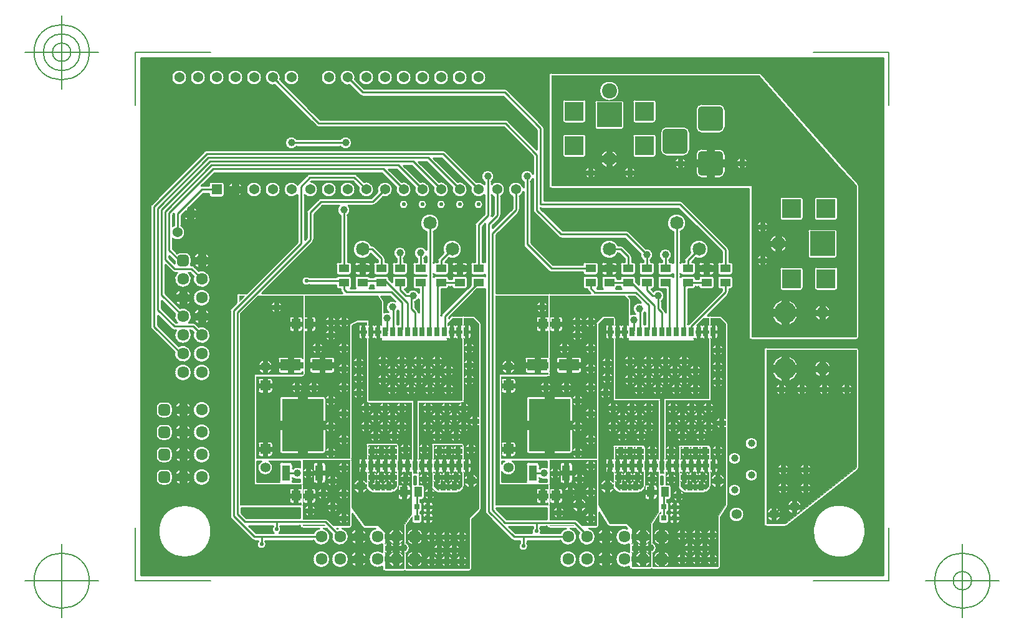
<source format=gbr>
G04 Generated by Ultiboard 13.0 *
%FSLAX25Y25*%
%MOIN*%

%ADD10C,0.00001*%
%ADD11C,0.00005*%
%ADD12C,0.01000*%
%ADD13C,0.00500*%
%ADD14R,0.09211X0.09211*%
%ADD15C,0.04000*%
%ADD16R,0.05400X0.05400*%
%ADD17C,0.05400*%
%ADD18C,0.03937*%
%ADD19R,0.05512X0.04134*%
%ADD20C,0.07166*%
%ADD21R,0.02667X0.02667*%
%ADD22C,0.03333*%
%ADD23C,0.06334*%
%ADD24R,0.02083X0.02083*%
%ADD25C,0.03917*%
%ADD26R,0.03100X0.03100*%
%ADD27R,0.04134X0.05512*%
%ADD28R,0.04528X0.05709*%
%ADD29R,0.03937X0.08465*%
%ADD30R,0.21850X0.27953*%
%ADD31R,0.11024X0.06299*%
%ADD32R,0.02618X0.05118*%
%ADD33C,0.11811*%
%ADD34C,0.02100*%
%ADD35C,0.05337*%
%ADD36C,0.07306*%
%ADD37C,0.08093*%
%ADD38R,0.13211X0.13211*%
%ADD39R,0.10000X0.10000*%
%ADD40R,0.05337X0.05337*%


G04 ColorRGB 008080 for the following layer *
%LNCopper Top*%
%LPD*%
G54D10*
G36*
X398493Y278493D02*
X398493Y278493D01*
X398493Y1507D01*
X1507Y1507D01*
X1507Y278493D01*
X398493Y278493D01*
D02*
G37*
%LPC*%
G36*
X221000Y270510D02*
G75*
D01*
G03X219490Y269000I0J-1510*
G01*
X219490Y269000D01*
X219490Y210000D01*
G75*
D01*
G03X221000Y208490I1510J0*
G01*
X221000Y208490D01*
X326490Y208490D01*
X326490Y129000D01*
G75*
D01*
G03X328000Y127490I1510J0*
G01*
X328000Y127490D01*
X384000Y127490D01*
G75*
D01*
G03X385510Y129000I0J1510*
G01*
X385510Y129000D01*
X385510Y210000D01*
G74*
D01*
G03X385131Y211000I1510J0*
G01*
X385131Y211000D01*
X376446Y220855D01*
X376445Y220855D01*
X333135Y269996D01*
G74*
D01*
G03X332000Y270510I1135J996*
G01*
X332000Y270510D01*
X221000Y270510D01*
D02*
G37*
G36*
X376445Y240976D02*
G75*
D01*
G03X376445Y240976I-1445J14024*
G01*
D02*
G37*
G36*
X237737Y167807D02*
X237737Y167807D01*
X237737Y167750D01*
X221832Y167750D01*
X210010Y179573D01*
X210010Y212173D01*
G74*
D01*
G03X211190Y213639I2010J2826*
G01*
X211190Y213639D01*
X211190Y196976D01*
G75*
D01*
G03X211779Y195551I2010J-3*
G01*
X211779Y195551D01*
X224751Y182579D01*
G74*
D01*
G03X225843Y182017I1421J1420*
G01*
G75*
D01*
G03X226172Y181990I328J1983*
G01*
X226172Y181990D01*
X260168Y181990D01*
X268580Y173578D01*
G75*
D01*
G03X269990Y170173I3419J-578*
G01*
X269990Y170173D01*
X269990Y169314D01*
X269244Y169314D01*
G75*
D01*
G03X267737Y167807I0J-1507*
G01*
X267737Y167807D01*
X267737Y163673D01*
G75*
D01*
G03X269244Y162166I1507J0*
G01*
X269244Y162166D01*
X274756Y162166D01*
G75*
D01*
G03X276263Y163673I0J1507*
G01*
X276263Y163673D01*
X276263Y167807D01*
G74*
D01*
G03X274756Y169314I1507J0*
G01*
X274756Y169314D01*
X274010Y169314D01*
X274010Y170173D01*
G75*
D01*
G03X271422Y176420I-2007J2828*
G01*
X271422Y176420D01*
X262423Y185419D01*
G74*
D01*
G03X261606Y185916I1423J1419*
G01*
G75*
D01*
G03X260997Y186010I-607J-1915*
G01*
X260997Y186010D01*
X227004Y186010D01*
X215210Y197804D01*
X215210Y198010D01*
G75*
D01*
G03X215493Y197990I283J1990*
G01*
X215493Y197990D01*
X288908Y197990D01*
X299429Y187469D01*
X299429Y187469D01*
X311990Y174908D01*
X311990Y169314D01*
X311244Y169314D01*
G75*
D01*
G03X309737Y167807I0J-1507*
G01*
X309737Y167807D01*
X309737Y163673D01*
G75*
D01*
G03X311244Y162166I1507J0*
G01*
X311244Y162166D01*
X316756Y162166D01*
G75*
D01*
G03X318263Y163673I0J1507*
G01*
X318263Y163673D01*
X318263Y167807D01*
G74*
D01*
G03X316756Y169314I1507J0*
G01*
X316756Y169314D01*
X316010Y169314D01*
X316010Y175740D01*
G74*
D01*
G03X315419Y177164I2010J0*
G01*
X315419Y177164D01*
X305113Y187469D01*
X291164Y201419D01*
G74*
D01*
G03X289740Y202010I1424J1419*
G01*
X289740Y202010D01*
X217210Y202010D01*
X217210Y240800D01*
G74*
D01*
G03X216619Y242223I2010J1*
G01*
X216619Y242223D01*
X197423Y261419D01*
G74*
D01*
G03X196000Y262010I1423J1418*
G01*
X196000Y262010D01*
X120832Y262010D01*
X116029Y266813D01*
G75*
D01*
G03X113187Y263971I-4029J1187*
G01*
X113187Y263971D01*
X118579Y258579D01*
G75*
D01*
G03X120000Y257990I1421J1420*
G01*
X120000Y257990D01*
X195168Y257990D01*
X213190Y239968D01*
X213190Y229486D01*
X197789Y244887D01*
G74*
D01*
G03X196516Y245473I1423J1416*
G01*
G75*
D01*
G03X196365Y245478I-142J-2004*
G01*
X196365Y245478D01*
X97364Y245478D01*
X92981Y249861D01*
X76029Y266813D01*
G75*
D01*
G03X73187Y263971I-4029J1187*
G01*
X73187Y263971D01*
X95110Y242047D01*
G74*
D01*
G03X96137Y241498I1420J1422*
G01*
G75*
D01*
G03X96531Y241459I394J1970*
G01*
X96531Y241459D01*
X195533Y241459D01*
X211190Y225802D01*
X211190Y216361D01*
G75*
D01*
G03X205990Y212173I-3189J-1362*
G01*
X205990Y212173D01*
X205990Y209310D01*
G75*
D01*
G03X199990Y204312I-3989J-1312*
G01*
X199990Y204312D01*
X199990Y197832D01*
X189510Y187352D01*
X189510Y188668D01*
X193419Y192577D01*
G75*
D01*
G03X194010Y194000I-1418J1423*
G01*
X194010Y194000D01*
X194010Y204312D01*
G75*
D01*
G03X189010Y210949I-2009J3688*
G01*
X189010Y210949D01*
X189010Y212173D01*
G75*
D01*
G03X184990Y212173I-2010J2826*
G01*
X184990Y212173D01*
X184990Y210949D01*
G75*
D01*
G03X180813Y212029I-2990J-2948*
G01*
X180813Y212029D01*
X164423Y228419D01*
G74*
D01*
G03X163617Y228913I1423J1418*
G01*
G75*
D01*
G03X162997Y229010I-617J-1913*
G01*
X162997Y229010D01*
X36732Y229010D01*
G75*
D01*
G03X35984Y228865I2J-2010*
G01*
G74*
D01*
G03X35311Y228421I747J1865*
G01*
X35311Y228421D01*
X7079Y200189D01*
G75*
D01*
G03X6490Y198764I1420J-1421*
G01*
X6490Y198764D01*
X6490Y134504D01*
G75*
D01*
G03X7079Y133079I2010J-3*
G01*
X7079Y133079D01*
X19396Y120762D01*
G75*
D01*
G03X21752Y124090I4604J-761*
G01*
X21752Y124090D01*
X10510Y135332D01*
X10510Y140648D01*
X17912Y133246D01*
G75*
D01*
G03X19335Y132657I1421J1420*
G01*
X19335Y132657D01*
X20163Y132657D01*
G75*
D01*
G03X27837Y132657I3837J-2657*
G01*
X27837Y132657D01*
X28501Y132657D01*
X29601Y131557D01*
G75*
D01*
G03X32443Y134399I4399J-1557*
G01*
X32443Y134399D01*
X30756Y136086D01*
G74*
D01*
G03X29333Y136677I1423J1418*
G01*
X29333Y136677D01*
X27277Y136677D01*
G75*
D01*
G03X22443Y144399I-3278J3322*
G01*
X22443Y144399D01*
X14510Y152332D01*
X14510Y167756D01*
X18187Y164079D01*
G75*
D01*
G03X19610Y163490I1421J1420*
G01*
X19610Y163490D01*
X20902Y163490D01*
G75*
D01*
G03X27098Y163490I3098J-3489*
G01*
X27098Y163490D01*
X27668Y163490D01*
X29601Y161557D01*
G75*
D01*
G03X32443Y164399I4399J-1557*
G01*
X32443Y164399D01*
X29924Y166918D01*
G74*
D01*
G03X28500Y167510I1424J1417*
G01*
X28500Y167510D01*
X28200Y167510D01*
G75*
D01*
G03X28517Y168959I-3157J1450*
G01*
X28517Y168959D01*
X28517Y171042D01*
G74*
D01*
G03X25042Y174517I3475J0*
G01*
X25042Y174517D01*
X22959Y174517D01*
G75*
D01*
G03X20959Y173884I0J-3475*
G01*
X20959Y173884D01*
X18510Y176332D01*
X18510Y181618D01*
G75*
D01*
G03X23010Y188688I2478J3390*
G01*
X23010Y188688D01*
X23010Y194168D01*
X25331Y196489D01*
X26511Y196489D01*
X26511Y197669D01*
X34832Y205990D01*
X37793Y205990D01*
X37793Y205300D01*
G75*
D01*
G03X39300Y203793I1507J0*
G01*
X39300Y203793D01*
X44700Y203793D01*
G75*
D01*
G03X46207Y205300I0J1507*
G01*
X46207Y205300D01*
X46207Y210700D01*
G74*
D01*
G03X44700Y212207I1507J0*
G01*
X44700Y212207D01*
X39300Y212207D01*
G75*
D01*
G03X37793Y210700I0J-1507*
G01*
X37793Y210700D01*
X37793Y210010D01*
X34002Y210010D01*
G75*
D01*
G03X33894Y210007I2J-2010*
G01*
X33894Y210007D01*
X40878Y216990D01*
X130168Y216990D01*
X137971Y209187D01*
G75*
D01*
G03X140813Y212029I4029J-1187*
G01*
X140813Y212029D01*
X133852Y218990D01*
X138168Y218990D01*
X147971Y209187D01*
G75*
D01*
G03X150813Y212029I4029J-1187*
G01*
X150813Y212029D01*
X141852Y220990D01*
X146168Y220990D01*
X157971Y209187D01*
G75*
D01*
G03X160813Y212029I4029J-1187*
G01*
X160813Y212029D01*
X149852Y222990D01*
X154168Y222990D01*
X167971Y209187D01*
G75*
D01*
G03X170813Y212029I4029J-1187*
G01*
X170813Y212029D01*
X157852Y224990D01*
X162168Y224990D01*
X177971Y209187D01*
G75*
D01*
G03X184990Y205051I4029J-1187*
G01*
X184990Y205051D01*
X184990Y194832D01*
X180579Y190421D01*
G75*
D01*
G03X179990Y188996I1420J-1421*
G01*
X179990Y188996D01*
X179990Y169314D01*
X179244Y169314D01*
G75*
D01*
G03X177737Y167807I0J-1507*
G01*
X177737Y167807D01*
X177737Y163673D01*
G75*
D01*
G03X179244Y162166I1507J0*
G01*
X179244Y162166D01*
X184756Y162166D01*
G74*
D01*
G03X185490Y162357I0J1507*
G01*
X185490Y162357D01*
X185490Y161643D01*
G74*
D01*
G03X184756Y161834I734J1315*
G01*
X184756Y161834D01*
X179244Y161834D01*
G75*
D01*
G03X177737Y160327I0J-1507*
G01*
X177737Y160327D01*
X177737Y156839D01*
X162579Y141681D01*
G74*
D01*
G03X162010Y140538I1421J1420*
G01*
X162010Y140538D01*
X162010Y154686D01*
X164756Y154686D01*
G74*
D01*
G03X166249Y155990I0J1507*
G01*
X166249Y155990D01*
X167751Y155990D01*
G75*
D01*
G03X169244Y154686I1492J202*
G01*
X169244Y154686D01*
X174756Y154686D01*
G75*
D01*
G03X176263Y156193I0J1507*
G01*
X176263Y156193D01*
X176263Y160327D01*
G74*
D01*
G03X174756Y161834I1507J0*
G01*
X174756Y161834D01*
X169244Y161834D01*
G75*
D01*
G03X167737Y160327I0J-1507*
G01*
X167737Y160327D01*
X167737Y160010D01*
X166263Y160010D01*
X166263Y160327D01*
G74*
D01*
G03X164756Y161834I1507J0*
G01*
X164756Y161834D01*
X159244Y161834D01*
G75*
D01*
G03X158010Y161192I0J-1507*
G01*
X158010Y161192D01*
X158010Y162808D01*
G75*
D01*
G03X159244Y162166I1234J864*
G01*
X159244Y162166D01*
X164756Y162166D01*
G75*
D01*
G03X166263Y163673I0J1507*
G01*
X166263Y163673D01*
X166263Y167807D01*
G74*
D01*
G03X164756Y169314I1507J0*
G01*
X164756Y169314D01*
X164156Y169314D01*
X166120Y171278D01*
G75*
D01*
G03X163278Y174120I1880J4722*
G01*
X163278Y174120D01*
X160579Y171421D01*
G75*
D01*
G03X159990Y169996I1420J-1421*
G01*
X159990Y169996D01*
X159990Y169314D01*
X159244Y169314D01*
G75*
D01*
G03X158010Y168672I0J-1507*
G01*
X158010Y168672D01*
X158010Y185331D01*
G75*
D01*
G03X153990Y185331I-2010J4669*
G01*
X153990Y185331D01*
X153990Y175757D01*
G75*
D01*
G03X148990Y171173I-2989J-1759*
G01*
X148990Y171173D01*
X148990Y169314D01*
X148244Y169314D01*
G75*
D01*
G03X146737Y167807I0J-1507*
G01*
X146737Y167807D01*
X146737Y163673D01*
G75*
D01*
G03X148244Y162166I1507J0*
G01*
X148244Y162166D01*
X153756Y162166D01*
G74*
D01*
G03X153990Y162184I2J1507*
G01*
X153990Y162184D01*
X153990Y161816D01*
G74*
D01*
G03X153756Y161834I232J1489*
G01*
X153756Y161834D01*
X148244Y161834D01*
G75*
D01*
G03X146737Y160327I0J-1507*
G01*
X146737Y160327D01*
X146737Y156193D01*
G75*
D01*
G03X148244Y154686I1507J0*
G01*
X148244Y154686D01*
X149990Y154686D01*
X149990Y152757D01*
G75*
D01*
G03X144377Y153270I-2990J-1756*
G01*
X144377Y153270D01*
X143832Y153270D01*
X142416Y154686D01*
X142756Y154686D01*
G75*
D01*
G03X144263Y156193I0J1507*
G01*
X144263Y156193D01*
X144263Y160327D01*
G74*
D01*
G03X142756Y161834I1507J0*
G01*
X142756Y161834D01*
X137244Y161834D01*
G75*
D01*
G03X135737Y160327I0J-1507*
G01*
X135737Y160327D01*
X135737Y158348D01*
X134263Y159822D01*
X134263Y160327D01*
G74*
D01*
G03X132756Y161834I1507J0*
G01*
X132756Y161834D01*
X127244Y161834D01*
G75*
D01*
G03X125900Y161010I-1J-1507*
G01*
X125900Y161010D01*
X124100Y161010D01*
G74*
D01*
G03X122756Y161834I1343J683*
G01*
X122756Y161834D01*
X117244Y161834D01*
G75*
D01*
G03X115737Y160327I0J-1507*
G01*
X115737Y160327D01*
X115737Y156193D01*
G75*
D01*
G03X116310Y155010I1507J0*
G01*
X116310Y155010D01*
X113690Y155010D01*
G75*
D01*
G03X114263Y156193I-934J1183*
G01*
X114263Y156193D01*
X114263Y160327D01*
G74*
D01*
G03X112756Y161834I1507J0*
G01*
X112756Y161834D01*
X107244Y161834D01*
G75*
D01*
G03X105900Y161010I-1J-1507*
G01*
X105900Y161010D01*
X91570Y161010D01*
G75*
D01*
G03X91570Y156990I-1569J-2010*
G01*
X91570Y156990D01*
X105737Y156990D01*
X105737Y156193D01*
G75*
D01*
G03X107244Y154686I1507J0*
G01*
X107244Y154686D01*
X107990Y154686D01*
X107990Y154634D01*
G75*
D01*
G03X108579Y153209I2010J-3*
G01*
X108579Y153209D01*
X109278Y152510D01*
X66180Y152510D01*
X92981Y179310D01*
X92981Y179310D01*
X93419Y179748D01*
G75*
D01*
G03X94010Y181172I-1419J1424*
G01*
X94010Y181172D01*
X94010Y194875D01*
X98594Y199459D01*
X107554Y199459D01*
G75*
D01*
G03X107990Y194173I2445J-2459*
G01*
X107990Y194173D01*
X107990Y169314D01*
X107244Y169314D01*
G75*
D01*
G03X105737Y167807I0J-1507*
G01*
X105737Y167807D01*
X105737Y163673D01*
G75*
D01*
G03X107244Y162166I1507J0*
G01*
X107244Y162166D01*
X112756Y162166D01*
G75*
D01*
G03X114263Y163673I0J1507*
G01*
X114263Y163673D01*
X114263Y167807D01*
G74*
D01*
G03X112756Y169314I1507J0*
G01*
X112756Y169314D01*
X112010Y169314D01*
X112010Y194173D01*
G75*
D01*
G03X112446Y199459I-2009J2827*
G01*
X112446Y199459D01*
X125469Y199459D01*
G74*
D01*
G03X126892Y200050I1J2010*
G01*
X126892Y200050D01*
X130813Y203971D01*
G75*
D01*
G03X127971Y206813I1187J4029*
G01*
X127971Y206813D01*
X124636Y203478D01*
X97761Y203478D01*
G75*
D01*
G03X97054Y203350I-1J-2009*
G01*
G74*
D01*
G03X96340Y202890I706J1881*
G01*
X96340Y202890D01*
X92981Y199530D01*
X92981Y199530D01*
X90579Y197128D01*
G75*
D01*
G03X89990Y195703I1420J-1421*
G01*
X89990Y195703D01*
X89990Y182004D01*
X89010Y181023D01*
X89010Y205051D01*
G75*
D01*
G03X92398Y212181I2988J2950*
G01*
X92398Y212181D01*
X92707Y212490D01*
X114668Y212490D01*
X117971Y209187D01*
G75*
D01*
G03X120813Y212029I4029J-1187*
G01*
X120813Y212029D01*
X116923Y215919D01*
G74*
D01*
G03X115500Y216510I1423J1418*
G01*
X115500Y216510D01*
X91876Y216510D01*
G75*
D01*
G03X90454Y215921I0J-2010*
G01*
X90454Y215921D01*
X85579Y211046D01*
G74*
D01*
G03X85266Y210641I1420J1421*
G01*
G75*
D01*
G03X84990Y205051I-3266J-2641*
G01*
X84990Y205051D01*
X84990Y179832D01*
X57668Y152510D01*
X54000Y152510D01*
G75*
D01*
G03X52490Y151000I0J-1510*
G01*
X52490Y151000D01*
X52490Y147332D01*
X49579Y144421D01*
G75*
D01*
G03X48990Y142997I1420J-1421*
G01*
X48990Y142997D01*
X48990Y33177D01*
G75*
D01*
G03X49579Y31751I2010J-4*
G01*
X49579Y31751D01*
X60751Y20579D01*
G74*
D01*
G03X62090Y19992I1421J1420*
G01*
G75*
D01*
G03X62172Y19990I90J2007*
G01*
X62172Y19990D01*
X63990Y19990D01*
X63990Y19570D01*
G75*
D01*
G03X68010Y19570I2010J-1569*
G01*
X68010Y19570D01*
X68010Y19990D01*
X93788Y19990D01*
G75*
D01*
G03X99272Y26490I4212J2010*
G01*
X99272Y26490D01*
X100668Y26490D01*
X103601Y23557D01*
G75*
D01*
G03X109272Y26490I4399J-1556*
G01*
X109272Y26490D01*
X113000Y26490D01*
G75*
D01*
G03X114510Y28000I0J1510*
G01*
X114510Y28000D01*
X114510Y34639D01*
X119763Y27134D01*
G74*
D01*
G03X120503Y26574I1237J866*
G01*
G75*
D01*
G03X121000Y26490I497J1426*
G01*
X121000Y26490D01*
X126728Y26490D01*
G75*
D01*
G03X130490Y18053I1277J-4488*
G01*
X130490Y18053D01*
X130490Y13947D01*
G75*
D01*
G03X130490Y6053I-2489J-3947*
G01*
X130490Y6053D01*
X130490Y5000D01*
G75*
D01*
G03X132000Y3490I1510J0*
G01*
X132000Y3490D01*
X142000Y3490D01*
G74*
D01*
G03X142500Y3575I1J1510*
G01*
G75*
D01*
G03X143000Y3490I499J1425*
G01*
X143000Y3490D01*
X177000Y3490D01*
G75*
D01*
G03X178510Y5000I0J1510*
G01*
X178510Y5000D01*
X178510Y31375D01*
X183066Y35930D01*
G75*
D01*
G03X183510Y37000I-1066J1069*
G01*
X183510Y37000D01*
X183510Y136000D01*
G74*
D01*
G03X183066Y137070I1510J1*
G01*
X183066Y137070D01*
X180070Y140066D01*
G74*
D01*
G03X179000Y140510I1069J1066*
G01*
X179000Y140510D01*
X174000Y140510D01*
G75*
D01*
G03X173500Y140425I-1J-1510*
G01*
G74*
D01*
G03X173000Y140510I499J1425*
G01*
X173000Y140510D01*
X168002Y140510D01*
G75*
D01*
G03X166932Y140068I-3J-1510*
G01*
X166932Y140068D01*
X166010Y139145D01*
X166010Y139427D01*
X181268Y154686D01*
X184756Y154686D01*
G74*
D01*
G03X185490Y154877I0J1507*
G01*
X185490Y154877D01*
X185490Y151020D01*
G74*
D01*
G03X185490Y151000I1510J10*
G01*
X185490Y151000D01*
X185490Y39000D01*
G75*
D01*
G03X185490Y38980I1510J-10*
G01*
X185490Y38980D01*
X185490Y35503D01*
G75*
D01*
G03X186079Y34079I2010J-2*
G01*
X186079Y34079D01*
X187469Y32689D01*
X187469Y32689D01*
X199579Y20579D01*
G75*
D01*
G03X201002Y19990I1421J1420*
G01*
X201002Y19990D01*
X203990Y19990D01*
X203990Y18570D01*
G75*
D01*
G03X208010Y18570I2010J-1569*
G01*
X208010Y18570D01*
X208010Y19990D01*
X225788Y19990D01*
G75*
D01*
G03X231272Y26490I4212J2010*
G01*
X231272Y26490D01*
X233668Y26490D01*
X235910Y24248D01*
G75*
D01*
G03X241272Y26490I4090J-2248*
G01*
X241272Y26490D01*
X245000Y26490D01*
G75*
D01*
G03X246510Y28000I0J1510*
G01*
X246510Y28000D01*
X246510Y35216D01*
X250705Y28223D01*
G74*
D01*
G03X251349Y27638I1294J778*
G01*
G75*
D01*
G03X252000Y27490I652J1361*
G01*
X252000Y27490D01*
X260375Y27490D01*
X261419Y26446D01*
G75*
D01*
G03X262490Y18053I-1417J-4446*
G01*
X262490Y18053D01*
X262490Y13947D01*
G75*
D01*
G03X262490Y6053I-2489J-3947*
G01*
X262490Y6053D01*
X262490Y6000D01*
G75*
D01*
G03X264000Y4490I1510J0*
G01*
X264000Y4490D01*
X274000Y4490D01*
G74*
D01*
G03X274500Y4575I1J1510*
G01*
G75*
D01*
G03X275000Y4490I499J1425*
G01*
X275000Y4490D01*
X310000Y4490D01*
G75*
D01*
G03X311510Y6000I0J1510*
G01*
X311510Y6000D01*
X311510Y32543D01*
X315254Y38160D01*
G75*
D01*
G03X315510Y39000I-1253J841*
G01*
X315510Y39000D01*
X315510Y136000D01*
G74*
D01*
G03X315066Y137070I1510J1*
G01*
X315066Y137070D01*
X312070Y140066D01*
G74*
D01*
G03X311000Y140510I1069J1066*
G01*
X311000Y140510D01*
X306000Y140510D01*
G75*
D01*
G03X305500Y140425I-1J-1510*
G01*
G74*
D01*
G03X305000Y140510I499J1425*
G01*
X305000Y140510D01*
X304352Y140510D01*
X315419Y151577D01*
G75*
D01*
G03X316010Y153000I-1418J1423*
G01*
X316010Y153000D01*
X316010Y154686D01*
X316756Y154686D01*
G75*
D01*
G03X318263Y156193I0J1507*
G01*
X318263Y156193D01*
X318263Y160327D01*
G74*
D01*
G03X316756Y161834I1507J0*
G01*
X316756Y161834D01*
X311244Y161834D01*
G75*
D01*
G03X309737Y160327I0J-1507*
G01*
X309737Y160327D01*
X309737Y156193D01*
G75*
D01*
G03X311244Y154686I1507J0*
G01*
X311244Y154686D01*
X311990Y154686D01*
X311990Y153832D01*
X294327Y136169D01*
G74*
D01*
G03X294065Y135846I1421J1420*
G01*
G74*
D01*
G03X294010Y135831I369J1461*
G01*
X294010Y135831D01*
X294010Y154686D01*
X296756Y154686D01*
G74*
D01*
G03X298249Y155990I0J1507*
G01*
X298249Y155990D01*
X299751Y155990D01*
G75*
D01*
G03X301244Y154686I1492J202*
G01*
X301244Y154686D01*
X306756Y154686D01*
G75*
D01*
G03X308263Y156193I0J1507*
G01*
X308263Y156193D01*
X308263Y160327D01*
G74*
D01*
G03X306756Y161834I1507J0*
G01*
X306756Y161834D01*
X301244Y161834D01*
G75*
D01*
G03X299737Y160327I0J-1507*
G01*
X299737Y160327D01*
X299737Y160010D01*
X298263Y160010D01*
X298263Y160327D01*
G74*
D01*
G03X296756Y161834I1507J0*
G01*
X296756Y161834D01*
X291244Y161834D01*
G75*
D01*
G03X290010Y161192I0J-1507*
G01*
X290010Y161192D01*
X290010Y162808D01*
G75*
D01*
G03X291244Y162166I1234J864*
G01*
X291244Y162166D01*
X296756Y162166D01*
G75*
D01*
G03X298263Y163673I0J1507*
G01*
X298263Y163673D01*
X298263Y167807D01*
G74*
D01*
G03X296756Y169314I1507J0*
G01*
X296756Y169314D01*
X296156Y169314D01*
X298120Y171278D01*
G75*
D01*
G03X295278Y174120I1880J4722*
G01*
X295278Y174120D01*
X292579Y171421D01*
G75*
D01*
G03X291990Y169996I1420J-1421*
G01*
X291990Y169996D01*
X291990Y169314D01*
X291244Y169314D01*
G75*
D01*
G03X290010Y168672I0J-1507*
G01*
X290010Y168672D01*
X290010Y185331D01*
G75*
D01*
G03X285990Y185331I-2010J4669*
G01*
X285990Y185331D01*
X285990Y168672D01*
G74*
D01*
G03X284756Y169314I1234J864*
G01*
X284756Y169314D01*
X284010Y169314D01*
X284010Y170173D01*
G75*
D01*
G03X279990Y170173I-2010J2826*
G01*
X279990Y170173D01*
X279990Y169314D01*
X279244Y169314D01*
G75*
D01*
G03X277737Y167807I0J-1507*
G01*
X277737Y167807D01*
X277737Y163673D01*
G75*
D01*
G03X279244Y162166I1507J0*
G01*
X279244Y162166D01*
X284756Y162166D01*
G74*
D01*
G03X285990Y162808I0J1507*
G01*
X285990Y162808D01*
X285990Y161192D01*
G74*
D01*
G03X284756Y161834I1234J864*
G01*
X284756Y161834D01*
X279244Y161834D01*
G75*
D01*
G03X277737Y160327I0J-1507*
G01*
X277737Y160327D01*
X277737Y156193D01*
G75*
D01*
G03X279244Y154686I1507J0*
G01*
X279244Y154686D01*
X281990Y154686D01*
X281990Y142278D01*
G74*
D01*
G03X281419Y143423I1990J277*
G01*
X281419Y143423D01*
X280010Y144832D01*
X280010Y148173D01*
G75*
D01*
G03X275599Y153503I-2016J2822*
G01*
X275599Y153503D01*
X274416Y154686D01*
X274756Y154686D01*
G75*
D01*
G03X276263Y156193I0J1507*
G01*
X276263Y156193D01*
X276263Y160327D01*
G74*
D01*
G03X274756Y161834I1507J0*
G01*
X274756Y161834D01*
X269244Y161834D01*
G75*
D01*
G03X267737Y160327I0J-1507*
G01*
X267737Y160327D01*
X267737Y157072D01*
X266263Y158546D01*
X266263Y160327D01*
G74*
D01*
G03X264756Y161834I1507J0*
G01*
X264756Y161834D01*
X259244Y161834D01*
G75*
D01*
G03X257737Y160327I0J-1507*
G01*
X257737Y160327D01*
X257737Y160204D01*
X256263Y160204D01*
X256263Y160327D01*
G74*
D01*
G03X254756Y161834I1507J0*
G01*
X254756Y161834D01*
X249244Y161834D01*
G75*
D01*
G03X247737Y160327I0J-1507*
G01*
X247737Y160327D01*
X247737Y156193D01*
G75*
D01*
G03X248477Y154896I1507J0*
G01*
X248477Y154896D01*
X245523Y154896D01*
G75*
D01*
G03X246263Y156193I-766J1297*
G01*
X246263Y156193D01*
X246263Y160327D01*
G74*
D01*
G03X244756Y161834I1507J0*
G01*
X244756Y161834D01*
X239244Y161834D01*
G75*
D01*
G03X237737Y160327I0J-1507*
G01*
X237737Y160327D01*
X237737Y156193D01*
G75*
D01*
G03X239244Y154686I1507J0*
G01*
X239244Y154686D01*
X240052Y154686D01*
G74*
D01*
G03X240579Y153758I1948J492*
G01*
X240579Y153758D01*
X241827Y152510D01*
X220000Y152510D01*
G75*
D01*
G03X219500Y152425I-1J-1510*
G01*
G74*
D01*
G03X219000Y152510I499J1425*
G01*
X219000Y152510D01*
X191510Y152510D01*
X191510Y183668D01*
X203419Y195577D01*
G75*
D01*
G03X204010Y197000I-1418J1423*
G01*
X204010Y197000D01*
X204010Y204312D01*
G74*
D01*
G03X205990Y206690I2011J3687*
G01*
X205990Y206690D01*
X205990Y178745D01*
G75*
D01*
G03X206579Y177319I2010J-4*
G01*
X206579Y177319D01*
X219579Y164319D01*
G74*
D01*
G03X220432Y163813I1420J1421*
G01*
G75*
D01*
G03X221000Y163730I571J1925*
G01*
X221000Y163730D01*
X237737Y163730D01*
X237737Y163673D01*
G75*
D01*
G03X239244Y162166I1507J0*
G01*
X239244Y162166D01*
X244756Y162166D01*
G75*
D01*
G03X246263Y163673I0J1507*
G01*
X246263Y163673D01*
X246263Y167807D01*
G74*
D01*
G03X244756Y169314I1507J0*
G01*
X244756Y169314D01*
X239244Y169314D01*
G75*
D01*
G03X237737Y167807I0J-1507*
G01*
D02*
G37*
G36*
X84827Y230990D02*
X84827Y230990D01*
X108173Y230990D01*
G75*
D01*
G03X108173Y235010I2826J2010*
G01*
X108173Y235010D01*
X84827Y235010D01*
G75*
D01*
G03X84827Y230990I-2826J-2010*
G01*
D02*
G37*
G36*
X384000Y123510D02*
X384000Y123510D01*
X336000Y123510D01*
G75*
D01*
G03X334490Y122000I0J-1510*
G01*
X334490Y122000D01*
X334490Y29000D01*
G75*
D01*
G03X336000Y27490I1510J0*
G01*
X336000Y27490D01*
X345999Y27490D01*
G75*
D01*
G03X346031Y27491I-31J1510*
G01*
G74*
D01*
G03X346938Y27817I30J1509*
G01*
X346938Y27817D01*
X376445Y51112D01*
X376446Y51112D01*
X384933Y57813D01*
G75*
D01*
G03X385510Y59000I-932J1187*
G01*
X385510Y59000D01*
X385510Y122000D01*
G74*
D01*
G03X384000Y123510I1510J0*
G01*
D02*
G37*
G36*
X376446Y39024D02*
G75*
D01*
G03X376446Y39024I-1446J-14024*
G01*
D02*
G37*
G36*
X92981Y272084D02*
G75*
D01*
G03X92981Y272084I-981J-4084*
G01*
D02*
G37*
G36*
X48043Y187469D02*
G75*
D01*
G03X48043Y187469I11957J-7469*
G01*
D02*
G37*
G36*
X28364Y91655D02*
G74*
D01*
G03X25655Y94364I4364J1655*
G01*
X25655Y94364D01*
X25655Y91655D01*
X28364Y91655D01*
D02*
G37*
G36*
X19636Y91655D02*
X19636Y91655D01*
X22345Y91655D01*
X22345Y94364D01*
G74*
D01*
G03X19636Y91655I1655J4364*
G01*
D02*
G37*
G36*
X9483Y91042D02*
X9483Y91042D01*
X9483Y88959D01*
G75*
D01*
G03X12959Y85483I3476J0*
G01*
X12959Y85483D01*
X15042Y85483D01*
G75*
D01*
G03X18517Y88959I-1J3476*
G01*
X18517Y88959D01*
X18517Y91042D01*
G74*
D01*
G03X15042Y94517I3475J0*
G01*
X15042Y94517D01*
X12959Y94517D01*
G75*
D01*
G03X9483Y91042I-1J-3475*
G01*
D02*
G37*
G36*
X30409Y92981D02*
G75*
D01*
G03X30409Y92981I3591J-2981*
G01*
D02*
G37*
G36*
X167737Y167807D02*
X167737Y167807D01*
X167737Y167008D01*
X170733Y167008D01*
X170733Y169314D01*
X169244Y169314D01*
G75*
D01*
G03X167737Y167807I0J-1507*
G01*
D02*
G37*
G36*
X176263Y167807D02*
G74*
D01*
G03X174756Y169314I1507J0*
G01*
X174756Y169314D01*
X173267Y169314D01*
X173267Y167008D01*
X176263Y167008D01*
X176263Y167807D01*
D02*
G37*
G36*
X174756Y162166D02*
G75*
D01*
G03X176263Y163673I0J1507*
G01*
X176263Y163673D01*
X176263Y164473D01*
X173267Y164473D01*
X173267Y162166D01*
X174756Y162166D01*
D02*
G37*
G36*
X167737Y163673D02*
G75*
D01*
G03X169244Y162166I1507J0*
G01*
X169244Y162166D01*
X170733Y162166D01*
X170733Y164473D01*
X167737Y164473D01*
X167737Y163673D01*
D02*
G37*
G36*
X67800Y208000D02*
G75*
D01*
G03X67800Y208000I4200J0*
G01*
D02*
G37*
G36*
X57800Y208000D02*
G75*
D01*
G03X57800Y208000I4200J0*
G01*
D02*
G37*
G36*
X48073Y209489D02*
X48073Y209489D01*
X50511Y209489D01*
X50511Y211927D01*
G74*
D01*
G03X48073Y209489I1488J3926*
G01*
D02*
G37*
G36*
X55927Y206511D02*
X55927Y206511D01*
X53489Y206511D01*
X53489Y204073D01*
G74*
D01*
G03X55927Y206511I1488J3926*
G01*
D02*
G37*
G36*
X53489Y211927D02*
X53489Y211927D01*
X53489Y209489D01*
X55927Y209489D01*
G74*
D01*
G03X53489Y211927I3926J1488*
G01*
D02*
G37*
G36*
X50000Y208000D02*
G75*
D01*
G03X50000Y208000I2000J0*
G01*
D02*
G37*
G36*
X50511Y204073D02*
X50511Y204073D01*
X50511Y206511D01*
X48073Y206511D01*
G74*
D01*
G03X50511Y204073I3926J1488*
G01*
D02*
G37*
G36*
X26000Y195000D02*
G75*
D01*
G03X26000Y195000I2000J0*
G01*
D02*
G37*
G36*
X26511Y191073D02*
X26511Y191073D01*
X26511Y193511D01*
X24073Y193511D01*
G74*
D01*
G03X26511Y191073I3926J1488*
G01*
D02*
G37*
G36*
X31927Y193511D02*
X31927Y193511D01*
X29489Y193511D01*
X29489Y191073D01*
G74*
D01*
G03X31927Y193511I1488J3926*
G01*
D02*
G37*
G36*
X29489Y198927D02*
X29489Y198927D01*
X29489Y196489D01*
X31927Y196489D01*
G74*
D01*
G03X29489Y198927I3926J1488*
G01*
D02*
G37*
G36*
X124263Y167807D02*
G74*
D01*
G03X122756Y169314I1507J0*
G01*
X122756Y169314D01*
X121267Y169314D01*
X121267Y167008D01*
X124263Y167008D01*
X124263Y167807D01*
D02*
G37*
G36*
X124669Y178010D02*
G75*
D01*
G03X124507Y173650I-4669J-2010*
G01*
X124507Y173650D01*
X127990Y170168D01*
X127990Y169314D01*
X127244Y169314D01*
G75*
D01*
G03X125737Y167807I0J-1507*
G01*
X125737Y167807D01*
X125737Y163673D01*
G75*
D01*
G03X127244Y162166I1507J0*
G01*
X127244Y162166D01*
X132756Y162166D01*
G75*
D01*
G03X134263Y163673I0J1507*
G01*
X134263Y163673D01*
X134263Y167807D01*
G74*
D01*
G03X132756Y169314I1507J0*
G01*
X132756Y169314D01*
X132010Y169314D01*
X132010Y171000D01*
G74*
D01*
G03X131419Y172423I2010J1*
G01*
X131419Y172423D01*
X126423Y177419D01*
G74*
D01*
G03X125423Y177965I1423J1418*
G01*
G75*
D01*
G03X124998Y178010I-423J-1965*
G01*
X124998Y178010D01*
X124669Y178010D01*
D02*
G37*
G36*
X142010Y171173D02*
G75*
D01*
G03X137990Y171173I-2010J2826*
G01*
X137990Y171173D01*
X137990Y169314D01*
X137244Y169314D01*
G75*
D01*
G03X135737Y167807I0J-1507*
G01*
X135737Y167807D01*
X135737Y163673D01*
G75*
D01*
G03X137244Y162166I1507J0*
G01*
X137244Y162166D01*
X142756Y162166D01*
G75*
D01*
G03X144263Y163673I0J1507*
G01*
X144263Y163673D01*
X144263Y167807D01*
G74*
D01*
G03X142756Y169314I1507J0*
G01*
X142756Y169314D01*
X142010Y169314D01*
X142010Y171173D01*
D02*
G37*
G36*
X115737Y167807D02*
X115737Y167807D01*
X115737Y167008D01*
X118733Y167008D01*
X118733Y169314D01*
X117244Y169314D01*
G75*
D01*
G03X115737Y167807I0J-1507*
G01*
D02*
G37*
G36*
X122756Y162166D02*
G75*
D01*
G03X124263Y163673I0J1507*
G01*
X124263Y163673D01*
X124263Y164473D01*
X121267Y164473D01*
X121267Y162166D01*
X122756Y162166D01*
D02*
G37*
G36*
X115737Y163673D02*
G75*
D01*
G03X117244Y162166I1507J0*
G01*
X117244Y162166D01*
X118733Y162166D01*
X118733Y164473D01*
X115737Y164473D01*
X115737Y163673D01*
D02*
G37*
G36*
X177800Y268000D02*
G75*
D01*
G03X177800Y268000I4200J0*
G01*
D02*
G37*
G36*
X167800Y268000D02*
G75*
D01*
G03X167800Y268000I4200J0*
G01*
D02*
G37*
G36*
X157800Y268000D02*
G75*
D01*
G03X157800Y268000I4200J0*
G01*
D02*
G37*
G36*
X147800Y268000D02*
G75*
D01*
G03X147800Y268000I4200J0*
G01*
D02*
G37*
G36*
X137800Y268000D02*
G75*
D01*
G03X137800Y268000I4200J0*
G01*
D02*
G37*
G36*
X127800Y268000D02*
G75*
D01*
G03X127800Y268000I4200J0*
G01*
D02*
G37*
G36*
X117800Y268000D02*
G75*
D01*
G03X117800Y268000I4200J0*
G01*
D02*
G37*
G36*
X97800Y268000D02*
G75*
D01*
G03X97800Y268000I4200J0*
G01*
D02*
G37*
G36*
X248345Y5636D02*
X248345Y5636D01*
X248345Y8345D01*
X245636Y8345D01*
G74*
D01*
G03X248345Y5636I4364J1655*
G01*
D02*
G37*
G36*
X248250Y10000D02*
G75*
D01*
G03X248250Y10000I1750J0*
G01*
D02*
G37*
G36*
X251655Y14364D02*
X251655Y14364D01*
X251655Y11655D01*
X254364Y11655D01*
G74*
D01*
G03X251655Y14364I4364J1655*
G01*
D02*
G37*
G36*
X254364Y8345D02*
X254364Y8345D01*
X251655Y8345D01*
X251655Y5636D01*
G74*
D01*
G03X254364Y8345I1655J4364*
G01*
D02*
G37*
G36*
X245636Y11655D02*
X245636Y11655D01*
X248345Y11655D01*
X248345Y14364D01*
G74*
D01*
G03X245636Y11655I1655J4364*
G01*
D02*
G37*
G36*
X235333Y10000D02*
G75*
D01*
G03X235333Y10000I4667J0*
G01*
D02*
G37*
G36*
X248250Y22000D02*
G75*
D01*
G03X248250Y22000I1750J0*
G01*
D02*
G37*
G36*
X254364Y20345D02*
X254364Y20345D01*
X251655Y20345D01*
X251655Y17636D01*
G74*
D01*
G03X254364Y20345I1655J4364*
G01*
D02*
G37*
G36*
X248345Y17636D02*
X248345Y17636D01*
X248345Y20345D01*
X245636Y20345D01*
G74*
D01*
G03X248345Y17636I4364J1655*
G01*
D02*
G37*
G36*
X251655Y26364D02*
X251655Y26364D01*
X251655Y23655D01*
X254364Y23655D01*
G74*
D01*
G03X251655Y26364I4364J1655*
G01*
D02*
G37*
G36*
X245636Y23655D02*
X245636Y23655D01*
X248345Y23655D01*
X248345Y26364D01*
G74*
D01*
G03X245636Y23655I1655J4364*
G01*
D02*
G37*
G36*
X225333Y10000D02*
G75*
D01*
G03X225333Y10000I4667J0*
G01*
D02*
G37*
G36*
X107800Y208000D02*
G75*
D01*
G03X107800Y208000I4200J0*
G01*
D02*
G37*
G36*
X179450Y200000D02*
G75*
D01*
G03X179450Y200000I2550J0*
G01*
D02*
G37*
G36*
X169450Y200000D02*
G75*
D01*
G03X169450Y200000I2550J0*
G01*
D02*
G37*
G36*
X159450Y200000D02*
G75*
D01*
G03X159450Y200000I2550J0*
G01*
D02*
G37*
G36*
X149450Y200000D02*
G75*
D01*
G03X149450Y200000I2550J0*
G01*
D02*
G37*
G36*
X139450Y200000D02*
G75*
D01*
G03X139450Y200000I2550J0*
G01*
D02*
G37*
G36*
X97800Y208000D02*
G75*
D01*
G03X97800Y208000I4200J0*
G01*
D02*
G37*
G36*
X256669Y173990D02*
X256669Y173990D01*
X257168Y173990D01*
X259990Y171168D01*
X259990Y169314D01*
X259244Y169314D01*
G75*
D01*
G03X257737Y167807I0J-1507*
G01*
X257737Y167807D01*
X257737Y163673D01*
G75*
D01*
G03X259244Y162166I1507J0*
G01*
X259244Y162166D01*
X264756Y162166D01*
G75*
D01*
G03X266263Y163673I0J1507*
G01*
X266263Y163673D01*
X266263Y167807D01*
G74*
D01*
G03X264756Y169314I1507J0*
G01*
X264756Y169314D01*
X264010Y169314D01*
X264010Y172000D01*
G74*
D01*
G03X263419Y173423I2010J1*
G01*
X263419Y173423D01*
X259423Y177419D01*
G74*
D01*
G03X258515Y177943I1423J1418*
G01*
G75*
D01*
G03X257998Y178010I-515J-1943*
G01*
X257998Y178010D01*
X256669Y178010D01*
G75*
D01*
G03X256669Y173990I-4669J-2010*
G01*
D02*
G37*
G36*
X256263Y167807D02*
G74*
D01*
G03X254756Y169314I1507J0*
G01*
X254756Y169314D01*
X253267Y169314D01*
X253267Y167008D01*
X256263Y167008D01*
X256263Y167807D01*
D02*
G37*
G36*
X247737Y167807D02*
X247737Y167807D01*
X247737Y167008D01*
X250733Y167008D01*
X250733Y169314D01*
X249244Y169314D01*
G75*
D01*
G03X247737Y167807I0J-1507*
G01*
D02*
G37*
G36*
X254756Y162166D02*
G75*
D01*
G03X256263Y163673I0J1507*
G01*
X256263Y163673D01*
X256263Y164473D01*
X253267Y164473D01*
X253267Y162166D01*
X254756Y162166D01*
D02*
G37*
G36*
X247737Y163673D02*
G75*
D01*
G03X249244Y162166I1507J0*
G01*
X249244Y162166D01*
X250733Y162166D01*
X250733Y164473D01*
X247737Y164473D01*
X247737Y163673D01*
D02*
G37*
G36*
X38364Y138345D02*
X38364Y138345D01*
X35655Y138345D01*
X35655Y135636D01*
G74*
D01*
G03X38364Y138345I1655J4364*
G01*
D02*
G37*
G36*
X32345Y135636D02*
X32345Y135636D01*
X32345Y138345D01*
X29636Y138345D01*
G74*
D01*
G03X32345Y135636I4364J1655*
G01*
D02*
G37*
G36*
X38364Y168345D02*
X38364Y168345D01*
X35655Y168345D01*
X35655Y165636D01*
G74*
D01*
G03X38364Y168345I1655J4364*
G01*
D02*
G37*
G36*
X32345Y165636D02*
X32345Y165636D01*
X32345Y168345D01*
X29636Y168345D01*
G74*
D01*
G03X32345Y165636I4364J1655*
G01*
D02*
G37*
G36*
X22031Y150000D02*
G75*
D01*
G03X22031Y150000I1969J0*
G01*
D02*
G37*
G36*
X22345Y145636D02*
X22345Y145636D01*
X22345Y148345D01*
X19636Y148345D01*
G74*
D01*
G03X22345Y145636I4364J1655*
G01*
D02*
G37*
G36*
X28364Y148345D02*
X28364Y148345D01*
X25655Y148345D01*
X25655Y145636D01*
G74*
D01*
G03X28364Y148345I1655J4364*
G01*
D02*
G37*
G36*
X19636Y151655D02*
X19636Y151655D01*
X22345Y151655D01*
X22345Y154364D01*
G74*
D01*
G03X19636Y151655I1655J4364*
G01*
D02*
G37*
G36*
X25655Y154364D02*
X25655Y154364D01*
X25655Y151655D01*
X28364Y151655D01*
G74*
D01*
G03X25655Y154364I4364J1655*
G01*
D02*
G37*
G36*
X29636Y171655D02*
X29636Y171655D01*
X32345Y171655D01*
X32345Y174364D01*
G74*
D01*
G03X29636Y171655I1655J4364*
G01*
D02*
G37*
G36*
X35655Y174364D02*
X35655Y174364D01*
X35655Y171655D01*
X38364Y171655D01*
G74*
D01*
G03X35655Y174364I4364J1655*
G01*
D02*
G37*
G36*
X32031Y170000D02*
G75*
D01*
G03X32031Y170000I1969J0*
G01*
D02*
G37*
G36*
X29636Y141655D02*
X29636Y141655D01*
X32345Y141655D01*
X32345Y144364D01*
G74*
D01*
G03X29636Y141655I1655J4364*
G01*
D02*
G37*
G36*
X35655Y144364D02*
X35655Y144364D01*
X35655Y141655D01*
X38364Y141655D01*
G74*
D01*
G03X35655Y144364I4364J1655*
G01*
D02*
G37*
G36*
X32031Y140000D02*
G75*
D01*
G03X32031Y140000I1969J0*
G01*
D02*
G37*
G36*
X29333Y150000D02*
G75*
D01*
G03X29333Y150000I4667J0*
G01*
D02*
G37*
G36*
X29333Y120000D02*
G75*
D01*
G03X29333Y120000I4667J0*
G01*
D02*
G37*
G36*
X29333Y110000D02*
G75*
D01*
G03X29333Y110000I4667J0*
G01*
D02*
G37*
G36*
X19333Y110000D02*
G75*
D01*
G03X19333Y110000I4667J0*
G01*
D02*
G37*
G36*
X299737Y167807D02*
X299737Y167807D01*
X299737Y167008D01*
X302733Y167008D01*
X302733Y169314D01*
X301244Y169314D01*
G75*
D01*
G03X299737Y167807I0J-1507*
G01*
D02*
G37*
G36*
X308263Y167807D02*
G74*
D01*
G03X306756Y169314I1507J0*
G01*
X306756Y169314D01*
X305267Y169314D01*
X305267Y167008D01*
X308263Y167008D01*
X308263Y167807D01*
D02*
G37*
G36*
X299737Y163673D02*
G75*
D01*
G03X301244Y162166I1507J0*
G01*
X301244Y162166D01*
X302733Y162166D01*
X302733Y164473D01*
X299737Y164473D01*
X299737Y163673D01*
D02*
G37*
G36*
X306756Y162166D02*
G75*
D01*
G03X308263Y163673I0J1507*
G01*
X308263Y163673D01*
X308263Y164473D01*
X305267Y164473D01*
X305267Y162166D01*
X306756Y162166D01*
D02*
G37*
G36*
X77800Y268000D02*
G75*
D01*
G03X77800Y268000I4200J0*
G01*
D02*
G37*
G36*
X57800Y268000D02*
G75*
D01*
G03X57800Y268000I4200J0*
G01*
D02*
G37*
G36*
X47800Y268000D02*
G75*
D01*
G03X47800Y268000I4200J0*
G01*
D02*
G37*
G36*
X37800Y268000D02*
G75*
D01*
G03X37800Y268000I4200J0*
G01*
D02*
G37*
G36*
X27800Y268000D02*
G75*
D01*
G03X27800Y268000I4200J0*
G01*
D02*
G37*
G36*
X17800Y268000D02*
G75*
D01*
G03X17800Y268000I4200J0*
G01*
D02*
G37*
G36*
X28364Y88345D02*
X28364Y88345D01*
X25655Y88345D01*
X25655Y85636D01*
G74*
D01*
G03X28364Y88345I1655J4364*
G01*
D02*
G37*
G36*
X29333Y78000D02*
G75*
D01*
G03X29333Y78000I4667J0*
G01*
D02*
G37*
G36*
X25655Y82364D02*
X25655Y82364D01*
X25655Y79655D01*
X28364Y79655D01*
G74*
D01*
G03X25655Y82364I4364J1655*
G01*
D02*
G37*
G36*
X19636Y79655D02*
X19636Y79655D01*
X22345Y79655D01*
X22345Y82364D01*
G74*
D01*
G03X19636Y79655I1655J4364*
G01*
D02*
G37*
G36*
X28364Y76345D02*
X28364Y76345D01*
X25655Y76345D01*
X25655Y73636D01*
G74*
D01*
G03X28364Y76345I1655J4364*
G01*
D02*
G37*
G36*
X22345Y73636D02*
X22345Y73636D01*
X22345Y76345D01*
X19636Y76345D01*
G74*
D01*
G03X22345Y73636I4364J1655*
G01*
D02*
G37*
G36*
X22250Y78000D02*
G75*
D01*
G03X22250Y78000I1750J0*
G01*
D02*
G37*
G36*
X9483Y79042D02*
X9483Y79042D01*
X9483Y76959D01*
G75*
D01*
G03X12959Y73483I3476J0*
G01*
X12959Y73483D01*
X15042Y73483D01*
G75*
D01*
G03X18517Y76959I-1J3476*
G01*
X18517Y76959D01*
X18517Y79042D01*
G74*
D01*
G03X15042Y82517I3475J0*
G01*
X15042Y82517D01*
X12959Y82517D01*
G75*
D01*
G03X9483Y79042I-1J-3475*
G01*
D02*
G37*
G36*
X29333Y66000D02*
G75*
D01*
G03X29333Y66000I4667J0*
G01*
D02*
G37*
G36*
X25655Y70364D02*
X25655Y70364D01*
X25655Y67655D01*
X28364Y67655D01*
G74*
D01*
G03X25655Y70364I4364J1655*
G01*
D02*
G37*
G36*
X28364Y64345D02*
X28364Y64345D01*
X25655Y64345D01*
X25655Y61636D01*
G74*
D01*
G03X28364Y64345I1655J4364*
G01*
D02*
G37*
G36*
X19636Y67655D02*
X19636Y67655D01*
X22345Y67655D01*
X22345Y70364D01*
G74*
D01*
G03X19636Y67655I1655J4364*
G01*
D02*
G37*
G36*
X22250Y66000D02*
G75*
D01*
G03X22250Y66000I1750J0*
G01*
D02*
G37*
G36*
X22345Y61636D02*
X22345Y61636D01*
X22345Y64345D01*
X19636Y64345D01*
G74*
D01*
G03X22345Y61636I4364J1655*
G01*
D02*
G37*
G36*
X9483Y67042D02*
X9483Y67042D01*
X9483Y64959D01*
G75*
D01*
G03X12959Y61483I3476J0*
G01*
X12959Y61483D01*
X15042Y61483D01*
G75*
D01*
G03X18517Y64959I-1J3476*
G01*
X18517Y64959D01*
X18517Y67042D01*
G74*
D01*
G03X15042Y70517I3475J0*
G01*
X15042Y70517D01*
X12959Y70517D01*
G75*
D01*
G03X9483Y67042I-1J-3475*
G01*
D02*
G37*
G36*
X29333Y54000D02*
G75*
D01*
G03X29333Y54000I4667J0*
G01*
D02*
G37*
G36*
X25655Y58364D02*
X25655Y58364D01*
X25655Y55655D01*
X28364Y55655D01*
G74*
D01*
G03X25655Y58364I4364J1655*
G01*
D02*
G37*
G36*
X19636Y55655D02*
X19636Y55655D01*
X22345Y55655D01*
X22345Y58364D01*
G74*
D01*
G03X19636Y55655I1655J4364*
G01*
D02*
G37*
G36*
X28364Y52345D02*
X28364Y52345D01*
X25655Y52345D01*
X25655Y49636D01*
G74*
D01*
G03X28364Y52345I1655J4364*
G01*
D02*
G37*
G36*
X22345Y49636D02*
X22345Y49636D01*
X22345Y52345D01*
X19636Y52345D01*
G74*
D01*
G03X22345Y49636I4364J1655*
G01*
D02*
G37*
G36*
X22250Y54000D02*
G75*
D01*
G03X22250Y54000I1750J0*
G01*
D02*
G37*
G36*
X9483Y55042D02*
X9483Y55042D01*
X9483Y52959D01*
G75*
D01*
G03X12959Y49483I3476J0*
G01*
X12959Y49483D01*
X15042Y49483D01*
G75*
D01*
G03X18517Y52959I-1J3476*
G01*
X18517Y52959D01*
X18517Y55042D01*
G74*
D01*
G03X15042Y58517I3475J0*
G01*
X15042Y58517D01*
X12959Y58517D01*
G75*
D01*
G03X9483Y55042I-1J-3475*
G01*
D02*
G37*
G36*
X10902Y25000D02*
G75*
D01*
G03X10902Y25000I14098J0*
G01*
D02*
G37*
G36*
X22345Y85636D02*
X22345Y85636D01*
X22345Y88345D01*
X19636Y88345D01*
G74*
D01*
G03X22345Y85636I4364J1655*
G01*
D02*
G37*
G36*
X22250Y90000D02*
G75*
D01*
G03X22250Y90000I1750J0*
G01*
D02*
G37*
G36*
X324531Y72000D02*
G75*
D01*
G03X324531Y72000I3469J0*
G01*
D02*
G37*
G36*
X315531Y64000D02*
G75*
D01*
G03X315531Y64000I3469J0*
G01*
D02*
G37*
G36*
X324531Y55000D02*
G75*
D01*
G03X324531Y55000I3469J0*
G01*
D02*
G37*
G36*
X315531Y47000D02*
G75*
D01*
G03X315531Y47000I3469J0*
G01*
D02*
G37*
G36*
X315831Y34000D02*
G75*
D01*
G03X315831Y34000I4169J0*
G01*
D02*
G37*
G36*
X116345Y5636D02*
X116345Y5636D01*
X116345Y8345D01*
X113636Y8345D01*
G74*
D01*
G03X116345Y5636I4364J1655*
G01*
D02*
G37*
G36*
X116250Y10000D02*
G75*
D01*
G03X116250Y10000I1750J0*
G01*
D02*
G37*
G36*
X113636Y11655D02*
X113636Y11655D01*
X116345Y11655D01*
X116345Y14364D01*
G74*
D01*
G03X113636Y11655I1655J4364*
G01*
D02*
G37*
G36*
X122364Y8345D02*
X122364Y8345D01*
X119655Y8345D01*
X119655Y5636D01*
G74*
D01*
G03X122364Y8345I1655J4364*
G01*
D02*
G37*
G36*
X119655Y14364D02*
X119655Y14364D01*
X119655Y11655D01*
X122364Y11655D01*
G74*
D01*
G03X119655Y14364I4364J1655*
G01*
D02*
G37*
G36*
X103333Y10000D02*
G75*
D01*
G03X103333Y10000I4667J0*
G01*
D02*
G37*
G36*
X116250Y22000D02*
G75*
D01*
G03X116250Y22000I1750J0*
G01*
D02*
G37*
G36*
X116345Y17636D02*
X116345Y17636D01*
X116345Y20345D01*
X113636Y20345D01*
G74*
D01*
G03X116345Y17636I4364J1655*
G01*
D02*
G37*
G36*
X122364Y20345D02*
X122364Y20345D01*
X119655Y20345D01*
X119655Y17636D01*
G74*
D01*
G03X122364Y20345I1655J4364*
G01*
D02*
G37*
G36*
X113636Y23655D02*
X113636Y23655D01*
X116345Y23655D01*
X116345Y26364D01*
G74*
D01*
G03X113636Y23655I1655J4364*
G01*
D02*
G37*
G36*
X119655Y26364D02*
X119655Y26364D01*
X119655Y23655D01*
X122364Y23655D01*
G74*
D01*
G03X119655Y26364I4364J1655*
G01*
D02*
G37*
G36*
X93333Y10000D02*
G75*
D01*
G03X93333Y10000I4667J0*
G01*
D02*
G37*
%LPD*%
G36*
X221000Y269000D02*
X221000Y269000D01*
X332000Y269000D01*
X332352Y268601D01*
X332352Y268601D01*
X374967Y220250D01*
X374967Y220250D01*
X384000Y210000D01*
X384000Y129000D01*
X328000Y129000D01*
X328000Y210000D01*
X221000Y210000D01*
X221000Y269000D01*
D02*
G37*
%LPC*%
G36*
X374967Y175709D02*
G75*
D01*
G03X374967Y175709I3828J3291*
G01*
D02*
G37*
G36*
X373976Y202701D02*
G74*
D01*
G03X372969Y203708I1007J0*
G01*
X372969Y203708D01*
X362969Y203708D01*
G75*
D01*
G03X361961Y202701I-1J-1007*
G01*
X361961Y202701D01*
X361961Y192701D01*
G75*
D01*
G03X362969Y191693I1008J0*
G01*
X362969Y191693D01*
X372969Y191693D01*
G75*
D01*
G03X373976Y192701I-1J1008*
G01*
X373976Y192701D01*
X373976Y202701D01*
D02*
G37*
G36*
X343457Y202701D02*
X343457Y202701D01*
X343457Y192701D01*
G75*
D01*
G03X344465Y191693I1008J0*
G01*
X344465Y191693D01*
X354465Y191693D01*
G75*
D01*
G03X355472Y192701I-1J1008*
G01*
X355472Y192701D01*
X355472Y202701D01*
G74*
D01*
G03X354465Y203708I1007J0*
G01*
X354465Y203708D01*
X344465Y203708D01*
G75*
D01*
G03X343457Y202701I-1J-1007*
G01*
D02*
G37*
G36*
X279583Y238406D02*
X279583Y238406D01*
X279583Y229194D01*
G75*
D01*
G03X282600Y226177I3017J0*
G01*
X282600Y226177D01*
X291811Y226177D01*
G75*
D01*
G03X294828Y229194I0J3017*
G01*
X294828Y229194D01*
X294828Y238406D01*
G74*
D01*
G03X291811Y241423I3017J0*
G01*
X291811Y241423D01*
X282600Y241423D01*
G75*
D01*
G03X279583Y238406I0J-3017*
G01*
D02*
G37*
G36*
X331222Y189054D02*
X331222Y189054D01*
X332946Y189054D01*
X332946Y190778D01*
G74*
D01*
G03X331222Y189054I1054J2778*
G01*
D02*
G37*
G36*
X336778Y186946D02*
X336778Y186946D01*
X335054Y186946D01*
X335054Y185222D01*
G74*
D01*
G03X336778Y186946I1054J2778*
G01*
D02*
G37*
G36*
X332946Y185222D02*
X332946Y185222D01*
X332946Y186946D01*
X331222Y186946D01*
G74*
D01*
G03X332946Y185222I2778J1054*
G01*
D02*
G37*
G36*
X332819Y188000D02*
G75*
D01*
G03X332819Y188000I1181J0*
G01*
D02*
G37*
G36*
X335054Y190778D02*
X335054Y190778D01*
X335054Y189054D01*
X336778Y189054D01*
G74*
D01*
G03X335054Y190778I2778J1054*
G01*
D02*
G37*
G36*
X344826Y180651D02*
X344826Y180651D01*
X346731Y180651D01*
G74*
D01*
G03X344029Y183353I4353J1651*
G01*
X344029Y183353D01*
X344029Y181448D01*
G75*
D01*
G03X340727Y181448I-1651J-2447*
G01*
X340727Y181448D01*
X340727Y183353D01*
G74*
D01*
G03X338025Y180651I1651J4353*
G01*
X338025Y180651D01*
X339930Y180651D01*
G75*
D01*
G03X339930Y177349I2447J-1651*
G01*
X339930Y177349D01*
X338025Y177349D01*
G74*
D01*
G03X340727Y174647I4353J1651*
G01*
X340727Y174647D01*
X340727Y176552D01*
G75*
D01*
G03X344029Y176552I1651J2447*
G01*
X344029Y176552D01*
X344029Y174647D01*
G74*
D01*
G03X346731Y177349I1651J4353*
G01*
X346731Y177349D01*
X344826Y177349D01*
G75*
D01*
G03X344826Y180651I-2447J1651*
G01*
D02*
G37*
G36*
X373613Y172394D02*
X373613Y172394D01*
X373613Y185606D01*
G74*
D01*
G03X372606Y186613I1007J0*
G01*
X372606Y186613D01*
X359394Y186613D01*
G75*
D01*
G03X358387Y185606I0J-1007*
G01*
X358387Y185606D01*
X358387Y172394D01*
G75*
D01*
G03X359394Y171387I1007J0*
G01*
X359394Y171387D01*
X372606Y171387D01*
G75*
D01*
G03X373613Y172394I0J1007*
G01*
D02*
G37*
G36*
X331222Y171054D02*
X331222Y171054D01*
X332946Y171054D01*
X332946Y172778D01*
G74*
D01*
G03X331222Y171054I1054J2778*
G01*
D02*
G37*
G36*
X335054Y172778D02*
X335054Y172778D01*
X335054Y171054D01*
X336778Y171054D01*
G74*
D01*
G03X335054Y172778I2778J1054*
G01*
D02*
G37*
G36*
X336778Y168946D02*
X336778Y168946D01*
X335054Y168946D01*
X335054Y167222D01*
G74*
D01*
G03X336778Y168946I1054J2778*
G01*
D02*
G37*
G36*
X332946Y167222D02*
X332946Y167222D01*
X332946Y168946D01*
X331222Y168946D01*
G74*
D01*
G03X332946Y167222I2778J1054*
G01*
D02*
G37*
G36*
X332819Y170000D02*
G75*
D01*
G03X332819Y170000I1181J0*
G01*
D02*
G37*
G36*
X362969Y154292D02*
X362969Y154292D01*
X372969Y154292D01*
G75*
D01*
G03X373976Y155299I0J1007*
G01*
X373976Y155299D01*
X373976Y165299D01*
G74*
D01*
G03X372969Y166307I1007J1*
G01*
X372969Y166307D01*
X362969Y166307D01*
G75*
D01*
G03X361961Y165299I0J-1008*
G01*
X361961Y165299D01*
X361961Y155299D01*
G75*
D01*
G03X362969Y154292I1008J1*
G01*
D02*
G37*
G36*
X344465Y154292D02*
X344465Y154292D01*
X354465Y154292D01*
G75*
D01*
G03X355472Y155299I0J1007*
G01*
X355472Y155299D01*
X355472Y165299D01*
G74*
D01*
G03X354465Y166307I1007J1*
G01*
X354465Y166307D01*
X344465Y166307D01*
G75*
D01*
G03X343457Y165299I0J-1008*
G01*
X343457Y165299D01*
X343457Y155299D01*
G75*
D01*
G03X344465Y154292I1008J1*
G01*
D02*
G37*
G36*
X362101Y143479D02*
X362101Y143479D01*
X364521Y143479D01*
X364521Y145899D01*
G74*
D01*
G03X362101Y143479I1479J3899*
G01*
D02*
G37*
G36*
X369899Y140521D02*
X369899Y140521D01*
X367479Y140521D01*
X367479Y138101D01*
G74*
D01*
G03X369899Y140521I1479J3899*
G01*
D02*
G37*
G36*
X364521Y138101D02*
X364521Y138101D01*
X364521Y140521D01*
X362101Y140521D01*
G74*
D01*
G03X364521Y138101I3899J1479*
G01*
D02*
G37*
G36*
X364250Y142000D02*
G75*
D01*
G03X364250Y142000I1750J0*
G01*
D02*
G37*
G36*
X367479Y145899D02*
X367479Y145899D01*
X367479Y143479D01*
X369899Y143479D01*
G74*
D01*
G03X367479Y145899I3899J1479*
G01*
D02*
G37*
G36*
X349388Y144005D02*
X349388Y144005D01*
X352611Y144005D01*
G74*
D01*
G03X348005Y148611I6611J2005*
G01*
X348005Y148611D01*
X348005Y145388D01*
G75*
D01*
G03X343995Y145388I-2005J-3387*
G01*
X343995Y145388D01*
X343995Y148611D01*
G74*
D01*
G03X339389Y144005I2005J6611*
G01*
X339389Y144005D01*
X342612Y144005D01*
G75*
D01*
G03X342612Y139995I3387J-2005*
G01*
X342612Y139995D01*
X339389Y139995D01*
G74*
D01*
G03X343995Y135389I6611J2005*
G01*
X343995Y135389D01*
X343995Y138612D01*
G75*
D01*
G03X348005Y138612I2005J3387*
G01*
X348005Y138612D01*
X348005Y135389D01*
G74*
D01*
G03X352611Y139995I2005J6611*
G01*
X352611Y139995D01*
X349388Y139995D01*
G75*
D01*
G03X349388Y144005I-3387J2005*
G01*
D02*
G37*
G36*
X246951Y260795D02*
G75*
D01*
G03X246951Y260795I5049J0*
G01*
D02*
G37*
G36*
X243054Y219778D02*
X243054Y219778D01*
X243054Y218054D01*
X244778Y218054D01*
G74*
D01*
G03X243054Y219778I2778J1054*
G01*
D02*
G37*
G36*
X244778Y215946D02*
X244778Y215946D01*
X243054Y215946D01*
X243054Y214222D01*
G74*
D01*
G03X244778Y215946I1054J2778*
G01*
D02*
G37*
G36*
X239222Y218054D02*
X239222Y218054D01*
X240946Y218054D01*
X240946Y219778D01*
G74*
D01*
G03X239222Y218054I1054J2778*
G01*
D02*
G37*
G36*
X240946Y214222D02*
X240946Y214222D01*
X240946Y215946D01*
X239222Y215946D01*
G74*
D01*
G03X240946Y214222I2778J1054*
G01*
D02*
G37*
G36*
X240819Y217000D02*
G75*
D01*
G03X240819Y217000I1181J0*
G01*
D02*
G37*
G36*
X254448Y226029D02*
X254448Y226029D01*
X256353Y226029D01*
G74*
D01*
G03X253651Y228731I4353J1651*
G01*
X253651Y228731D01*
X253651Y226826D01*
G75*
D01*
G03X250349Y226826I-1651J-2447*
G01*
X250349Y226826D01*
X250349Y228731D01*
G74*
D01*
G03X247647Y226029I1651J4353*
G01*
X247647Y226029D01*
X249552Y226029D01*
G75*
D01*
G03X249552Y222727I2447J-1651*
G01*
X249552Y222727D01*
X247647Y222727D01*
G74*
D01*
G03X250349Y220025I4353J1651*
G01*
X250349Y220025D01*
X250349Y221930D01*
G75*
D01*
G03X253651Y221930I1651J2447*
G01*
X253651Y221930D01*
X253651Y220025D01*
G74*
D01*
G03X256353Y222727I1651J4353*
G01*
X256353Y222727D01*
X254448Y222727D01*
G75*
D01*
G03X254448Y226029I-2447J1651*
G01*
D02*
G37*
G36*
X260222Y218054D02*
X260222Y218054D01*
X261946Y218054D01*
X261946Y219778D01*
G74*
D01*
G03X260222Y218054I1054J2778*
G01*
D02*
G37*
G36*
X264054Y219778D02*
X264054Y219778D01*
X264054Y218054D01*
X265778Y218054D01*
G74*
D01*
G03X264054Y219778I2778J1054*
G01*
D02*
G37*
G36*
X265778Y215946D02*
X265778Y215946D01*
X264054Y215946D01*
X264054Y214222D01*
G74*
D01*
G03X265778Y215946I1054J2778*
G01*
D02*
G37*
G36*
X261946Y214222D02*
X261946Y214222D01*
X261946Y215946D01*
X260222Y215946D01*
G74*
D01*
G03X261946Y214222I2778J1054*
G01*
D02*
G37*
G36*
X261819Y217000D02*
G75*
D01*
G03X261819Y217000I1181J0*
G01*
D02*
G37*
G36*
X239307Y226465D02*
X239307Y226465D01*
X239307Y236465D01*
G74*
D01*
G03X238299Y237472I1008J1*
G01*
X238299Y237472D01*
X228299Y237472D01*
G75*
D01*
G03X227292Y236465I0J-1007*
G01*
X227292Y236465D01*
X227292Y226465D01*
G75*
D01*
G03X228299Y225457I1007J-1*
G01*
X228299Y225457D01*
X238299Y225457D01*
G75*
D01*
G03X239307Y226465I0J1008*
G01*
D02*
G37*
G36*
X276708Y226465D02*
X276708Y226465D01*
X276708Y236465D01*
G74*
D01*
G03X275701Y237472I1007J0*
G01*
X275701Y237472D01*
X265701Y237472D01*
G75*
D01*
G03X264693Y236465I-1J-1007*
G01*
X264693Y236465D01*
X264693Y226465D01*
G75*
D01*
G03X265701Y225457I1008J0*
G01*
X265701Y225457D01*
X275701Y225457D01*
G75*
D01*
G03X276708Y226465I-1J1008*
G01*
D02*
G37*
G36*
X239307Y244969D02*
X239307Y244969D01*
X239307Y254969D01*
G74*
D01*
G03X238299Y255976I1008J1*
G01*
X238299Y255976D01*
X228299Y255976D01*
G75*
D01*
G03X227292Y254969I0J-1007*
G01*
X227292Y254969D01*
X227292Y244969D01*
G75*
D01*
G03X228299Y243961I1007J-1*
G01*
X228299Y243961D01*
X238299Y243961D01*
G75*
D01*
G03X239307Y244969I0J1008*
G01*
D02*
G37*
G36*
X258606Y255613D02*
X258606Y255613D01*
X245394Y255613D01*
G75*
D01*
G03X244387Y254606I0J-1007*
G01*
X244387Y254606D01*
X244387Y241394D01*
G75*
D01*
G03X245394Y240387I1007J0*
G01*
X245394Y240387D01*
X258606Y240387D01*
G75*
D01*
G03X259613Y241394I0J1007*
G01*
X259613Y241394D01*
X259613Y254606D01*
G74*
D01*
G03X258606Y255613I1007J0*
G01*
D02*
G37*
G36*
X276708Y244969D02*
X276708Y244969D01*
X276708Y254969D01*
G74*
D01*
G03X275701Y255976I1007J0*
G01*
X275701Y255976D01*
X265701Y255976D01*
G75*
D01*
G03X264693Y254969I-1J-1007*
G01*
X264693Y254969D01*
X264693Y244969D01*
G75*
D01*
G03X265701Y243961I1008J0*
G01*
X265701Y243961D01*
X275701Y243961D01*
G75*
D01*
G03X276708Y244969I-1J1008*
G01*
D02*
G37*
G36*
X292778Y220946D02*
X292778Y220946D01*
X291054Y220946D01*
X291054Y219222D01*
G74*
D01*
G03X292778Y220946I1054J2778*
G01*
D02*
G37*
G36*
X288946Y219222D02*
X288946Y219222D01*
X288946Y220946D01*
X287222Y220946D01*
G74*
D01*
G03X288946Y219222I2778J1054*
G01*
D02*
G37*
G36*
X301500Y214377D02*
X301500Y214377D01*
X304101Y214377D01*
X304101Y219995D01*
X298483Y219995D01*
X298483Y217394D01*
G75*
D01*
G03X301500Y214377I3017J0*
G01*
D02*
G37*
G36*
X310711Y214377D02*
G75*
D01*
G03X313728Y217394I0J3017*
G01*
X313728Y217394D01*
X313728Y219995D01*
X308111Y219995D01*
X308111Y214377D01*
X310711Y214377D01*
D02*
G37*
G36*
X321946Y219222D02*
X321946Y219222D01*
X321946Y220946D01*
X320222Y220946D01*
G74*
D01*
G03X321946Y219222I2778J1054*
G01*
D02*
G37*
G36*
X325778Y220946D02*
X325778Y220946D01*
X324054Y220946D01*
X324054Y219222D01*
G74*
D01*
G03X325778Y220946I1054J2778*
G01*
D02*
G37*
G36*
X291054Y224778D02*
X291054Y224778D01*
X291054Y223054D01*
X292778Y223054D01*
G74*
D01*
G03X291054Y224778I2778J1054*
G01*
D02*
G37*
G36*
X287222Y223054D02*
X287222Y223054D01*
X288946Y223054D01*
X288946Y224778D01*
G74*
D01*
G03X287222Y223054I1054J2778*
G01*
D02*
G37*
G36*
X288819Y222000D02*
G75*
D01*
G03X288819Y222000I1181J0*
G01*
D02*
G37*
G36*
X301500Y229623D02*
G75*
D01*
G03X298483Y226606I0J-3017*
G01*
X298483Y226606D01*
X298483Y224005D01*
X304101Y224005D01*
X304101Y229623D01*
X301500Y229623D01*
D02*
G37*
G36*
X301578Y220615D02*
X301578Y220615D01*
X310633Y220615D01*
G75*
D01*
G03X312018Y222000I0J1385*
G01*
G74*
D01*
G03X310633Y223385I1385J0*
G01*
X310633Y223385D01*
X301578Y223385D01*
G75*
D01*
G03X300193Y222000I0J-1385*
G01*
G75*
D01*
G03X301578Y220615I1385J0*
G01*
D02*
G37*
G36*
X313728Y226606D02*
G74*
D01*
G03X310711Y229623I3017J0*
G01*
X310711Y229623D01*
X308111Y229623D01*
X308111Y224005D01*
X313728Y224005D01*
X313728Y226606D01*
D02*
G37*
G36*
X321819Y222000D02*
G75*
D01*
G03X321819Y222000I1181J0*
G01*
D02*
G37*
G36*
X320222Y223054D02*
X320222Y223054D01*
X321946Y223054D01*
X321946Y224778D01*
G74*
D01*
G03X320222Y223054I1054J2778*
G01*
D02*
G37*
G36*
X324054Y224778D02*
X324054Y224778D01*
X324054Y223054D01*
X325778Y223054D01*
G74*
D01*
G03X324054Y224778I2778J1054*
G01*
D02*
G37*
G36*
X301500Y238377D02*
X301500Y238377D01*
X310711Y238377D01*
G75*
D01*
G03X313728Y241394I0J3017*
G01*
X313728Y241394D01*
X313728Y250606D01*
G74*
D01*
G03X310711Y253623I3017J0*
G01*
X310711Y253623D01*
X301500Y253623D01*
G75*
D01*
G03X298483Y250606I0J-3017*
G01*
X298483Y250606D01*
X298483Y241394D01*
G75*
D01*
G03X301500Y238377I3017J0*
G01*
D02*
G37*
%LPD*%
G36*
X282000Y96010D02*
X282000Y96010D01*
X304990Y96010D01*
X304990Y128262D01*
G74*
D01*
G02X304931Y128260I64J1005*
G01*
X304931Y128260D01*
X304443Y128260D01*
X304443Y131005D01*
X304990Y131005D01*
X304990Y132648D01*
X304443Y132648D01*
X304443Y135393D01*
X304931Y135393D01*
G74*
D01*
G02X304990Y135391I5J1007*
G01*
X304990Y135391D01*
X304990Y139000D01*
X302135Y139000D01*
X298528Y135393D01*
X298864Y135393D01*
X298864Y132648D01*
X298064Y132648D01*
X298064Y131005D01*
X298864Y131005D01*
X298864Y128260D01*
X298376Y128260D01*
G75*
D01*
G02X297717Y128506I1J1008*
G01*
G74*
D01*
G02X297057Y128260I660J762*
G01*
X297057Y128260D01*
X297000Y128260D01*
X297000Y127000D01*
X262000Y127000D01*
X262000Y128333D01*
G74*
D01*
G02X261624Y128260I376J934*
G01*
X261624Y128260D01*
X261136Y128260D01*
X261136Y131005D01*
X261936Y131005D01*
X261936Y132648D01*
X261136Y132648D01*
X261136Y135393D01*
X261624Y135393D01*
G74*
D01*
G02X262000Y135320I0J1007*
G01*
X262000Y135320D01*
X262000Y149000D01*
X260000Y151000D01*
X220010Y151000D01*
X220010Y117446D01*
G74*
D01*
G02X220055Y117150I962J298*
G01*
X220055Y117150D01*
X220055Y110850D01*
G75*
D01*
G02X220010Y110554I-1008J2*
G01*
X220010Y110554D01*
X220010Y109000D01*
G75*
D01*
G02X220000Y108859I-1010J1*
G01*
X220000Y108859D01*
X220000Y108000D01*
X219141Y108000D01*
G74*
D01*
G02X219000Y107990I142J999*
G01*
X219000Y107990D01*
X194010Y107990D01*
X194010Y64000D01*
X219859Y64000D01*
G75*
D01*
G02X220000Y64010I142J-999*
G01*
X220000Y64010D01*
X244990Y64010D01*
X244990Y135998D01*
G75*
D01*
G02X245286Y136714I1010J2*
G01*
X245286Y136714D01*
X248286Y139714D01*
G75*
D01*
G02X249002Y140010I714J-713*
G01*
X249002Y140010D01*
X254000Y140010D01*
G74*
D01*
G02X255010Y139000I0J1010*
G01*
X255010Y139000D01*
X255010Y135391D01*
G75*
D01*
G02X255069Y135393I64J-1004*
G01*
X255069Y135393D01*
X255557Y135393D01*
X255557Y132648D01*
X255010Y132648D01*
X255010Y131005D01*
X255557Y131005D01*
X255557Y128260D01*
X255069Y128260D01*
G75*
D01*
G02X255010Y128262I5J1008*
G01*
X255010Y128262D01*
X255010Y96010D01*
X278000Y96010D01*
G74*
D01*
G02X278141Y96000I1J1010*
G01*
X278141Y96000D01*
X279000Y96000D01*
X279000Y95141D01*
G74*
D01*
G02X279010Y95000I999J142*
G01*
X279010Y95000D01*
X279010Y63740D01*
X279179Y63740D01*
X279179Y60995D01*
X279010Y60995D01*
X279010Y59352D01*
X279179Y59352D01*
X279179Y56607D01*
X279010Y56607D01*
X279010Y56000D01*
X280990Y56000D01*
X280990Y56607D01*
X280821Y56607D01*
X280821Y59352D01*
X280990Y59352D01*
X280990Y60995D01*
X280821Y60995D01*
X280821Y63740D01*
X280990Y63740D01*
X280990Y95000D01*
G74*
D01*
G02X281000Y95141I1010J1*
G01*
X281000Y95141D01*
X281000Y96000D01*
X281859Y96000D01*
G75*
D01*
G02X282000Y96010I142J-999*
G01*
D02*
G37*
%LPC*%
G36*
X279222Y104946D02*
X279222Y104946D01*
X280946Y104946D01*
X280946Y103222D01*
G74*
D01*
G02X279222Y104946I1054J2778*
G01*
D02*
G37*
G36*
X279222Y107054D02*
G74*
D01*
G02X280946Y108778I2778J1054*
G01*
X280946Y108778D01*
X280946Y107054D01*
X279222Y107054D01*
D02*
G37*
G36*
X279222Y114946D02*
X279222Y114946D01*
X280946Y114946D01*
X280946Y113222D01*
G74*
D01*
G02X279222Y114946I1054J2778*
G01*
D02*
G37*
G36*
X279222Y117054D02*
G74*
D01*
G02X280946Y118778I2778J1054*
G01*
X280946Y118778D01*
X280946Y117054D01*
X279222Y117054D01*
D02*
G37*
G36*
X279054Y103778D02*
G74*
D01*
G02X280778Y102054I1054J2778*
G01*
X280778Y102054D01*
X279054Y102054D01*
X279054Y103778D01*
D02*
G37*
G36*
X299054Y98222D02*
X299054Y98222D01*
X299054Y99946D01*
X300778Y99946D01*
G74*
D01*
G02X299054Y98222I2778J1054*
G01*
D02*
G37*
G36*
X296946Y98222D02*
G74*
D01*
G02X295222Y99946I1054J2778*
G01*
X295222Y99946D01*
X296946Y99946D01*
X296946Y98222D01*
D02*
G37*
G36*
X289054Y98222D02*
X289054Y98222D01*
X289054Y99946D01*
X290778Y99946D01*
G74*
D01*
G02X289054Y98222I2778J1054*
G01*
D02*
G37*
G36*
X286946Y98222D02*
G74*
D01*
G02X285222Y99946I1054J2778*
G01*
X285222Y99946D01*
X286946Y99946D01*
X286946Y98222D01*
D02*
G37*
G36*
X279054Y98222D02*
X279054Y98222D01*
X279054Y99946D01*
X280778Y99946D01*
G74*
D01*
G02X279054Y98222I2778J1054*
G01*
D02*
G37*
G36*
X270778Y99946D02*
G74*
D01*
G02X269054Y98222I2778J1054*
G01*
X269054Y98222D01*
X269054Y99946D01*
X270778Y99946D01*
D02*
G37*
G36*
X275222Y99946D02*
X275222Y99946D01*
X276946Y99946D01*
X276946Y98222D01*
G74*
D01*
G02X275222Y99946I1054J2778*
G01*
D02*
G37*
G36*
X265222Y99946D02*
X265222Y99946D01*
X266946Y99946D01*
X266946Y98222D01*
G74*
D01*
G02X265222Y99946I1054J2778*
G01*
D02*
G37*
G36*
X215222Y100946D02*
X215222Y100946D01*
X216946Y100946D01*
X216946Y99222D01*
G74*
D01*
G02X215222Y100946I1054J2778*
G01*
D02*
G37*
G36*
X200669Y99324D02*
X200669Y99324D01*
X199303Y99324D01*
X199303Y101525D01*
G75*
D01*
G02X196697Y101525I-1303J1475*
G01*
X196697Y101525D01*
X196697Y99324D01*
X195331Y99324D01*
G75*
D01*
G02X194324Y100331I0J1007*
G01*
X194324Y100331D01*
X194324Y101697D01*
X196525Y101697D01*
G75*
D01*
G02X196525Y104303I1475J1303*
G01*
X196525Y104303D01*
X194324Y104303D01*
X194324Y105669D01*
G75*
D01*
G02X195331Y106676I1007J0*
G01*
X195331Y106676D01*
X196697Y106676D01*
X196697Y104475D01*
G75*
D01*
G02X199303Y104475I1303J-1475*
G01*
X199303Y104475D01*
X199303Y106676D01*
X200669Y106676D01*
G74*
D01*
G02X201676Y105669I0J1007*
G01*
X201676Y105669D01*
X201676Y104303D01*
X199475Y104303D01*
G75*
D01*
G02X199475Y101697I-1475J-1303*
G01*
X199475Y101697D01*
X201676Y101697D01*
X201676Y100331D01*
G75*
D01*
G02X200669Y99324I-1007J0*
G01*
D02*
G37*
G36*
X220778Y100946D02*
G74*
D01*
G02X219054Y99222I2778J1054*
G01*
X219054Y99222D01*
X219054Y100946D01*
X220778Y100946D01*
D02*
G37*
G36*
X244778Y100946D02*
G74*
D01*
G02X243054Y99222I2778J1054*
G01*
X243054Y99222D01*
X243054Y100946D01*
X244778Y100946D01*
D02*
G37*
G36*
X239222Y100946D02*
X239222Y100946D01*
X240946Y100946D01*
X240946Y99222D01*
G74*
D01*
G02X239222Y100946I1054J2778*
G01*
D02*
G37*
G36*
X231778Y100946D02*
G74*
D01*
G02X230054Y99222I2778J1054*
G01*
X230054Y99222D01*
X230054Y100946D01*
X231778Y100946D01*
D02*
G37*
G36*
X227946Y99222D02*
G74*
D01*
G02X226222Y100946I1054J2778*
G01*
X226222Y100946D01*
X227946Y100946D01*
X227946Y99222D01*
D02*
G37*
G36*
X302313Y135393D02*
X302313Y135393D01*
X302801Y135393D01*
X302801Y132648D01*
X300506Y132648D01*
X300506Y135393D01*
X300994Y135393D01*
G74*
D01*
G02X301654Y135147I1J1007*
G01*
G75*
D01*
G02X302313Y135393I659J-760*
G01*
D02*
G37*
G36*
X300994Y128260D02*
X300994Y128260D01*
X300506Y128260D01*
X300506Y131005D01*
X302801Y131005D01*
X302801Y128260D01*
X302313Y128260D01*
G75*
D01*
G02X301654Y128506I1J1008*
G01*
G74*
D01*
G02X300994Y128260I660J762*
G01*
D02*
G37*
G36*
X293054Y118778D02*
G74*
D01*
G02X294778Y117054I1054J2778*
G01*
X294778Y117054D01*
X293054Y117054D01*
X293054Y118778D01*
D02*
G37*
G36*
X283054Y118778D02*
G74*
D01*
G02X284778Y117054I1054J2778*
G01*
X284778Y117054D01*
X283054Y117054D01*
X283054Y118778D01*
D02*
G37*
G36*
X280819Y116000D02*
G75*
D01*
G02X280819Y116000I1181J0*
G01*
D02*
G37*
G36*
X284778Y114946D02*
G74*
D01*
G02X283054Y113222I2778J1054*
G01*
X283054Y113222D01*
X283054Y114946D01*
X284778Y114946D01*
D02*
G37*
G36*
X284222Y112054D02*
G74*
D01*
G02X285946Y113778I2778J1054*
G01*
X285946Y113778D01*
X285946Y112054D01*
X284222Y112054D01*
D02*
G37*
G36*
X293054Y108778D02*
G74*
D01*
G02X294778Y107054I1054J2778*
G01*
X294778Y107054D01*
X293054Y107054D01*
X293054Y108778D01*
D02*
G37*
G36*
X294778Y104946D02*
G74*
D01*
G02X293054Y103222I2778J1054*
G01*
X293054Y103222D01*
X293054Y104946D01*
X294778Y104946D01*
D02*
G37*
G36*
X285222Y102054D02*
G74*
D01*
G02X286946Y103778I2778J1054*
G01*
X286946Y103778D01*
X286946Y102054D01*
X285222Y102054D01*
D02*
G37*
G36*
X286819Y101000D02*
G75*
D01*
G02X286819Y101000I1181J0*
G01*
D02*
G37*
G36*
X289054Y103778D02*
G74*
D01*
G02X290778Y102054I1054J2778*
G01*
X290778Y102054D01*
X289054Y102054D01*
X289054Y103778D01*
D02*
G37*
G36*
X290946Y103222D02*
G74*
D01*
G02X289222Y104946I1054J2778*
G01*
X289222Y104946D01*
X290946Y104946D01*
X290946Y103222D01*
D02*
G37*
G36*
X290819Y106000D02*
G75*
D01*
G02X290819Y106000I1181J0*
G01*
D02*
G37*
G36*
X289222Y107054D02*
G74*
D01*
G02X290946Y108778I2778J1054*
G01*
X290946Y108778D01*
X290946Y107054D01*
X289222Y107054D01*
D02*
G37*
G36*
X289778Y109946D02*
G74*
D01*
G02X288054Y108222I2778J1054*
G01*
X288054Y108222D01*
X288054Y109946D01*
X289778Y109946D01*
D02*
G37*
G36*
X284778Y104946D02*
G74*
D01*
G02X283054Y103222I2778J1054*
G01*
X283054Y103222D01*
X283054Y104946D01*
X284778Y104946D01*
D02*
G37*
G36*
X280819Y106000D02*
G75*
D01*
G02X280819Y106000I1181J0*
G01*
D02*
G37*
G36*
X283054Y108778D02*
G74*
D01*
G02X284778Y107054I1054J2778*
G01*
X284778Y107054D01*
X283054Y107054D01*
X283054Y108778D01*
D02*
G37*
G36*
X285946Y108222D02*
G74*
D01*
G02X284222Y109946I1054J2778*
G01*
X284222Y109946D01*
X285946Y109946D01*
X285946Y108222D01*
D02*
G37*
G36*
X285819Y111000D02*
G75*
D01*
G02X285819Y111000I1181J0*
G01*
D02*
G37*
G36*
X288054Y113778D02*
G74*
D01*
G02X289778Y112054I1054J2778*
G01*
X289778Y112054D01*
X288054Y112054D01*
X288054Y113778D01*
D02*
G37*
G36*
X290946Y113222D02*
G74*
D01*
G02X289222Y114946I1054J2778*
G01*
X289222Y114946D01*
X290946Y114946D01*
X290946Y113222D01*
D02*
G37*
G36*
X289222Y117054D02*
G74*
D01*
G02X290946Y118778I2778J1054*
G01*
X290946Y118778D01*
X290946Y117054D01*
X289222Y117054D01*
D02*
G37*
G36*
X290819Y116000D02*
G75*
D01*
G02X290819Y116000I1181J0*
G01*
D02*
G37*
G36*
X294778Y114946D02*
G74*
D01*
G02X293054Y113222I2778J1054*
G01*
X293054Y113222D01*
X293054Y114946D01*
X294778Y114946D01*
D02*
G37*
G36*
X299054Y113778D02*
G74*
D01*
G02X300778Y112054I1054J2778*
G01*
X300778Y112054D01*
X299054Y112054D01*
X299054Y113778D01*
D02*
G37*
G36*
X296946Y108222D02*
G74*
D01*
G02X295222Y109946I1054J2778*
G01*
X295222Y109946D01*
X296946Y109946D01*
X296946Y108222D01*
D02*
G37*
G36*
X300778Y109946D02*
G74*
D01*
G02X299054Y108222I2778J1054*
G01*
X299054Y108222D01*
X299054Y109946D01*
X300778Y109946D01*
D02*
G37*
G36*
X296819Y111000D02*
G75*
D01*
G02X296819Y111000I1181J0*
G01*
D02*
G37*
G36*
X295222Y112054D02*
G74*
D01*
G02X296946Y113778I2778J1054*
G01*
X296946Y113778D01*
X296946Y112054D01*
X295222Y112054D01*
D02*
G37*
G36*
X295222Y102054D02*
G74*
D01*
G02X296946Y103778I2778J1054*
G01*
X296946Y103778D01*
X296946Y102054D01*
X295222Y102054D01*
D02*
G37*
G36*
X299054Y103778D02*
G74*
D01*
G02X300778Y102054I1054J2778*
G01*
X300778Y102054D01*
X299054Y102054D01*
X299054Y103778D01*
D02*
G37*
G36*
X296819Y101000D02*
G75*
D01*
G02X296819Y101000I1181J0*
G01*
D02*
G37*
G36*
X196525Y67697D02*
G75*
D01*
G02X196525Y70303I1475J1303*
G01*
X196525Y70303D01*
X194324Y70303D01*
X194324Y71669D01*
G75*
D01*
G02X195331Y72676I1007J0*
G01*
X195331Y72676D01*
X196697Y72676D01*
X196697Y70475D01*
G75*
D01*
G02X199303Y70475I1303J-1475*
G01*
X199303Y70475D01*
X199303Y72676D01*
X200669Y72676D01*
G74*
D01*
G02X201676Y71669I0J1007*
G01*
X201676Y71669D01*
X201676Y70303D01*
X199475Y70303D01*
G75*
D01*
G02X199475Y67697I-1475J-1303*
G01*
X199475Y67697D01*
X201676Y67697D01*
X201676Y66331D01*
G75*
D01*
G02X200669Y65324I-1007J0*
G01*
X200669Y65324D01*
X199303Y65324D01*
X199303Y67525D01*
G75*
D01*
G02X196697Y67525I-1303J1475*
G01*
X196697Y67525D01*
X196697Y65324D01*
X195331Y65324D01*
G75*
D01*
G02X194324Y66331I0J1007*
G01*
X194324Y66331D01*
X194324Y67697D01*
X196525Y67697D01*
D02*
G37*
G36*
X207885Y67898D02*
X207885Y67898D01*
X207885Y79507D01*
X217633Y79507D01*
X217633Y66708D01*
X209075Y66708D01*
G75*
D01*
G02X207885Y67898I0J1190*
G01*
D02*
G37*
G36*
X209075Y97040D02*
X209075Y97040D01*
X217633Y97040D01*
X217633Y84241D01*
X207885Y84241D01*
X207885Y95850D01*
G75*
D01*
G02X209075Y97040I1190J0*
G01*
D02*
G37*
G36*
X236054Y97778D02*
G74*
D01*
G02X237778Y96054I1054J2778*
G01*
X237778Y96054D01*
X236054Y96054D01*
X236054Y97778D01*
D02*
G37*
G36*
X233946Y92222D02*
G74*
D01*
G02X232222Y93946I1054J2778*
G01*
X232222Y93946D01*
X233946Y93946D01*
X233946Y92222D01*
D02*
G37*
G36*
X237778Y93946D02*
G74*
D01*
G02X236054Y92222I2778J1054*
G01*
X236054Y92222D01*
X236054Y93946D01*
X237778Y93946D01*
D02*
G37*
G36*
X233819Y95000D02*
G75*
D01*
G02X233819Y95000I1181J0*
G01*
D02*
G37*
G36*
X232222Y96054D02*
G74*
D01*
G02X233946Y97778I2778J1054*
G01*
X233946Y97778D01*
X233946Y96054D01*
X232222Y96054D01*
D02*
G37*
G36*
X239222Y89054D02*
G74*
D01*
G02X240946Y90778I2778J1054*
G01*
X240946Y90778D01*
X240946Y89054D01*
X239222Y89054D01*
D02*
G37*
G36*
X244778Y86946D02*
G74*
D01*
G02X243054Y85222I2778J1054*
G01*
X243054Y85222D01*
X243054Y86946D01*
X244778Y86946D01*
D02*
G37*
G36*
X240946Y85222D02*
G74*
D01*
G02X239222Y86946I1054J2778*
G01*
X239222Y86946D01*
X240946Y86946D01*
X240946Y85222D01*
D02*
G37*
G36*
X243054Y90778D02*
G74*
D01*
G02X244778Y89054I1054J2778*
G01*
X244778Y89054D01*
X243054Y89054D01*
X243054Y90778D01*
D02*
G37*
G36*
X240819Y88000D02*
G75*
D01*
G02X240819Y88000I1181J0*
G01*
D02*
G37*
G36*
X232222Y82054D02*
G74*
D01*
G02X233946Y83778I2778J1054*
G01*
X233946Y83778D01*
X233946Y82054D01*
X232222Y82054D01*
D02*
G37*
G36*
X237778Y79946D02*
G74*
D01*
G02X236054Y78222I2778J1054*
G01*
X236054Y78222D01*
X236054Y79946D01*
X237778Y79946D01*
D02*
G37*
G36*
X233946Y78222D02*
G74*
D01*
G02X232222Y79946I1054J2778*
G01*
X232222Y79946D01*
X233946Y79946D01*
X233946Y78222D01*
D02*
G37*
G36*
X236054Y83778D02*
G74*
D01*
G02X237778Y82054I1054J2778*
G01*
X237778Y82054D01*
X236054Y82054D01*
X236054Y83778D01*
D02*
G37*
G36*
X233819Y81000D02*
G75*
D01*
G02X233819Y81000I1181J0*
G01*
D02*
G37*
G36*
X230925Y97040D02*
G74*
D01*
G02X232115Y95850I0J1190*
G01*
X232115Y95850D01*
X232115Y84241D01*
X222367Y84241D01*
X222367Y97040D01*
X230925Y97040D01*
D02*
G37*
G36*
X239222Y75054D02*
G74*
D01*
G02X240946Y76778I2778J1054*
G01*
X240946Y76778D01*
X240946Y75054D01*
X239222Y75054D01*
D02*
G37*
G36*
X240946Y71222D02*
G74*
D01*
G02X239222Y72946I1054J2778*
G01*
X239222Y72946D01*
X240946Y72946D01*
X240946Y71222D01*
D02*
G37*
G36*
X243054Y76778D02*
G74*
D01*
G02X244778Y75054I1054J2778*
G01*
X244778Y75054D01*
X243054Y75054D01*
X243054Y76778D01*
D02*
G37*
G36*
X244778Y72946D02*
G74*
D01*
G02X243054Y71222I2778J1054*
G01*
X243054Y71222D01*
X243054Y72946D01*
X244778Y72946D01*
D02*
G37*
G36*
X240819Y74000D02*
G75*
D01*
G02X240819Y74000I1181J0*
G01*
D02*
G37*
G36*
X232222Y68054D02*
G74*
D01*
G02X233946Y69778I2778J1054*
G01*
X233946Y69778D01*
X233946Y68054D01*
X232222Y68054D01*
D02*
G37*
G36*
X233946Y64222D02*
G74*
D01*
G02X232222Y65946I1054J2778*
G01*
X232222Y65946D01*
X233946Y65946D01*
X233946Y64222D01*
D02*
G37*
G36*
X236054Y69778D02*
G74*
D01*
G02X237778Y68054I1054J2778*
G01*
X237778Y68054D01*
X236054Y68054D01*
X236054Y69778D01*
D02*
G37*
G36*
X237778Y65946D02*
G74*
D01*
G02X236054Y64222I2778J1054*
G01*
X236054Y64222D01*
X236054Y65946D01*
X237778Y65946D01*
D02*
G37*
G36*
X233819Y67000D02*
G75*
D01*
G02X233819Y67000I1181J0*
G01*
D02*
G37*
G36*
X230925Y66708D02*
X230925Y66708D01*
X222367Y66708D01*
X222367Y79507D01*
X232115Y79507D01*
X232115Y67898D01*
G75*
D01*
G02X230925Y66708I-1190J0*
G01*
D02*
G37*
G36*
X215222Y103054D02*
G74*
D01*
G02X216946Y104778I2778J1054*
G01*
X216946Y104778D01*
X216946Y103054D01*
X215222Y103054D01*
D02*
G37*
G36*
X219054Y104778D02*
G74*
D01*
G02X220778Y103054I1054J2778*
G01*
X220778Y103054D01*
X219054Y103054D01*
X219054Y104778D01*
D02*
G37*
G36*
X216819Y102000D02*
G75*
D01*
G02X216819Y102000I1181J0*
G01*
D02*
G37*
G36*
X239222Y138054D02*
G74*
D01*
G02X240946Y139778I2778J1054*
G01*
X240946Y139778D01*
X240946Y138054D01*
X239222Y138054D01*
D02*
G37*
G36*
X240946Y134222D02*
G74*
D01*
G02X239222Y135946I1054J2778*
G01*
X239222Y135946D01*
X240946Y135946D01*
X240946Y134222D01*
D02*
G37*
G36*
X243054Y139778D02*
G74*
D01*
G02X244778Y138054I1054J2778*
G01*
X244778Y138054D01*
X243054Y138054D01*
X243054Y139778D01*
D02*
G37*
G36*
X244778Y135946D02*
G74*
D01*
G02X243054Y134222I2778J1054*
G01*
X243054Y134222D01*
X243054Y135946D01*
X244778Y135946D01*
D02*
G37*
G36*
X240819Y137000D02*
G75*
D01*
G02X240819Y137000I1181J0*
G01*
D02*
G37*
G36*
X232222Y138054D02*
G74*
D01*
G02X233946Y139778I2778J1054*
G01*
X233946Y139778D01*
X233946Y138054D01*
X232222Y138054D01*
D02*
G37*
G36*
X233946Y134222D02*
G74*
D01*
G02X232222Y135946I1054J2778*
G01*
X232222Y135946D01*
X233946Y135946D01*
X233946Y134222D01*
D02*
G37*
G36*
X236054Y139778D02*
G74*
D01*
G02X237778Y138054I1054J2778*
G01*
X237778Y138054D01*
X236054Y138054D01*
X236054Y139778D01*
D02*
G37*
G36*
X237778Y135946D02*
G74*
D01*
G02X236054Y134222I2778J1054*
G01*
X236054Y134222D01*
X236054Y135946D01*
X237778Y135946D01*
D02*
G37*
G36*
X233819Y137000D02*
G75*
D01*
G02X233819Y137000I1181J0*
G01*
D02*
G37*
G36*
X225807Y139862D02*
G74*
D01*
G02X226814Y138854I1J1008*
G01*
X226814Y138854D01*
X226814Y137160D01*
X224703Y137160D01*
X224703Y139862D01*
X225807Y139862D01*
D02*
G37*
G36*
X221280Y139862D02*
X221280Y139862D01*
X222383Y139862D01*
X222383Y137160D01*
X220272Y137160D01*
X220272Y138854D01*
G75*
D01*
G02X221280Y139862I1008J0*
G01*
D02*
G37*
G36*
X259006Y128260D02*
G75*
D01*
G02X258346Y128506I0J1008*
G01*
G74*
D01*
G02X257687Y128260I659J761*
G01*
X257687Y128260D01*
X257199Y128260D01*
X257199Y131005D01*
X259494Y131005D01*
X259494Y128260D01*
X259006Y128260D01*
D02*
G37*
G36*
X259006Y135393D02*
X259006Y135393D01*
X259494Y135393D01*
X259494Y132648D01*
X257199Y132648D01*
X257199Y135393D01*
X257687Y135393D01*
G74*
D01*
G02X258346Y135147I0J1007*
G01*
G75*
D01*
G02X259006Y135393I659J-761*
G01*
D02*
G37*
G36*
X232222Y131054D02*
G74*
D01*
G02X233946Y132778I2778J1054*
G01*
X233946Y132778D01*
X233946Y131054D01*
X232222Y131054D01*
D02*
G37*
G36*
X233946Y127222D02*
G74*
D01*
G02X232222Y128946I1054J2778*
G01*
X232222Y128946D01*
X233946Y128946D01*
X233946Y127222D01*
D02*
G37*
G36*
X236054Y132778D02*
G74*
D01*
G02X237778Y131054I1054J2778*
G01*
X237778Y131054D01*
X236054Y131054D01*
X236054Y132778D01*
D02*
G37*
G36*
X237778Y128946D02*
G74*
D01*
G02X236054Y127222I2778J1054*
G01*
X236054Y127222D01*
X236054Y128946D01*
X237778Y128946D01*
D02*
G37*
G36*
X233819Y130000D02*
G75*
D01*
G02X233819Y130000I1181J0*
G01*
D02*
G37*
G36*
X225807Y132138D02*
X225807Y132138D01*
X224703Y132138D01*
X224703Y134840D01*
X226814Y134840D01*
X226814Y133146D01*
G75*
D01*
G02X225807Y132138I-1007J-1*
G01*
D02*
G37*
G36*
X220272Y133146D02*
X220272Y133146D01*
X220272Y134840D01*
X222383Y134840D01*
X222383Y132138D01*
X221280Y132138D01*
G75*
D01*
G02X220272Y133146I0J1008*
G01*
D02*
G37*
G36*
X239222Y124054D02*
G74*
D01*
G02X240946Y125778I2778J1054*
G01*
X240946Y125778D01*
X240946Y124054D01*
X239222Y124054D01*
D02*
G37*
G36*
X240946Y120222D02*
G74*
D01*
G02X239222Y121946I1054J2778*
G01*
X239222Y121946D01*
X240946Y121946D01*
X240946Y120222D01*
D02*
G37*
G36*
X243054Y125778D02*
G74*
D01*
G02X244778Y124054I1054J2778*
G01*
X244778Y124054D01*
X243054Y124054D01*
X243054Y125778D01*
D02*
G37*
G36*
X244778Y121946D02*
G74*
D01*
G02X243054Y120222I2778J1054*
G01*
X243054Y120222D01*
X243054Y121946D01*
X244778Y121946D01*
D02*
G37*
G36*
X240819Y123000D02*
G75*
D01*
G02X240819Y123000I1181J0*
G01*
D02*
G37*
G36*
X229054Y125778D02*
G74*
D01*
G02X230778Y124054I1054J2778*
G01*
X230778Y124054D01*
X229054Y124054D01*
X229054Y125778D01*
D02*
G37*
G36*
X225222Y124054D02*
G74*
D01*
G02X226946Y125778I2778J1054*
G01*
X226946Y125778D01*
X226946Y124054D01*
X225222Y124054D01*
D02*
G37*
G36*
X226946Y120222D02*
G74*
D01*
G02X225222Y121946I1054J2778*
G01*
X225222Y121946D01*
X226946Y121946D01*
X226946Y120222D01*
D02*
G37*
G36*
X226819Y123000D02*
G75*
D01*
G02X226819Y123000I1181J0*
G01*
D02*
G37*
G36*
X230778Y121946D02*
G74*
D01*
G02X229054Y120222I2778J1054*
G01*
X229054Y120222D01*
X229054Y121946D01*
X230778Y121946D01*
D02*
G37*
G36*
X279778Y109946D02*
G74*
D01*
G02X278054Y108222I2778J1054*
G01*
X278054Y108222D01*
X278054Y109946D01*
X279778Y109946D01*
D02*
G37*
G36*
X260222Y107054D02*
G74*
D01*
G02X261946Y108778I2778J1054*
G01*
X261946Y108778D01*
X261946Y107054D01*
X260222Y107054D01*
D02*
G37*
G36*
X270222Y117054D02*
G74*
D01*
G02X271946Y118778I2778J1054*
G01*
X271946Y118778D01*
X271946Y117054D01*
X270222Y117054D01*
D02*
G37*
G36*
X274054Y118778D02*
G74*
D01*
G02X275778Y117054I1054J2778*
G01*
X275778Y117054D01*
X274054Y117054D01*
X274054Y118778D01*
D02*
G37*
G36*
X274222Y112054D02*
G74*
D01*
G02X275946Y113778I2778J1054*
G01*
X275946Y113778D01*
X275946Y112054D01*
X274222Y112054D01*
D02*
G37*
G36*
X275778Y114946D02*
G74*
D01*
G02X274054Y113222I2778J1054*
G01*
X274054Y113222D01*
X274054Y114946D01*
X275778Y114946D01*
D02*
G37*
G36*
X271819Y116000D02*
G75*
D01*
G02X271819Y116000I1181J0*
G01*
D02*
G37*
G36*
X271946Y113222D02*
G74*
D01*
G02X270222Y114946I1054J2778*
G01*
X270222Y114946D01*
X271946Y114946D01*
X271946Y113222D01*
D02*
G37*
G36*
X269054Y113778D02*
G74*
D01*
G02X270778Y112054I1054J2778*
G01*
X270778Y112054D01*
X269054Y112054D01*
X269054Y113778D01*
D02*
G37*
G36*
X261946Y113222D02*
G74*
D01*
G02X260222Y114946I1054J2778*
G01*
X260222Y114946D01*
X261946Y114946D01*
X261946Y113222D01*
D02*
G37*
G36*
X260222Y117054D02*
G74*
D01*
G02X261946Y118778I2778J1054*
G01*
X261946Y118778D01*
X261946Y117054D01*
X260222Y117054D01*
D02*
G37*
G36*
X264054Y118778D02*
G74*
D01*
G02X265778Y117054I1054J2778*
G01*
X265778Y117054D01*
X264054Y117054D01*
X264054Y118778D01*
D02*
G37*
G36*
X261819Y116000D02*
G75*
D01*
G02X261819Y116000I1181J0*
G01*
D02*
G37*
G36*
X265778Y114946D02*
G74*
D01*
G02X264054Y113222I2778J1054*
G01*
X264054Y113222D01*
X264054Y114946D01*
X265778Y114946D01*
D02*
G37*
G36*
X265222Y112054D02*
G74*
D01*
G02X266946Y113778I2778J1054*
G01*
X266946Y113778D01*
X266946Y112054D01*
X265222Y112054D01*
D02*
G37*
G36*
X270222Y107054D02*
G74*
D01*
G02X271946Y108778I2778J1054*
G01*
X271946Y108778D01*
X271946Y107054D01*
X270222Y107054D01*
D02*
G37*
G36*
X270778Y109946D02*
G74*
D01*
G02X269054Y108222I2778J1054*
G01*
X269054Y108222D01*
X269054Y109946D01*
X270778Y109946D01*
D02*
G37*
G36*
X266819Y111000D02*
G75*
D01*
G02X266819Y111000I1181J0*
G01*
D02*
G37*
G36*
X266946Y108222D02*
G74*
D01*
G02X265222Y109946I1054J2778*
G01*
X265222Y109946D01*
X266946Y109946D01*
X266946Y108222D01*
D02*
G37*
G36*
X264054Y108778D02*
G74*
D01*
G02X265778Y107054I1054J2778*
G01*
X265778Y107054D01*
X264054Y107054D01*
X264054Y108778D01*
D02*
G37*
G36*
X261946Y103222D02*
G74*
D01*
G02X260222Y104946I1054J2778*
G01*
X260222Y104946D01*
X261946Y104946D01*
X261946Y103222D01*
D02*
G37*
G36*
X261819Y106000D02*
G75*
D01*
G02X261819Y106000I1181J0*
G01*
D02*
G37*
G36*
X265778Y104946D02*
G74*
D01*
G02X264054Y103222I2778J1054*
G01*
X264054Y103222D01*
X264054Y104946D01*
X265778Y104946D01*
D02*
G37*
G36*
X265222Y102054D02*
G74*
D01*
G02X266946Y103778I2778J1054*
G01*
X266946Y103778D01*
X266946Y102054D01*
X265222Y102054D01*
D02*
G37*
G36*
X266819Y101000D02*
G75*
D01*
G02X266819Y101000I1181J0*
G01*
D02*
G37*
G36*
X269054Y103778D02*
G74*
D01*
G02X270778Y102054I1054J2778*
G01*
X270778Y102054D01*
X269054Y102054D01*
X269054Y103778D01*
D02*
G37*
G36*
X271946Y103222D02*
G74*
D01*
G02X270222Y104946I1054J2778*
G01*
X270222Y104946D01*
X271946Y104946D01*
X271946Y103222D01*
D02*
G37*
G36*
X276819Y101000D02*
G75*
D01*
G02X276819Y101000I1181J0*
G01*
D02*
G37*
G36*
X275222Y102054D02*
G74*
D01*
G02X276946Y103778I2778J1054*
G01*
X276946Y103778D01*
X276946Y102054D01*
X275222Y102054D01*
D02*
G37*
G36*
X275778Y104946D02*
G74*
D01*
G02X274054Y103222I2778J1054*
G01*
X274054Y103222D01*
X274054Y104946D01*
X275778Y104946D01*
D02*
G37*
G36*
X271819Y106000D02*
G75*
D01*
G02X271819Y106000I1181J0*
G01*
D02*
G37*
G36*
X274054Y108778D02*
G74*
D01*
G02X275778Y107054I1054J2778*
G01*
X275778Y107054D01*
X274054Y107054D01*
X274054Y108778D01*
D02*
G37*
G36*
X275946Y108222D02*
G74*
D01*
G02X274222Y109946I1054J2778*
G01*
X274222Y109946D01*
X275946Y109946D01*
X275946Y108222D01*
D02*
G37*
G36*
X275819Y111000D02*
G75*
D01*
G02X275819Y111000I1181J0*
G01*
D02*
G37*
G36*
X278054Y113778D02*
G74*
D01*
G02X279778Y112054I1054J2778*
G01*
X279778Y112054D01*
X278054Y112054D01*
X278054Y113778D01*
D02*
G37*
G36*
X239222Y113054D02*
G74*
D01*
G02X240946Y114778I2778J1054*
G01*
X240946Y114778D01*
X240946Y113054D01*
X239222Y113054D01*
D02*
G37*
G36*
X244778Y110946D02*
G74*
D01*
G02X243054Y109222I2778J1054*
G01*
X243054Y109222D01*
X243054Y110946D01*
X244778Y110946D01*
D02*
G37*
G36*
X240946Y109222D02*
G74*
D01*
G02X239222Y110946I1054J2778*
G01*
X239222Y110946D01*
X240946Y110946D01*
X240946Y109222D01*
D02*
G37*
G36*
X243054Y114778D02*
G74*
D01*
G02X244778Y113054I1054J2778*
G01*
X244778Y113054D01*
X243054Y113054D01*
X243054Y114778D01*
D02*
G37*
G36*
X240819Y112000D02*
G75*
D01*
G02X240819Y112000I1181J0*
G01*
D02*
G37*
G36*
X235976Y118157D02*
G74*
D01*
G02X236984Y117150I1J1007*
G01*
X236984Y117150D01*
X236984Y115474D01*
X231939Y115474D01*
X231939Y118157D01*
X235976Y118157D01*
D02*
G37*
G36*
X224953Y118157D02*
X224953Y118157D01*
X228990Y118157D01*
X228990Y115474D01*
X223945Y115474D01*
X223945Y117150D01*
G75*
D01*
G02X224953Y118157I1008J-1*
G01*
D02*
G37*
G36*
X243054Y104778D02*
G74*
D01*
G02X244778Y103054I1054J2778*
G01*
X244778Y103054D01*
X243054Y103054D01*
X243054Y104778D01*
D02*
G37*
G36*
X240819Y102000D02*
G75*
D01*
G02X240819Y102000I1181J0*
G01*
D02*
G37*
G36*
X239222Y103054D02*
G74*
D01*
G02X240946Y104778I2778J1054*
G01*
X240946Y104778D01*
X240946Y103054D01*
X239222Y103054D01*
D02*
G37*
G36*
X226222Y103054D02*
G74*
D01*
G02X227946Y104778I2778J1054*
G01*
X227946Y104778D01*
X227946Y103054D01*
X226222Y103054D01*
D02*
G37*
G36*
X227819Y102000D02*
G75*
D01*
G02X227819Y102000I1181J0*
G01*
D02*
G37*
G36*
X230054Y104778D02*
G74*
D01*
G02X231778Y103054I1054J2778*
G01*
X231778Y103054D01*
X230054Y103054D01*
X230054Y104778D01*
D02*
G37*
G36*
X235976Y109843D02*
X235976Y109843D01*
X231939Y109843D01*
X231939Y112526D01*
X236984Y112526D01*
X236984Y110850D01*
G75*
D01*
G02X235976Y109843I-1008J1*
G01*
D02*
G37*
G36*
X223945Y110850D02*
X223945Y110850D01*
X223945Y112526D01*
X228990Y112526D01*
X228990Y109843D01*
X224953Y109843D01*
G75*
D01*
G02X223945Y110850I-1J1007*
G01*
D02*
G37*
%LPD*%
G36*
X173000Y128263D02*
X173000Y128263D01*
X173000Y95000D01*
X149000Y95000D01*
X149000Y63740D01*
X148821Y63740D01*
X148821Y60995D01*
X149000Y60995D01*
X149000Y59352D01*
X148821Y59352D01*
X148821Y56607D01*
X149000Y56607D01*
X149000Y56000D01*
X147000Y56000D01*
X147000Y56607D01*
X147179Y56607D01*
X147179Y59352D01*
X147000Y59352D01*
X147000Y60995D01*
X147179Y60995D01*
X147179Y63740D01*
X147000Y63740D01*
X147000Y95000D01*
X123000Y95000D01*
X123000Y128263D01*
G75*
D01*
G03X123069Y128260I78J1004*
G01*
X123069Y128260D01*
X123557Y128260D01*
X123557Y131005D01*
X123000Y131005D01*
X123000Y132648D01*
X123557Y132648D01*
X123557Y135393D01*
X123069Y135393D01*
G75*
D01*
G03X123000Y135391I-5J-1007*
G01*
X123000Y135391D01*
X123000Y138000D01*
X117000Y138000D01*
X113000Y136000D01*
X113000Y64010D01*
X88000Y64010D01*
G75*
D01*
G03X87859Y64000I1J-1010*
G01*
X87859Y64000D01*
X63010Y64000D01*
X63010Y107990D01*
X88000Y107990D01*
G75*
D01*
G03X89010Y109000I0J1010*
G01*
X89010Y109000D01*
X89010Y132175D01*
G75*
D01*
G03X89280Y132138I270J970*
G01*
X89280Y132138D01*
X90383Y132138D01*
X90383Y134840D01*
X89010Y134840D01*
X89010Y137160D01*
X90383Y137160D01*
X90383Y139862D01*
X89280Y139862D01*
G75*
D01*
G03X89010Y139825I1J-1008*
G01*
X89010Y139825D01*
X89010Y151000D01*
X128000Y151000D01*
X130000Y148000D01*
X130000Y135320D01*
G74*
D01*
G03X129624Y135393I376J933*
G01*
X129624Y135393D01*
X129136Y135393D01*
X129136Y132648D01*
X129936Y132648D01*
X129936Y131005D01*
X129136Y131005D01*
X129136Y128260D01*
X129624Y128260D01*
G74*
D01*
G03X130000Y128333I1J1008*
G01*
X130000Y128333D01*
X130000Y127000D01*
X165000Y127000D01*
X165000Y128260D01*
X165057Y128260D01*
G74*
D01*
G03X165717Y128506I0J1008*
G01*
G75*
D01*
G03X166376Y128260I659J761*
G01*
X166376Y128260D01*
X166864Y128260D01*
X166864Y131005D01*
X166064Y131005D01*
X166064Y132648D01*
X166864Y132648D01*
X166864Y135393D01*
X166376Y135393D01*
G75*
D01*
G03X165717Y135147I0J-1007*
G01*
G74*
D01*
G03X165510Y135286I661J760*
G01*
X165510Y135286D01*
X165510Y136510D01*
X168000Y139000D01*
X173000Y139000D01*
X173000Y135391D01*
G74*
D01*
G03X172931Y135393I64J1005*
G01*
X172931Y135393D01*
X172443Y135393D01*
X172443Y132648D01*
X173000Y132648D01*
X173000Y131005D01*
X172443Y131005D01*
X172443Y128260D01*
X172931Y128260D01*
G74*
D01*
G03X173000Y128263I9J1008*
G01*
D02*
G37*
%LPC*%
G36*
X143222Y102054D02*
X143222Y102054D01*
X144946Y102054D01*
X144946Y103778D01*
G74*
D01*
G03X143222Y102054I1054J2778*
G01*
D02*
G37*
G36*
X143978Y111593D02*
G75*
D01*
G03X143978Y111593I1022J-593*
G01*
D02*
G37*
G36*
X143222Y99946D02*
G74*
D01*
G03X144946Y98222I2778J1054*
G01*
X144946Y98222D01*
X144946Y99946D01*
X143222Y99946D01*
D02*
G37*
G36*
X94946Y120222D02*
X94946Y120222D01*
X94946Y121946D01*
X93222Y121946D01*
G74*
D01*
G03X94946Y120222I2778J1054*
G01*
D02*
G37*
G36*
X97054Y120222D02*
G74*
D01*
G03X98778Y121946I1054J2778*
G01*
X98778Y121946D01*
X97054Y121946D01*
X97054Y120222D01*
D02*
G37*
G36*
X108946Y120222D02*
X108946Y120222D01*
X108946Y121946D01*
X107222Y121946D01*
G74*
D01*
G03X108946Y120222I2778J1054*
G01*
D02*
G37*
G36*
X112778Y121946D02*
X112778Y121946D01*
X111054Y121946D01*
X111054Y120222D01*
G74*
D01*
G03X112778Y121946I1054J2778*
G01*
D02*
G37*
G36*
X170313Y135393D02*
G75*
D01*
G03X169654Y135147I0J-1007*
G01*
G74*
D01*
G03X168994Y135393I659J761*
G01*
X168994Y135393D01*
X168506Y135393D01*
X168506Y132648D01*
X170801Y132648D01*
X170801Y135393D01*
X170313Y135393D01*
D02*
G37*
G36*
X170313Y128260D02*
X170313Y128260D01*
X170801Y128260D01*
X170801Y131005D01*
X168506Y131005D01*
X168506Y128260D01*
X168994Y128260D01*
G74*
D01*
G03X169654Y128506I0J1008*
G01*
G75*
D01*
G03X170313Y128260I659J761*
G01*
D02*
G37*
G36*
X142222Y112054D02*
X142222Y112054D01*
X143946Y112054D01*
X143946Y113778D01*
G74*
D01*
G03X142222Y112054I1054J2778*
G01*
D02*
G37*
G36*
X142054Y118778D02*
X142054Y118778D01*
X142054Y117054D01*
X143778Y117054D01*
G74*
D01*
G03X142054Y118778I2778J1054*
G01*
D02*
G37*
G36*
X129946Y113222D02*
X129946Y113222D01*
X129946Y114946D01*
X128222Y114946D01*
G74*
D01*
G03X129946Y113222I2778J1054*
G01*
D02*
G37*
G36*
X128222Y117054D02*
X128222Y117054D01*
X129946Y117054D01*
X129946Y118778D01*
G74*
D01*
G03X128222Y117054I1054J2778*
G01*
D02*
G37*
G36*
X132054Y118778D02*
X132054Y118778D01*
X132054Y117054D01*
X133778Y117054D01*
G74*
D01*
G03X132054Y118778I2778J1054*
G01*
D02*
G37*
G36*
X129819Y116000D02*
G75*
D01*
G03X129819Y116000I1181J0*
G01*
D02*
G37*
G36*
X133778Y114946D02*
X133778Y114946D01*
X132054Y114946D01*
X132054Y113222D01*
G74*
D01*
G03X133778Y114946I1054J2778*
G01*
D02*
G37*
G36*
X133222Y112054D02*
X133222Y112054D01*
X134946Y112054D01*
X134946Y113778D01*
G74*
D01*
G03X133222Y112054I1054J2778*
G01*
D02*
G37*
G36*
X128222Y107054D02*
X128222Y107054D01*
X129946Y107054D01*
X129946Y108778D01*
G74*
D01*
G03X128222Y107054I1054J2778*
G01*
D02*
G37*
G36*
X138778Y99946D02*
X138778Y99946D01*
X137054Y99946D01*
X137054Y98222D01*
G74*
D01*
G03X138778Y99946I1054J2778*
G01*
D02*
G37*
G36*
X134946Y98222D02*
X134946Y98222D01*
X134946Y99946D01*
X133222Y99946D01*
G74*
D01*
G03X134946Y98222I2778J1054*
G01*
D02*
G37*
G36*
X143946Y108222D02*
X143946Y108222D01*
X143946Y109946D01*
X142222Y109946D01*
G74*
D01*
G03X143946Y108222I2778J1054*
G01*
D02*
G37*
G36*
X142054Y108778D02*
X142054Y108778D01*
X142054Y107054D01*
X143778Y107054D01*
G74*
D01*
G03X142054Y108778I2778J1054*
G01*
D02*
G37*
G36*
X143778Y104946D02*
X143778Y104946D01*
X142054Y104946D01*
X142054Y103222D01*
G74*
D01*
G03X143778Y104946I1054J2778*
G01*
D02*
G37*
G36*
X138778Y109946D02*
X138778Y109946D01*
X137054Y109946D01*
X137054Y108222D01*
G74*
D01*
G03X138778Y109946I1054J2778*
G01*
D02*
G37*
G36*
X138222Y107054D02*
X138222Y107054D01*
X139946Y107054D01*
X139946Y108778D01*
G74*
D01*
G03X138222Y107054I1054J2778*
G01*
D02*
G37*
G36*
X139819Y106000D02*
G75*
D01*
G03X139819Y106000I1181J0*
G01*
D02*
G37*
G36*
X139946Y103222D02*
X139946Y103222D01*
X139946Y104946D01*
X138222Y104946D01*
G74*
D01*
G03X139946Y103222I2778J1054*
G01*
D02*
G37*
G36*
X137054Y103778D02*
X137054Y103778D01*
X137054Y102054D01*
X138778Y102054D01*
G74*
D01*
G03X137054Y103778I2778J1054*
G01*
D02*
G37*
G36*
X134819Y101000D02*
G75*
D01*
G03X134819Y101000I1181J0*
G01*
D02*
G37*
G36*
X133222Y102054D02*
X133222Y102054D01*
X134946Y102054D01*
X134946Y103778D01*
G74*
D01*
G03X133222Y102054I1054J2778*
G01*
D02*
G37*
G36*
X133778Y104946D02*
X133778Y104946D01*
X132054Y104946D01*
X132054Y103222D01*
G74*
D01*
G03X133778Y104946I1054J2778*
G01*
D02*
G37*
G36*
X129946Y103222D02*
X129946Y103222D01*
X129946Y104946D01*
X128222Y104946D01*
G74*
D01*
G03X129946Y103222I2778J1054*
G01*
D02*
G37*
G36*
X129819Y106000D02*
G75*
D01*
G03X129819Y106000I1181J0*
G01*
D02*
G37*
G36*
X132054Y108778D02*
X132054Y108778D01*
X132054Y107054D01*
X133778Y107054D01*
G74*
D01*
G03X132054Y108778I2778J1054*
G01*
D02*
G37*
G36*
X134946Y108222D02*
X134946Y108222D01*
X134946Y109946D01*
X133222Y109946D01*
G74*
D01*
G03X134946Y108222I2778J1054*
G01*
D02*
G37*
G36*
X134819Y111000D02*
G75*
D01*
G03X134819Y111000I1181J0*
G01*
D02*
G37*
G36*
X137054Y113778D02*
X137054Y113778D01*
X137054Y112054D01*
X138778Y112054D01*
G74*
D01*
G03X137054Y113778I2778J1054*
G01*
D02*
G37*
G36*
X139946Y113222D02*
X139946Y113222D01*
X139946Y114946D01*
X138222Y114946D01*
G74*
D01*
G03X139946Y113222I2778J1054*
G01*
D02*
G37*
G36*
X138222Y117054D02*
X138222Y117054D01*
X139946Y117054D01*
X139946Y118778D01*
G74*
D01*
G03X138222Y117054I1054J2778*
G01*
D02*
G37*
G36*
X139819Y116000D02*
G75*
D01*
G03X139819Y116000I1181J0*
G01*
D02*
G37*
G36*
X143778Y114946D02*
X143778Y114946D01*
X142054Y114946D01*
X142054Y113222D01*
G74*
D01*
G03X143778Y114946I1054J2778*
G01*
D02*
G37*
G36*
X111054Y139778D02*
X111054Y139778D01*
X111054Y138054D01*
X112778Y138054D01*
G74*
D01*
G03X111054Y139778I2778J1054*
G01*
D02*
G37*
G36*
X107222Y138054D02*
X107222Y138054D01*
X108946Y138054D01*
X108946Y139778D01*
G74*
D01*
G03X107222Y138054I1054J2778*
G01*
D02*
G37*
G36*
X108946Y134222D02*
X108946Y134222D01*
X108946Y135946D01*
X107222Y135946D01*
G74*
D01*
G03X108946Y134222I2778J1054*
G01*
D02*
G37*
G36*
X108819Y137000D02*
G75*
D01*
G03X108819Y137000I1181J0*
G01*
D02*
G37*
G36*
X112778Y135946D02*
X112778Y135946D01*
X111054Y135946D01*
X111054Y134222D01*
G74*
D01*
G03X112778Y135946I1054J2778*
G01*
D02*
G37*
G36*
X104054Y139778D02*
X104054Y139778D01*
X104054Y138054D01*
X105778Y138054D01*
G74*
D01*
G03X104054Y139778I2778J1054*
G01*
D02*
G37*
G36*
X100222Y138054D02*
X100222Y138054D01*
X101946Y138054D01*
X101946Y139778D01*
G74*
D01*
G03X100222Y138054I1054J2778*
G01*
D02*
G37*
G36*
X101946Y134222D02*
X101946Y134222D01*
X101946Y135946D01*
X100222Y135946D01*
G74*
D01*
G03X101946Y134222I2778J1054*
G01*
D02*
G37*
G36*
X101819Y137000D02*
G75*
D01*
G03X101819Y137000I1181J0*
G01*
D02*
G37*
G36*
X105778Y135946D02*
X105778Y135946D01*
X104054Y135946D01*
X104054Y134222D01*
G74*
D01*
G03X105778Y135946I1054J2778*
G01*
D02*
G37*
G36*
X93807Y139862D02*
X93807Y139862D01*
X92703Y139862D01*
X92703Y137160D01*
X94814Y137160D01*
X94814Y138854D01*
G74*
D01*
G03X93807Y139862I1007J1*
G01*
D02*
G37*
G36*
X125687Y128260D02*
G74*
D01*
G03X126346Y128506I1J1008*
G01*
G75*
D01*
G03X127006Y128260I660J762*
G01*
X127006Y128260D01*
X127494Y128260D01*
X127494Y131005D01*
X125199Y131005D01*
X125199Y128260D01*
X125687Y128260D01*
D02*
G37*
G36*
X125687Y135393D02*
X125687Y135393D01*
X125199Y135393D01*
X125199Y132648D01*
X127494Y132648D01*
X127494Y135393D01*
X127006Y135393D01*
G75*
D01*
G03X126346Y135147I-1J-1007*
G01*
G74*
D01*
G03X125687Y135393I659J760*
G01*
D02*
G37*
G36*
X104054Y132778D02*
X104054Y132778D01*
X104054Y131054D01*
X105778Y131054D01*
G74*
D01*
G03X104054Y132778I2778J1054*
G01*
D02*
G37*
G36*
X100222Y131054D02*
X100222Y131054D01*
X101946Y131054D01*
X101946Y132778D01*
G74*
D01*
G03X100222Y131054I1054J2778*
G01*
D02*
G37*
G36*
X101946Y127222D02*
X101946Y127222D01*
X101946Y128946D01*
X100222Y128946D01*
G74*
D01*
G03X101946Y127222I2778J1054*
G01*
D02*
G37*
G36*
X101819Y130000D02*
G75*
D01*
G03X101819Y130000I1181J0*
G01*
D02*
G37*
G36*
X105778Y128946D02*
X105778Y128946D01*
X104054Y128946D01*
X104054Y127222D01*
G74*
D01*
G03X105778Y128946I1054J2778*
G01*
D02*
G37*
G36*
X93807Y132138D02*
G75*
D01*
G03X94814Y133146I-1J1008*
G01*
X94814Y133146D01*
X94814Y134840D01*
X92703Y134840D01*
X92703Y132138D01*
X93807Y132138D01*
D02*
G37*
G36*
X111054Y125778D02*
X111054Y125778D01*
X111054Y124054D01*
X112778Y124054D01*
G74*
D01*
G03X111054Y125778I2778J1054*
G01*
D02*
G37*
G36*
X107222Y124054D02*
X107222Y124054D01*
X108946Y124054D01*
X108946Y125778D01*
G74*
D01*
G03X107222Y124054I1054J2778*
G01*
D02*
G37*
G36*
X108819Y123000D02*
G75*
D01*
G03X108819Y123000I1181J0*
G01*
D02*
G37*
G36*
X97054Y125778D02*
X97054Y125778D01*
X97054Y124054D01*
X98778Y124054D01*
G74*
D01*
G03X97054Y125778I2778J1054*
G01*
D02*
G37*
G36*
X93222Y124054D02*
X93222Y124054D01*
X94946Y124054D01*
X94946Y125778D01*
G74*
D01*
G03X93222Y124054I1054J2778*
G01*
D02*
G37*
G36*
X94819Y123000D02*
G75*
D01*
G03X94819Y123000I1181J0*
G01*
D02*
G37*
G36*
X163222Y112054D02*
X163222Y112054D01*
X164946Y112054D01*
X164946Y113778D01*
G74*
D01*
G03X163222Y112054I1054J2778*
G01*
D02*
G37*
G36*
X168778Y109946D02*
X168778Y109946D01*
X167054Y109946D01*
X167054Y108222D01*
G74*
D01*
G03X168778Y109946I1054J2778*
G01*
D02*
G37*
G36*
X164946Y108222D02*
X164946Y108222D01*
X164946Y109946D01*
X163222Y109946D01*
G74*
D01*
G03X164946Y108222I2778J1054*
G01*
D02*
G37*
G36*
X164819Y111000D02*
G75*
D01*
G03X164819Y111000I1181J0*
G01*
D02*
G37*
G36*
X167054Y113778D02*
X167054Y113778D01*
X167054Y112054D01*
X168778Y112054D01*
G74*
D01*
G03X167054Y113778I2778J1054*
G01*
D02*
G37*
G36*
X162778Y114946D02*
X162778Y114946D01*
X161054Y114946D01*
X161054Y113222D01*
G74*
D01*
G03X162778Y114946I1054J2778*
G01*
D02*
G37*
G36*
X157222Y117054D02*
X157222Y117054D01*
X158946Y117054D01*
X158946Y118778D01*
G74*
D01*
G03X157222Y117054I1054J2778*
G01*
D02*
G37*
G36*
X152778Y104946D02*
X152778Y104946D01*
X151054Y104946D01*
X151054Y103222D01*
G74*
D01*
G03X152778Y104946I1054J2778*
G01*
D02*
G37*
G36*
X152222Y112054D02*
X152222Y112054D01*
X153946Y112054D01*
X153946Y113778D01*
G74*
D01*
G03X152222Y112054I1054J2778*
G01*
D02*
G37*
G36*
X152778Y114946D02*
X152778Y114946D01*
X151054Y114946D01*
X151054Y113222D01*
G74*
D01*
G03X152778Y114946I1054J2778*
G01*
D02*
G37*
G36*
X151054Y118778D02*
X151054Y118778D01*
X151054Y117054D01*
X152778Y117054D01*
G74*
D01*
G03X151054Y118778I2778J1054*
G01*
D02*
G37*
G36*
X147222Y117054D02*
X147222Y117054D01*
X148946Y117054D01*
X148946Y118778D01*
G74*
D01*
G03X147222Y117054I1054J2778*
G01*
D02*
G37*
G36*
X148819Y116000D02*
G75*
D01*
G03X148819Y116000I1181J0*
G01*
D02*
G37*
G36*
X148946Y113222D02*
X148946Y113222D01*
X148946Y114946D01*
X147222Y114946D01*
G74*
D01*
G03X148946Y113222I2778J1054*
G01*
D02*
G37*
G36*
X146054Y113778D02*
X146054Y113778D01*
X146054Y112054D01*
X147778Y112054D01*
G74*
D01*
G03X146054Y113778I2778J1054*
G01*
D02*
G37*
G36*
X147778Y109946D02*
X147778Y109946D01*
X146054Y109946D01*
X146054Y108222D01*
G74*
D01*
G03X147778Y109946I1054J2778*
G01*
D02*
G37*
G36*
X147222Y107054D02*
X147222Y107054D01*
X148946Y107054D01*
X148946Y108778D01*
G74*
D01*
G03X147222Y107054I1054J2778*
G01*
D02*
G37*
G36*
X148778Y99946D02*
X148778Y99946D01*
X147054Y99946D01*
X147054Y98222D01*
G74*
D01*
G03X148778Y99946I1054J2778*
G01*
D02*
G37*
G36*
X144819Y101000D02*
G75*
D01*
G03X144819Y101000I1181J0*
G01*
D02*
G37*
G36*
X147054Y103778D02*
X147054Y103778D01*
X147054Y102054D01*
X148778Y102054D01*
G74*
D01*
G03X147054Y103778I2778J1054*
G01*
D02*
G37*
G36*
X148946Y103222D02*
X148946Y103222D01*
X148946Y104946D01*
X147222Y104946D01*
G74*
D01*
G03X148946Y103222I2778J1054*
G01*
D02*
G37*
G36*
X148819Y106000D02*
G75*
D01*
G03X148819Y106000I1181J0*
G01*
D02*
G37*
G36*
X151054Y108778D02*
X151054Y108778D01*
X151054Y107054D01*
X152778Y107054D01*
G74*
D01*
G03X151054Y108778I2778J1054*
G01*
D02*
G37*
G36*
X153946Y108222D02*
X153946Y108222D01*
X153946Y109946D01*
X152222Y109946D01*
G74*
D01*
G03X153946Y108222I2778J1054*
G01*
D02*
G37*
G36*
X161054Y108778D02*
X161054Y108778D01*
X161054Y107054D01*
X162778Y107054D01*
G74*
D01*
G03X161054Y108778I2778J1054*
G01*
D02*
G37*
G36*
X162778Y104946D02*
X162778Y104946D01*
X161054Y104946D01*
X161054Y103222D01*
G74*
D01*
G03X162778Y104946I1054J2778*
G01*
D02*
G37*
G36*
X154946Y98222D02*
X154946Y98222D01*
X154946Y99946D01*
X153222Y99946D01*
G74*
D01*
G03X154946Y98222I2778J1054*
G01*
D02*
G37*
G36*
X153222Y102054D02*
X153222Y102054D01*
X154946Y102054D01*
X154946Y103778D01*
G74*
D01*
G03X153222Y102054I1054J2778*
G01*
D02*
G37*
G36*
X158778Y99946D02*
X158778Y99946D01*
X157054Y99946D01*
X157054Y98222D01*
G74*
D01*
G03X158778Y99946I1054J2778*
G01*
D02*
G37*
G36*
X154819Y101000D02*
G75*
D01*
G03X154819Y101000I1181J0*
G01*
D02*
G37*
G36*
X157054Y103778D02*
X157054Y103778D01*
X157054Y102054D01*
X158778Y102054D01*
G74*
D01*
G03X157054Y103778I2778J1054*
G01*
D02*
G37*
G36*
X158946Y103222D02*
X158946Y103222D01*
X158946Y104946D01*
X157222Y104946D01*
G74*
D01*
G03X158946Y103222I2778J1054*
G01*
D02*
G37*
G36*
X158819Y106000D02*
G75*
D01*
G03X158819Y106000I1181J0*
G01*
D02*
G37*
G36*
X157222Y107054D02*
X157222Y107054D01*
X158946Y107054D01*
X158946Y108778D01*
G74*
D01*
G03X157222Y107054I1054J2778*
G01*
D02*
G37*
G36*
X157778Y109946D02*
X157778Y109946D01*
X156054Y109946D01*
X156054Y108222D01*
G74*
D01*
G03X157778Y109946I1054J2778*
G01*
D02*
G37*
G36*
X153819Y111000D02*
G75*
D01*
G03X153819Y111000I1181J0*
G01*
D02*
G37*
G36*
X156054Y113778D02*
X156054Y113778D01*
X156054Y112054D01*
X157778Y112054D01*
G74*
D01*
G03X156054Y113778I2778J1054*
G01*
D02*
G37*
G36*
X158946Y113222D02*
X158946Y113222D01*
X158946Y114946D01*
X157222Y114946D01*
G74*
D01*
G03X158946Y113222I2778J1054*
G01*
D02*
G37*
G36*
X161054Y118778D02*
X161054Y118778D01*
X161054Y117054D01*
X162778Y117054D01*
G74*
D01*
G03X161054Y118778I2778J1054*
G01*
D02*
G37*
G36*
X158819Y116000D02*
G75*
D01*
G03X158819Y116000I1181J0*
G01*
D02*
G37*
G36*
X167054Y103778D02*
X167054Y103778D01*
X167054Y102054D01*
X168778Y102054D01*
G74*
D01*
G03X167054Y103778I2778J1054*
G01*
D02*
G37*
G36*
X164946Y98222D02*
X164946Y98222D01*
X164946Y99946D01*
X163222Y99946D01*
G74*
D01*
G03X164946Y98222I2778J1054*
G01*
D02*
G37*
G36*
X163222Y102054D02*
X163222Y102054D01*
X164946Y102054D01*
X164946Y103778D01*
G74*
D01*
G03X163222Y102054I1054J2778*
G01*
D02*
G37*
G36*
X164819Y101000D02*
G75*
D01*
G03X164819Y101000I1181J0*
G01*
D02*
G37*
G36*
X168778Y99946D02*
X168778Y99946D01*
X167054Y99946D01*
X167054Y98222D01*
G74*
D01*
G03X168778Y99946I1054J2778*
G01*
D02*
G37*
G36*
X112778Y110946D02*
X112778Y110946D01*
X111054Y110946D01*
X111054Y109222D01*
G74*
D01*
G03X112778Y110946I1054J2778*
G01*
D02*
G37*
G36*
X107222Y113054D02*
X107222Y113054D01*
X108946Y113054D01*
X108946Y114778D01*
G74*
D01*
G03X107222Y113054I1054J2778*
G01*
D02*
G37*
G36*
X108946Y109222D02*
X108946Y109222D01*
X108946Y110946D01*
X107222Y110946D01*
G74*
D01*
G03X108946Y109222I2778J1054*
G01*
D02*
G37*
G36*
X108819Y112000D02*
G75*
D01*
G03X108819Y112000I1181J0*
G01*
D02*
G37*
G36*
X111054Y114778D02*
X111054Y114778D01*
X111054Y113054D01*
X112778Y113054D01*
G74*
D01*
G03X111054Y114778I2778J1054*
G01*
D02*
G37*
G36*
X103976Y118157D02*
X103976Y118157D01*
X99939Y118157D01*
X99939Y115474D01*
X104984Y115474D01*
X104984Y117150D01*
G74*
D01*
G03X103976Y118157I1008J1*
G01*
D02*
G37*
G36*
X92953Y118157D02*
G75*
D01*
G03X91945Y117150I-1J-1007*
G01*
X91945Y117150D01*
X91945Y115474D01*
X96990Y115474D01*
X96990Y118157D01*
X92953Y118157D01*
D02*
G37*
G36*
X107222Y103054D02*
X107222Y103054D01*
X108946Y103054D01*
X108946Y104778D01*
G74*
D01*
G03X107222Y103054I1054J2778*
G01*
D02*
G37*
G36*
X112778Y100946D02*
X112778Y100946D01*
X111054Y100946D01*
X111054Y99222D01*
G74*
D01*
G03X112778Y100946I1054J2778*
G01*
D02*
G37*
G36*
X108946Y99222D02*
X108946Y99222D01*
X108946Y100946D01*
X107222Y100946D01*
G74*
D01*
G03X108946Y99222I2778J1054*
G01*
D02*
G37*
G36*
X108819Y102000D02*
G75*
D01*
G03X108819Y102000I1181J0*
G01*
D02*
G37*
G36*
X111054Y104778D02*
X111054Y104778D01*
X111054Y103054D01*
X112778Y103054D01*
G74*
D01*
G03X111054Y104778I2778J1054*
G01*
D02*
G37*
G36*
X91222Y103054D02*
X91222Y103054D01*
X92946Y103054D01*
X92946Y104778D01*
G74*
D01*
G03X91222Y103054I1054J2778*
G01*
D02*
G37*
G36*
X96778Y100946D02*
X96778Y100946D01*
X95054Y100946D01*
X95054Y99222D01*
G74*
D01*
G03X96778Y100946I1054J2778*
G01*
D02*
G37*
G36*
X92946Y99222D02*
X92946Y99222D01*
X92946Y100946D01*
X91222Y100946D01*
G74*
D01*
G03X92946Y99222I2778J1054*
G01*
D02*
G37*
G36*
X92819Y102000D02*
G75*
D01*
G03X92819Y102000I1181J0*
G01*
D02*
G37*
G36*
X95054Y104778D02*
X95054Y104778D01*
X95054Y103054D01*
X96778Y103054D01*
G74*
D01*
G03X95054Y104778I2778J1054*
G01*
D02*
G37*
G36*
X103976Y109843D02*
G75*
D01*
G03X104984Y110850I1J1007*
G01*
X104984Y110850D01*
X104984Y112526D01*
X99939Y112526D01*
X99939Y109843D01*
X103976Y109843D01*
D02*
G37*
G36*
X91945Y110850D02*
G75*
D01*
G03X92953Y109843I1008J1*
G01*
X92953Y109843D01*
X96990Y109843D01*
X96990Y112526D01*
X91945Y112526D01*
X91945Y110850D01*
D02*
G37*
G36*
X86054Y104778D02*
X86054Y104778D01*
X86054Y103054D01*
X87778Y103054D01*
G74*
D01*
G03X86054Y104778I2778J1054*
G01*
D02*
G37*
G36*
X83946Y99222D02*
X83946Y99222D01*
X83946Y100946D01*
X82222Y100946D01*
G74*
D01*
G03X83946Y99222I2778J1054*
G01*
D02*
G37*
G36*
X69475Y104303D02*
X69475Y104303D01*
X71676Y104303D01*
X71676Y105669D01*
G74*
D01*
G03X70669Y106676I1007J0*
G01*
X70669Y106676D01*
X69303Y106676D01*
X69303Y104475D01*
G75*
D01*
G03X66697Y104475I-1303J-1475*
G01*
X66697Y104475D01*
X66697Y106676D01*
X65331Y106676D01*
G75*
D01*
G03X64324Y105669I0J-1007*
G01*
X64324Y105669D01*
X64324Y104303D01*
X66525Y104303D01*
G75*
D01*
G03X66525Y101697I1475J-1303*
G01*
X66525Y101697D01*
X64324Y101697D01*
X64324Y100331D01*
G75*
D01*
G03X65331Y99324I1007J0*
G01*
X65331Y99324D01*
X66697Y99324D01*
X66697Y101525D01*
G75*
D01*
G03X69303Y101525I1303J1475*
G01*
X69303Y101525D01*
X69303Y99324D01*
X70669Y99324D01*
G75*
D01*
G03X71676Y100331I0J1007*
G01*
X71676Y100331D01*
X71676Y101697D01*
X69475Y101697D01*
G75*
D01*
G03X69475Y104303I-1475J1303*
G01*
D02*
G37*
G36*
X77075Y97040D02*
G75*
D01*
G03X75885Y95850I0J-1190*
G01*
X75885Y95850D01*
X75885Y84241D01*
X85633Y84241D01*
X85633Y97040D01*
X77075Y97040D01*
D02*
G37*
G36*
X75885Y67898D02*
G75*
D01*
G03X77075Y66708I1190J0*
G01*
X77075Y66708D01*
X85633Y66708D01*
X85633Y79507D01*
X75885Y79507D01*
X75885Y67898D01*
D02*
G37*
G36*
X66525Y67697D02*
X66525Y67697D01*
X64324Y67697D01*
X64324Y66331D01*
G75*
D01*
G03X65331Y65324I1007J0*
G01*
X65331Y65324D01*
X66697Y65324D01*
X66697Y67525D01*
G75*
D01*
G03X69303Y67525I1303J1475*
G01*
X69303Y67525D01*
X69303Y65324D01*
X70669Y65324D01*
G75*
D01*
G03X71676Y66331I0J1007*
G01*
X71676Y66331D01*
X71676Y67697D01*
X69475Y67697D01*
G75*
D01*
G03X69475Y70303I-1475J1303*
G01*
X69475Y70303D01*
X71676Y70303D01*
X71676Y71669D01*
G74*
D01*
G03X70669Y72676I1007J0*
G01*
X70669Y72676D01*
X69303Y72676D01*
X69303Y70475D01*
G75*
D01*
G03X66697Y70475I-1303J-1475*
G01*
X66697Y70475D01*
X66697Y72676D01*
X65331Y72676D01*
G75*
D01*
G03X64324Y71669I0J-1007*
G01*
X64324Y71669D01*
X64324Y70303D01*
X66525Y70303D01*
G75*
D01*
G03X66525Y67697I1475J-1303*
G01*
D02*
G37*
G36*
X87778Y100946D02*
X87778Y100946D01*
X86054Y100946D01*
X86054Y99222D01*
G74*
D01*
G03X87778Y100946I1054J2778*
G01*
D02*
G37*
G36*
X83819Y102000D02*
G75*
D01*
G03X83819Y102000I1181J0*
G01*
D02*
G37*
G36*
X82222Y103054D02*
X82222Y103054D01*
X83946Y103054D01*
X83946Y104778D01*
G74*
D01*
G03X82222Y103054I1054J2778*
G01*
D02*
G37*
G36*
X100222Y96054D02*
X100222Y96054D01*
X101946Y96054D01*
X101946Y97778D01*
G74*
D01*
G03X100222Y96054I1054J2778*
G01*
D02*
G37*
G36*
X105778Y93946D02*
X105778Y93946D01*
X104054Y93946D01*
X104054Y92222D01*
G74*
D01*
G03X105778Y93946I1054J2778*
G01*
D02*
G37*
G36*
X101946Y92222D02*
X101946Y92222D01*
X101946Y93946D01*
X100222Y93946D01*
G74*
D01*
G03X101946Y92222I2778J1054*
G01*
D02*
G37*
G36*
X101819Y95000D02*
G75*
D01*
G03X101819Y95000I1181J0*
G01*
D02*
G37*
G36*
X104054Y97778D02*
X104054Y97778D01*
X104054Y96054D01*
X105778Y96054D01*
G74*
D01*
G03X104054Y97778I2778J1054*
G01*
D02*
G37*
G36*
X112778Y86946D02*
X112778Y86946D01*
X111054Y86946D01*
X111054Y85222D01*
G74*
D01*
G03X112778Y86946I1054J2778*
G01*
D02*
G37*
G36*
X107222Y89054D02*
X107222Y89054D01*
X108946Y89054D01*
X108946Y90778D01*
G74*
D01*
G03X107222Y89054I1054J2778*
G01*
D02*
G37*
G36*
X108946Y85222D02*
X108946Y85222D01*
X108946Y86946D01*
X107222Y86946D01*
G74*
D01*
G03X108946Y85222I2778J1054*
G01*
D02*
G37*
G36*
X108819Y88000D02*
G75*
D01*
G03X108819Y88000I1181J0*
G01*
D02*
G37*
G36*
X111054Y90778D02*
X111054Y90778D01*
X111054Y89054D01*
X112778Y89054D01*
G74*
D01*
G03X111054Y90778I2778J1054*
G01*
D02*
G37*
G36*
X105778Y79946D02*
X105778Y79946D01*
X104054Y79946D01*
X104054Y78222D01*
G74*
D01*
G03X105778Y79946I1054J2778*
G01*
D02*
G37*
G36*
X100222Y82054D02*
X100222Y82054D01*
X101946Y82054D01*
X101946Y83778D01*
G74*
D01*
G03X100222Y82054I1054J2778*
G01*
D02*
G37*
G36*
X101946Y78222D02*
X101946Y78222D01*
X101946Y79946D01*
X100222Y79946D01*
G74*
D01*
G03X101946Y78222I2778J1054*
G01*
D02*
G37*
G36*
X101819Y81000D02*
G75*
D01*
G03X101819Y81000I1181J0*
G01*
D02*
G37*
G36*
X104054Y83778D02*
X104054Y83778D01*
X104054Y82054D01*
X105778Y82054D01*
G74*
D01*
G03X104054Y83778I2778J1054*
G01*
D02*
G37*
G36*
X98925Y97040D02*
X98925Y97040D01*
X90367Y97040D01*
X90367Y84241D01*
X100115Y84241D01*
X100115Y95850D01*
G74*
D01*
G03X98925Y97040I1190J0*
G01*
D02*
G37*
G36*
X111054Y76778D02*
X111054Y76778D01*
X111054Y75054D01*
X112778Y75054D01*
G74*
D01*
G03X111054Y76778I2778J1054*
G01*
D02*
G37*
G36*
X107222Y75054D02*
X107222Y75054D01*
X108946Y75054D01*
X108946Y76778D01*
G74*
D01*
G03X107222Y75054I1054J2778*
G01*
D02*
G37*
G36*
X108946Y71222D02*
X108946Y71222D01*
X108946Y72946D01*
X107222Y72946D01*
G74*
D01*
G03X108946Y71222I2778J1054*
G01*
D02*
G37*
G36*
X108819Y74000D02*
G75*
D01*
G03X108819Y74000I1181J0*
G01*
D02*
G37*
G36*
X112778Y72946D02*
X112778Y72946D01*
X111054Y72946D01*
X111054Y71222D01*
G74*
D01*
G03X112778Y72946I1054J2778*
G01*
D02*
G37*
G36*
X104054Y69778D02*
X104054Y69778D01*
X104054Y68054D01*
X105778Y68054D01*
G74*
D01*
G03X104054Y69778I2778J1054*
G01*
D02*
G37*
G36*
X100222Y68054D02*
X100222Y68054D01*
X101946Y68054D01*
X101946Y69778D01*
G74*
D01*
G03X100222Y68054I1054J2778*
G01*
D02*
G37*
G36*
X101946Y64222D02*
X101946Y64222D01*
X101946Y65946D01*
X100222Y65946D01*
G74*
D01*
G03X101946Y64222I2778J1054*
G01*
D02*
G37*
G36*
X101819Y67000D02*
G75*
D01*
G03X101819Y67000I1181J0*
G01*
D02*
G37*
G36*
X105778Y65946D02*
X105778Y65946D01*
X104054Y65946D01*
X104054Y64222D01*
G74*
D01*
G03X105778Y65946I1054J2778*
G01*
D02*
G37*
G36*
X98925Y66708D02*
G75*
D01*
G03X100115Y67898I0J1190*
G01*
X100115Y67898D01*
X100115Y79507D01*
X90367Y79507D01*
X90367Y66708D01*
X98925Y66708D01*
D02*
G37*
%LPD*%
G36*
X143000Y13202D02*
X143000Y13202D01*
X143000Y5000D01*
X177000Y5000D01*
X177000Y32000D01*
X182000Y37000D01*
X182000Y81803D01*
G74*
D01*
G02X181054Y81222I2000J2196*
G01*
X181054Y81222D01*
X181054Y82946D01*
X182000Y82946D01*
X182000Y85054D01*
X181054Y85054D01*
X181054Y86778D01*
G74*
D01*
G02X182000Y86197I1054J2778*
G01*
X182000Y86197D01*
X182000Y136000D01*
X179000Y139000D01*
X174010Y139000D01*
X174010Y135364D01*
G75*
D01*
G02X174250Y135393I240J-978*
G01*
X174250Y135393D01*
X174738Y135393D01*
X174738Y132648D01*
X174010Y132648D01*
X174010Y131005D01*
X174738Y131005D01*
X174738Y128260D01*
X174250Y128260D01*
G75*
D01*
G02X174010Y128289I0J1008*
G01*
X174010Y128289D01*
X174010Y95000D01*
G75*
D01*
G02X174000Y94859I-1010J1*
G01*
X174000Y94859D01*
X174000Y94000D01*
X173141Y94000D01*
G74*
D01*
G02X173000Y93990I142J999*
G01*
X173000Y93990D01*
X150010Y93990D01*
X150010Y63528D01*
G75*
D01*
G02X150628Y63740I618J-795*
G01*
X150628Y63740D01*
X151116Y63740D01*
X151116Y60995D01*
X150316Y60995D01*
X150316Y59352D01*
X151116Y59352D01*
X151116Y56607D01*
X150628Y56607D01*
G75*
D01*
G02X150010Y56819I0J1007*
G01*
X150010Y56819D01*
X150010Y56000D01*
G75*
D01*
G02X150000Y55859I-1010J1*
G01*
X150000Y55859D01*
X150000Y49763D01*
X151807Y49763D01*
G74*
D01*
G02X152814Y48756I0J1007*
G01*
X152814Y48756D01*
X152814Y43244D01*
G75*
D01*
G02X151807Y42237I-1007J0*
G01*
X151807Y42237D01*
X150510Y42237D01*
X150510Y40557D01*
X150600Y40557D01*
G74*
D01*
G02X151607Y39550I0J1007*
G01*
X151607Y39550D01*
X151607Y36450D01*
G75*
D01*
G02X150600Y35443I-1007J0*
G01*
X150600Y35443D01*
X150510Y35443D01*
X150510Y34557D01*
X150600Y34557D01*
G74*
D01*
G02X151607Y33550I0J1007*
G01*
X151607Y33550D01*
X151607Y30450D01*
G75*
D01*
G02X150600Y29443I-1007J0*
G01*
X150600Y29443D01*
X147500Y29443D01*
G75*
D01*
G02X146493Y30450I0J1007*
G01*
X146493Y30450D01*
X146493Y32989D01*
X143000Y28000D01*
X143000Y18798D01*
G75*
D01*
G02X143000Y13202I-999J-2798*
G01*
D02*
G37*
%LPC*%
G36*
X157507Y30450D02*
G75*
D01*
G02X156500Y29443I-1007J0*
G01*
X156500Y29443D01*
X155857Y29443D01*
X155857Y31093D01*
X157507Y31093D01*
X157507Y30450D01*
D02*
G37*
G36*
X156500Y34557D02*
G74*
D01*
G02X157507Y33550I0J1007*
G01*
X157507Y33550D01*
X157507Y32907D01*
X155857Y32907D01*
X155857Y34557D01*
X156500Y34557D01*
D02*
G37*
G36*
X157507Y36450D02*
G75*
D01*
G02X156500Y35443I-1007J0*
G01*
X156500Y35443D01*
X155857Y35443D01*
X155857Y37093D01*
X157507Y37093D01*
X157507Y36450D01*
D02*
G37*
G36*
X156500Y40557D02*
G74*
D01*
G02X157507Y39550I0J1007*
G01*
X157507Y39550D01*
X157507Y38907D01*
X155857Y38907D01*
X155857Y40557D01*
X156500Y40557D01*
D02*
G37*
G36*
X156478Y46080D02*
G75*
D01*
G02X156478Y46080I-478J-1080*
G01*
D02*
G37*
G36*
X157778Y79946D02*
G74*
D01*
G02X156054Y78222I2778J1054*
G01*
X156054Y78222D01*
X156054Y79946D01*
X157778Y79946D01*
D02*
G37*
G36*
X157778Y82054D02*
X157778Y82054D01*
X156054Y82054D01*
X156054Y83778D01*
G74*
D01*
G02X157778Y82054I1054J2778*
G01*
D02*
G37*
G36*
X157778Y89946D02*
G74*
D01*
G02X156054Y88222I2778J1054*
G01*
X156054Y88222D01*
X156054Y89946D01*
X157778Y89946D01*
D02*
G37*
G36*
X157778Y92054D02*
X157778Y92054D01*
X156054Y92054D01*
X156054Y93778D01*
G74*
D01*
G02X157778Y92054I1054J2778*
G01*
D02*
G37*
G36*
X156478Y23060D02*
G75*
D01*
G02X156478Y23060I522J-1060*
G01*
D02*
G37*
G36*
X156478Y10060D02*
G75*
D01*
G02X156478Y10060I522J-1060*
G01*
D02*
G37*
G36*
X174222Y107054D02*
G74*
D01*
G02X175946Y108778I2778J1054*
G01*
X175946Y108778D01*
X175946Y107054D01*
X174222Y107054D01*
D02*
G37*
G36*
X178054Y108778D02*
G74*
D01*
G02X179778Y107054I1054J2778*
G01*
X179778Y107054D01*
X178054Y107054D01*
X178054Y108778D01*
D02*
G37*
G36*
X179778Y104946D02*
G74*
D01*
G02X178054Y103222I2778J1054*
G01*
X178054Y103222D01*
X178054Y104946D01*
X179778Y104946D01*
D02*
G37*
G36*
X175946Y103222D02*
G74*
D01*
G02X174222Y104946I1054J2778*
G01*
X174222Y104946D01*
X175946Y104946D01*
X175946Y103222D01*
D02*
G37*
G36*
X175819Y106000D02*
G75*
D01*
G02X175819Y106000I1181J0*
G01*
D02*
G37*
G36*
X174222Y115054D02*
G74*
D01*
G02X175946Y116778I2778J1054*
G01*
X175946Y116778D01*
X175946Y115054D01*
X174222Y115054D01*
D02*
G37*
G36*
X178054Y116778D02*
G74*
D01*
G02X179778Y115054I1054J2778*
G01*
X179778Y115054D01*
X178054Y115054D01*
X178054Y116778D01*
D02*
G37*
G36*
X179778Y112946D02*
G74*
D01*
G02X178054Y111222I2778J1054*
G01*
X178054Y111222D01*
X178054Y112946D01*
X179778Y112946D01*
D02*
G37*
G36*
X175946Y111222D02*
G74*
D01*
G02X174222Y112946I1054J2778*
G01*
X174222Y112946D01*
X175946Y112946D01*
X175946Y111222D01*
D02*
G37*
G36*
X175819Y114000D02*
G75*
D01*
G02X175819Y114000I1181J0*
G01*
D02*
G37*
G36*
X174222Y124054D02*
G74*
D01*
G02X175946Y125778I2778J1054*
G01*
X175946Y125778D01*
X175946Y124054D01*
X174222Y124054D01*
D02*
G37*
G36*
X178054Y125778D02*
G74*
D01*
G02X179778Y124054I1054J2778*
G01*
X179778Y124054D01*
X178054Y124054D01*
X178054Y125778D01*
D02*
G37*
G36*
X179778Y121946D02*
G74*
D01*
G02X178054Y120222I2778J1054*
G01*
X178054Y120222D01*
X178054Y121946D01*
X179778Y121946D01*
D02*
G37*
G36*
X175946Y120222D02*
G74*
D01*
G02X174222Y121946I1054J2778*
G01*
X174222Y121946D01*
X175946Y121946D01*
X175946Y120222D01*
D02*
G37*
G36*
X175819Y123000D02*
G75*
D01*
G02X175819Y123000I1181J0*
G01*
D02*
G37*
G36*
X176868Y135393D02*
G74*
D01*
G02X177875Y134386I0J1007*
G01*
X177875Y134386D01*
X177875Y132648D01*
X176380Y132648D01*
X176380Y135393D01*
X176868Y135393D01*
D02*
G37*
G36*
X176868Y128260D02*
X176868Y128260D01*
X176380Y128260D01*
X176380Y131005D01*
X177875Y131005D01*
X177875Y129268D01*
G75*
D01*
G02X176868Y128260I-1007J-1*
G01*
D02*
G37*
G36*
X154054Y55778D02*
G74*
D01*
G02X155778Y54054I1054J2778*
G01*
X155778Y54054D01*
X154054Y54054D01*
X154054Y55778D01*
D02*
G37*
G36*
X150222Y54054D02*
G74*
D01*
G02X151946Y55778I2778J1054*
G01*
X151946Y55778D01*
X151946Y54054D01*
X150222Y54054D01*
D02*
G37*
G36*
X153246Y63740D02*
G74*
D01*
G02X153906Y63494I0J1008*
G01*
G75*
D01*
G02X154565Y63740I659J-761*
G01*
X154565Y63740D01*
X155053Y63740D01*
X155053Y60995D01*
X152758Y60995D01*
X152758Y63740D01*
X153246Y63740D01*
D02*
G37*
G36*
X153246Y56607D02*
X153246Y56607D01*
X152758Y56607D01*
X152758Y59352D01*
X155053Y59352D01*
X155053Y56607D01*
X154565Y56607D01*
G75*
D01*
G02X153906Y56853I0J1007*
G01*
G74*
D01*
G02X153246Y56607I659J761*
G01*
D02*
G37*
G36*
X154054Y71778D02*
G74*
D01*
G02X155778Y70054I1054J2778*
G01*
X155778Y70054D01*
X154054Y70054D01*
X154054Y71778D01*
D02*
G37*
G36*
X151819Y69000D02*
G75*
D01*
G02X151819Y69000I1181J0*
G01*
D02*
G37*
G36*
X150222Y70054D02*
G74*
D01*
G02X151946Y71778I2778J1054*
G01*
X151946Y71778D01*
X151946Y70054D01*
X150222Y70054D01*
D02*
G37*
G36*
X151946Y66222D02*
G74*
D01*
G02X150222Y67946I1054J2778*
G01*
X150222Y67946D01*
X151946Y67946D01*
X151946Y66222D01*
D02*
G37*
G36*
X155778Y67946D02*
G74*
D01*
G02X154054Y66222I2778J1054*
G01*
X154054Y66222D01*
X154054Y67946D01*
X155778Y67946D01*
D02*
G37*
G36*
X153946Y78222D02*
G74*
D01*
G02X152222Y79946I1054J2778*
G01*
X152222Y79946D01*
X153946Y79946D01*
X153946Y78222D01*
D02*
G37*
G36*
X153819Y81000D02*
G75*
D01*
G02X153819Y81000I1181J0*
G01*
D02*
G37*
G36*
X152222Y82054D02*
G74*
D01*
G02X153946Y83778I2778J1054*
G01*
X153946Y83778D01*
X153946Y82054D01*
X152222Y82054D01*
D02*
G37*
G36*
X153819Y91000D02*
G75*
D01*
G02X153819Y91000I1181J0*
G01*
D02*
G37*
G36*
X153946Y88222D02*
G74*
D01*
G02X152222Y89946I1054J2778*
G01*
X152222Y89946D01*
X153946Y89946D01*
X153946Y88222D01*
D02*
G37*
G36*
X152222Y92054D02*
G74*
D01*
G02X153946Y93778I2778J1054*
G01*
X153946Y93778D01*
X153946Y92054D01*
X152222Y92054D01*
D02*
G37*
G36*
X155778Y51946D02*
G74*
D01*
G02X154054Y50222I2778J1054*
G01*
X154054Y50222D01*
X154054Y51946D01*
X155778Y51946D01*
D02*
G37*
G36*
X151946Y50222D02*
G74*
D01*
G02X150222Y51946I1054J2778*
G01*
X150222Y51946D01*
X151946Y51946D01*
X151946Y50222D01*
D02*
G37*
G36*
X151819Y53000D02*
G75*
D01*
G02X151819Y53000I1181J0*
G01*
D02*
G37*
G36*
X154946Y42222D02*
G74*
D01*
G02X153222Y43946I1054J2778*
G01*
X153222Y43946D01*
X154946Y43946D01*
X154946Y42222D01*
D02*
G37*
G36*
X153222Y46054D02*
G74*
D01*
G02X154946Y47778I2778J1054*
G01*
X154946Y47778D01*
X154946Y46054D01*
X153222Y46054D01*
D02*
G37*
G36*
X153400Y35443D02*
G75*
D01*
G02X152393Y36450I0J1007*
G01*
X152393Y36450D01*
X152393Y37093D01*
X154043Y37093D01*
X154043Y35443D01*
X153400Y35443D01*
D02*
G37*
G36*
X153400Y34557D02*
X153400Y34557D01*
X154043Y34557D01*
X154043Y32907D01*
X152393Y32907D01*
X152393Y33550D01*
G75*
D01*
G02X153400Y34557I1007J0*
G01*
D02*
G37*
G36*
X153400Y40557D02*
X153400Y40557D01*
X154043Y40557D01*
X154043Y38907D01*
X152393Y38907D01*
X152393Y39550D01*
G75*
D01*
G02X153400Y40557I1007J0*
G01*
D02*
G37*
G36*
X152393Y30450D02*
X152393Y30450D01*
X152393Y31093D01*
X154043Y31093D01*
X154043Y29443D01*
X153400Y29443D01*
G75*
D01*
G02X152393Y30450I0J1007*
G01*
D02*
G37*
G36*
X154222Y23054D02*
G74*
D01*
G02X155946Y24778I2778J1054*
G01*
X155946Y24778D01*
X155946Y23054D01*
X154222Y23054D01*
D02*
G37*
G36*
X155946Y19222D02*
G74*
D01*
G02X154222Y20946I1054J2778*
G01*
X154222Y20946D01*
X155946Y20946D01*
X155946Y19222D01*
D02*
G37*
G36*
X144008Y8576D02*
X144008Y8576D01*
X146576Y8576D01*
X146576Y6008D01*
G74*
D01*
G02X144008Y8576I382J2950*
G01*
D02*
G37*
G36*
X149424Y6008D02*
X149424Y6008D01*
X149424Y8576D01*
X151992Y8576D01*
G74*
D01*
G02X149424Y6008I2949J381*
G01*
D02*
G37*
G36*
X151992Y11424D02*
X151992Y11424D01*
X149424Y11424D01*
X149424Y13992D01*
G74*
D01*
G02X151992Y11424I381J2949*
G01*
D02*
G37*
G36*
X146042Y10000D02*
G75*
D01*
G02X146042Y10000I1958J0*
G01*
D02*
G37*
G36*
X146576Y13992D02*
X146576Y13992D01*
X146576Y11424D01*
X144008Y11424D01*
G74*
D01*
G02X146576Y13992I2950J382*
G01*
D02*
G37*
G36*
X151992Y23424D02*
X151992Y23424D01*
X149424Y23424D01*
X149424Y25992D01*
G74*
D01*
G02X151992Y23424I381J2949*
G01*
D02*
G37*
G36*
X146576Y25992D02*
X146576Y25992D01*
X146576Y23424D01*
X144008Y23424D01*
G74*
D01*
G02X146576Y25992I2950J382*
G01*
D02*
G37*
G36*
X149424Y18008D02*
X149424Y18008D01*
X149424Y20576D01*
X151992Y20576D01*
G74*
D01*
G02X149424Y18008I2949J381*
G01*
D02*
G37*
G36*
X146042Y22000D02*
G75*
D01*
G02X146042Y22000I1958J0*
G01*
D02*
G37*
G36*
X144008Y20576D02*
X144008Y20576D01*
X146576Y20576D01*
X146576Y18008D01*
G74*
D01*
G02X144008Y20576I382J2950*
G01*
D02*
G37*
G36*
X155946Y6222D02*
G74*
D01*
G02X154222Y7946I1054J2778*
G01*
X154222Y7946D01*
X155946Y7946D01*
X155946Y6222D01*
D02*
G37*
G36*
X154222Y10054D02*
G74*
D01*
G02X155946Y11778I2778J1054*
G01*
X155946Y11778D01*
X155946Y10054D01*
X154222Y10054D01*
D02*
G37*
G36*
X175054Y93778D02*
G74*
D01*
G02X176778Y92054I1054J2778*
G01*
X176778Y92054D01*
X175054Y92054D01*
X175054Y93778D01*
D02*
G37*
G36*
X171222Y92054D02*
G74*
D01*
G02X172946Y93778I2778J1054*
G01*
X172946Y93778D01*
X172946Y92054D01*
X171222Y92054D01*
D02*
G37*
G36*
X172778Y74946D02*
G74*
D01*
G02X171054Y73222I2778J1054*
G01*
X171054Y73222D01*
X171054Y74946D01*
X172778Y74946D01*
D02*
G37*
G36*
X168946Y73222D02*
G74*
D01*
G02X167222Y74946I1054J2778*
G01*
X167222Y74946D01*
X168946Y74946D01*
X168946Y73222D01*
D02*
G37*
G36*
X175054Y83778D02*
G74*
D01*
G02X176778Y82054I1054J2778*
G01*
X176778Y82054D01*
X175054Y82054D01*
X175054Y83778D01*
D02*
G37*
G36*
X176778Y79946D02*
G74*
D01*
G02X175054Y78222I2778J1054*
G01*
X175054Y78222D01*
X175054Y79946D01*
X176778Y79946D01*
D02*
G37*
G36*
X171778Y84946D02*
G74*
D01*
G02X170054Y83222I2778J1054*
G01*
X170054Y83222D01*
X170054Y84946D01*
X171778Y84946D01*
D02*
G37*
G36*
X171222Y82054D02*
G74*
D01*
G02X172946Y83778I2778J1054*
G01*
X172946Y83778D01*
X172946Y82054D01*
X171222Y82054D01*
D02*
G37*
G36*
X172819Y81000D02*
G75*
D01*
G02X172819Y81000I1181J0*
G01*
D02*
G37*
G36*
X172946Y78222D02*
G74*
D01*
G02X171222Y79946I1054J2778*
G01*
X171222Y79946D01*
X172946Y79946D01*
X172946Y78222D01*
D02*
G37*
G36*
X171054Y78778D02*
G74*
D01*
G02X172778Y77054I1054J2778*
G01*
X172778Y77054D01*
X171054Y77054D01*
X171054Y78778D01*
D02*
G37*
G36*
X168819Y76000D02*
G75*
D01*
G02X168819Y76000I1181J0*
G01*
D02*
G37*
G36*
X167222Y77054D02*
G74*
D01*
G02X168946Y78778I2778J1054*
G01*
X168946Y78778D01*
X168946Y77054D01*
X167222Y77054D01*
D02*
G37*
G36*
X167778Y79946D02*
G74*
D01*
G02X166054Y78222I2778J1054*
G01*
X166054Y78222D01*
X166054Y79946D01*
X167778Y79946D01*
D02*
G37*
G36*
X166054Y93778D02*
G74*
D01*
G02X167778Y92054I1054J2778*
G01*
X167778Y92054D01*
X166054Y92054D01*
X166054Y93778D01*
D02*
G37*
G36*
X166222Y87054D02*
G74*
D01*
G02X167946Y88778I2778J1054*
G01*
X167946Y88778D01*
X167946Y87054D01*
X166222Y87054D01*
D02*
G37*
G36*
X167778Y89946D02*
G74*
D01*
G02X166054Y88222I2778J1054*
G01*
X166054Y88222D01*
X166054Y89946D01*
X167778Y89946D01*
D02*
G37*
G36*
X162222Y92054D02*
G74*
D01*
G02X163946Y93778I2778J1054*
G01*
X163946Y93778D01*
X163946Y92054D01*
X162222Y92054D01*
D02*
G37*
G36*
X163819Y91000D02*
G75*
D01*
G02X163819Y91000I1181J0*
G01*
D02*
G37*
G36*
X163946Y88222D02*
G74*
D01*
G02X162222Y89946I1054J2778*
G01*
X162222Y89946D01*
X163946Y89946D01*
X163946Y88222D01*
D02*
G37*
G36*
X161054Y88778D02*
G74*
D01*
G02X162778Y87054I1054J2778*
G01*
X162778Y87054D01*
X161054Y87054D01*
X161054Y88778D01*
D02*
G37*
G36*
X157222Y87054D02*
G74*
D01*
G02X158946Y88778I2778J1054*
G01*
X158946Y88778D01*
X158946Y87054D01*
X157222Y87054D01*
D02*
G37*
G36*
X158946Y83222D02*
G74*
D01*
G02X157222Y84946I1054J2778*
G01*
X157222Y84946D01*
X158946Y84946D01*
X158946Y83222D01*
D02*
G37*
G36*
X158819Y86000D02*
G75*
D01*
G02X158819Y86000I1181J0*
G01*
D02*
G37*
G36*
X162778Y84946D02*
G74*
D01*
G02X161054Y83222I2778J1054*
G01*
X161054Y83222D01*
X161054Y84946D01*
X162778Y84946D01*
D02*
G37*
G36*
X162222Y82054D02*
G74*
D01*
G02X163946Y83778I2778J1054*
G01*
X163946Y83778D01*
X163946Y82054D01*
X162222Y82054D01*
D02*
G37*
G36*
X162778Y74946D02*
G74*
D01*
G02X161054Y73222I2778J1054*
G01*
X161054Y73222D01*
X161054Y74946D01*
X162778Y74946D01*
D02*
G37*
G36*
X157222Y77054D02*
G74*
D01*
G02X158946Y78778I2778J1054*
G01*
X158946Y78778D01*
X158946Y77054D01*
X157222Y77054D01*
D02*
G37*
G36*
X158946Y73222D02*
G74*
D01*
G02X157222Y74946I1054J2778*
G01*
X157222Y74946D01*
X158946Y74946D01*
X158946Y73222D01*
D02*
G37*
G36*
X158819Y76000D02*
G75*
D01*
G02X158819Y76000I1181J0*
G01*
D02*
G37*
G36*
X161054Y78778D02*
G74*
D01*
G02X162778Y77054I1054J2778*
G01*
X162778Y77054D01*
X161054Y77054D01*
X161054Y78778D01*
D02*
G37*
G36*
X163946Y78222D02*
G74*
D01*
G02X162222Y79946I1054J2778*
G01*
X162222Y79946D01*
X163946Y79946D01*
X163946Y78222D01*
D02*
G37*
G36*
X163819Y81000D02*
G75*
D01*
G02X163819Y81000I1181J0*
G01*
D02*
G37*
G36*
X166054Y83778D02*
G74*
D01*
G02X167778Y82054I1054J2778*
G01*
X167778Y82054D01*
X166054Y82054D01*
X166054Y83778D01*
D02*
G37*
G36*
X167946Y83222D02*
G74*
D01*
G02X166222Y84946I1054J2778*
G01*
X166222Y84946D01*
X167946Y84946D01*
X167946Y83222D01*
D02*
G37*
G36*
X167819Y86000D02*
G75*
D01*
G02X167819Y86000I1181J0*
G01*
D02*
G37*
G36*
X170054Y88778D02*
G74*
D01*
G02X171778Y87054I1054J2778*
G01*
X171778Y87054D01*
X170054Y87054D01*
X170054Y88778D01*
D02*
G37*
G36*
X172946Y88222D02*
G74*
D01*
G02X171222Y89946I1054J2778*
G01*
X171222Y89946D01*
X172946Y89946D01*
X172946Y88222D01*
D02*
G37*
G36*
X172819Y91000D02*
G75*
D01*
G02X172819Y91000I1181J0*
G01*
D02*
G37*
G36*
X176778Y89946D02*
G74*
D01*
G02X175054Y88222I2778J1054*
G01*
X175054Y88222D01*
X175054Y89946D01*
X176778Y89946D01*
D02*
G37*
G36*
X177222Y85054D02*
G74*
D01*
G02X178946Y86778I2778J1054*
G01*
X178946Y86778D01*
X178946Y85054D01*
X177222Y85054D01*
D02*
G37*
G36*
X178819Y84000D02*
G75*
D01*
G02X178819Y84000I1181J0*
G01*
D02*
G37*
G36*
X178946Y81222D02*
G74*
D01*
G02X177222Y82946I1054J2778*
G01*
X177222Y82946D01*
X178946Y82946D01*
X178946Y81222D01*
D02*
G37*
G36*
X180778Y67946D02*
G74*
D01*
G02X179054Y66222I2778J1054*
G01*
X179054Y66222D01*
X179054Y67946D01*
X180778Y67946D01*
D02*
G37*
G36*
X176946Y66222D02*
G74*
D01*
G02X175222Y67946I1054J2778*
G01*
X175222Y67946D01*
X176946Y67946D01*
X176946Y66222D01*
D02*
G37*
G36*
X175222Y70054D02*
G74*
D01*
G02X176946Y71778I2778J1054*
G01*
X176946Y71778D01*
X176946Y70054D01*
X175222Y70054D01*
D02*
G37*
G36*
X179054Y71778D02*
G74*
D01*
G02X180778Y70054I1054J2778*
G01*
X180778Y70054D01*
X179054Y70054D01*
X179054Y71778D01*
D02*
G37*
G36*
X176819Y69000D02*
G75*
D01*
G02X176819Y69000I1181J0*
G01*
D02*
G37*
G36*
X174010Y56636D02*
X174010Y56636D01*
X174010Y49000D01*
G75*
D01*
G02X173712Y48284I-1010J0*
G01*
X173712Y48284D01*
X171716Y46288D01*
G74*
D01*
G02X171332Y46046I716J711*
G01*
G75*
D01*
G02X170998Y45990I-332J954*
G01*
X170998Y45990D01*
X160000Y45990D01*
G75*
D01*
G02X159853Y46001I2J1010*
G01*
G74*
D01*
G02X159286Y46286I147J998*
G01*
X159286Y46286D01*
X157286Y48286D01*
G75*
D01*
G02X156990Y49003I713J714*
G01*
X156990Y49003D01*
X156990Y56607D01*
X156695Y56607D01*
X156695Y59352D01*
X156990Y59352D01*
X156990Y60995D01*
X156695Y60995D01*
X156695Y63740D01*
X156990Y63740D01*
X156990Y71000D01*
G75*
D01*
G02X158000Y72010I1010J0*
G01*
X158000Y72010D01*
X173000Y72010D01*
G74*
D01*
G02X174010Y71000I0J1010*
G01*
X174010Y71000D01*
X174010Y63711D01*
G75*
D01*
G02X174250Y63740I240J-978*
G01*
X174250Y63740D01*
X174738Y63740D01*
X174738Y60995D01*
X174010Y60995D01*
X174010Y59352D01*
X174738Y59352D01*
X174738Y56607D01*
X174250Y56607D01*
G75*
D01*
G02X174010Y56636I0J1007*
G01*
D02*
G37*
G36*
X157054Y47778D02*
G74*
D01*
G02X158778Y46054I1054J2778*
G01*
X158778Y46054D01*
X157054Y46054D01*
X157054Y47778D01*
D02*
G37*
G36*
X158778Y43946D02*
G74*
D01*
G02X157054Y42222I2778J1054*
G01*
X157054Y42222D01*
X157054Y43946D01*
X158778Y43946D01*
D02*
G37*
G36*
X176868Y56607D02*
X176868Y56607D01*
X176380Y56607D01*
X176380Y59352D01*
X177875Y59352D01*
X177875Y57614D01*
G75*
D01*
G02X176868Y56607I-1007J0*
G01*
D02*
G37*
G36*
X177875Y62732D02*
X177875Y62732D01*
X177875Y60995D01*
X176380Y60995D01*
X176380Y63740D01*
X176868Y63740D01*
G74*
D01*
G02X177875Y62732I1J1008*
G01*
D02*
G37*
G36*
X179509Y53313D02*
G75*
D01*
G02X179509Y50687I-1509J-1313*
G01*
X179509Y50687D01*
X181462Y50687D01*
G74*
D01*
G02X179313Y48538I3462J1313*
G01*
X179313Y48538D01*
X179313Y50491D01*
G75*
D01*
G02X176687Y50491I-1313J1509*
G01*
X176687Y50491D01*
X176687Y48538D01*
G74*
D01*
G02X174538Y50687I1313J3462*
G01*
X174538Y50687D01*
X176491Y50687D01*
G75*
D01*
G02X176491Y53313I1509J1313*
G01*
X176491Y53313D01*
X174538Y53313D01*
G74*
D01*
G02X176687Y55462I3462J1313*
G01*
X176687Y55462D01*
X176687Y53509D01*
G75*
D01*
G02X179313Y53509I1313J-1509*
G01*
X179313Y53509D01*
X179313Y55462D01*
G74*
D01*
G02X181462Y53313I1313J3462*
G01*
X181462Y53313D01*
X179509Y53313D01*
D02*
G37*
G36*
X174054Y24778D02*
G74*
D01*
G02X175778Y23054I1054J2778*
G01*
X175778Y23054D01*
X174054Y23054D01*
X174054Y24778D01*
D02*
G37*
G36*
X171946Y19222D02*
G74*
D01*
G02X170222Y20946I1054J2778*
G01*
X170222Y20946D01*
X171946Y20946D01*
X171946Y19222D01*
D02*
G37*
G36*
X170222Y23054D02*
G74*
D01*
G02X171946Y24778I2778J1054*
G01*
X171946Y24778D01*
X171946Y23054D01*
X170222Y23054D01*
D02*
G37*
G36*
X171819Y22000D02*
G75*
D01*
G02X171819Y22000I1181J0*
G01*
D02*
G37*
G36*
X175778Y20946D02*
G74*
D01*
G02X174054Y19222I2778J1054*
G01*
X174054Y19222D01*
X174054Y20946D01*
X175778Y20946D01*
D02*
G37*
G36*
X166054Y24778D02*
G74*
D01*
G02X167778Y23054I1054J2778*
G01*
X167778Y23054D01*
X166054Y23054D01*
X166054Y24778D01*
D02*
G37*
G36*
X163946Y19222D02*
G74*
D01*
G02X162222Y20946I1054J2778*
G01*
X162222Y20946D01*
X163946Y20946D01*
X163946Y19222D01*
D02*
G37*
G36*
X162222Y23054D02*
G74*
D01*
G02X163946Y24778I2778J1054*
G01*
X163946Y24778D01*
X163946Y23054D01*
X162222Y23054D01*
D02*
G37*
G36*
X163819Y22000D02*
G75*
D01*
G02X163819Y22000I1181J0*
G01*
D02*
G37*
G36*
X167778Y20946D02*
G74*
D01*
G02X166054Y19222I2778J1054*
G01*
X166054Y19222D01*
X166054Y20946D01*
X167778Y20946D01*
D02*
G37*
G36*
X166222Y16054D02*
G74*
D01*
G02X167946Y17778I2778J1054*
G01*
X167946Y17778D01*
X167946Y16054D01*
X166222Y16054D01*
D02*
G37*
G36*
X171778Y13946D02*
G74*
D01*
G02X170054Y12222I2778J1054*
G01*
X170054Y12222D01*
X170054Y13946D01*
X171778Y13946D01*
D02*
G37*
G36*
X167946Y12222D02*
G74*
D01*
G02X166222Y13946I1054J2778*
G01*
X166222Y13946D01*
X167946Y13946D01*
X167946Y12222D01*
D02*
G37*
G36*
X167819Y15000D02*
G75*
D01*
G02X167819Y15000I1181J0*
G01*
D02*
G37*
G36*
X170054Y17778D02*
G74*
D01*
G02X171778Y16054I1054J2778*
G01*
X171778Y16054D01*
X170054Y16054D01*
X170054Y17778D01*
D02*
G37*
G36*
X158054Y24778D02*
G74*
D01*
G02X159778Y23054I1054J2778*
G01*
X159778Y23054D01*
X158054Y23054D01*
X158054Y24778D01*
D02*
G37*
G36*
X159778Y20946D02*
G74*
D01*
G02X158054Y19222I2778J1054*
G01*
X158054Y19222D01*
X158054Y20946D01*
X159778Y20946D01*
D02*
G37*
G36*
X158222Y16054D02*
G74*
D01*
G02X159946Y17778I2778J1054*
G01*
X159946Y17778D01*
X159946Y16054D01*
X158222Y16054D01*
D02*
G37*
G36*
X163778Y13946D02*
G74*
D01*
G02X162054Y12222I2778J1054*
G01*
X162054Y12222D01*
X162054Y13946D01*
X163778Y13946D01*
D02*
G37*
G36*
X159946Y12222D02*
G74*
D01*
G02X158222Y13946I1054J2778*
G01*
X158222Y13946D01*
X159946Y13946D01*
X159946Y12222D01*
D02*
G37*
G36*
X159819Y15000D02*
G75*
D01*
G02X159819Y15000I1181J0*
G01*
D02*
G37*
G36*
X162054Y17778D02*
G74*
D01*
G02X163778Y16054I1054J2778*
G01*
X163778Y16054D01*
X162054Y16054D01*
X162054Y17778D01*
D02*
G37*
G36*
X170222Y10054D02*
G74*
D01*
G02X171946Y11778I2778J1054*
G01*
X171946Y11778D01*
X171946Y10054D01*
X170222Y10054D01*
D02*
G37*
G36*
X175778Y7946D02*
G74*
D01*
G02X174054Y6222I2778J1054*
G01*
X174054Y6222D01*
X174054Y7946D01*
X175778Y7946D01*
D02*
G37*
G36*
X171946Y6222D02*
G74*
D01*
G02X170222Y7946I1054J2778*
G01*
X170222Y7946D01*
X171946Y7946D01*
X171946Y6222D01*
D02*
G37*
G36*
X171819Y9000D02*
G75*
D01*
G02X171819Y9000I1181J0*
G01*
D02*
G37*
G36*
X174054Y11778D02*
G74*
D01*
G02X175778Y10054I1054J2778*
G01*
X175778Y10054D01*
X174054Y10054D01*
X174054Y11778D01*
D02*
G37*
G36*
X162222Y10054D02*
G74*
D01*
G02X163946Y11778I2778J1054*
G01*
X163946Y11778D01*
X163946Y10054D01*
X162222Y10054D01*
D02*
G37*
G36*
X167778Y7946D02*
G74*
D01*
G02X166054Y6222I2778J1054*
G01*
X166054Y6222D01*
X166054Y7946D01*
X167778Y7946D01*
D02*
G37*
G36*
X163946Y6222D02*
G74*
D01*
G02X162222Y7946I1054J2778*
G01*
X162222Y7946D01*
X163946Y7946D01*
X163946Y6222D01*
D02*
G37*
G36*
X163819Y9000D02*
G75*
D01*
G02X163819Y9000I1181J0*
G01*
D02*
G37*
G36*
X166054Y11778D02*
G74*
D01*
G02X167778Y10054I1054J2778*
G01*
X167778Y10054D01*
X166054Y10054D01*
X166054Y11778D01*
D02*
G37*
G36*
X159778Y7946D02*
G74*
D01*
G02X158054Y6222I2778J1054*
G01*
X158054Y6222D01*
X158054Y7946D01*
X159778Y7946D01*
D02*
G37*
G36*
X158054Y11778D02*
G74*
D01*
G02X159778Y10054I1054J2778*
G01*
X159778Y10054D01*
X158054Y10054D01*
X158054Y11778D01*
D02*
G37*
%LPD*%
G36*
X314000Y85197D02*
X314000Y85197D01*
X314000Y136000D01*
X311000Y139000D01*
X306000Y139000D01*
X306000Y135362D01*
G75*
D01*
G02X306250Y135393I248J-976*
G01*
X306250Y135393D01*
X306738Y135393D01*
X306738Y132648D01*
X306000Y132648D01*
X306000Y131005D01*
X306738Y131005D01*
X306738Y128260D01*
X306250Y128260D01*
G75*
D01*
G02X306000Y128292I2J1008*
G01*
X306000Y128292D01*
X306000Y95000D01*
X282000Y95000D01*
X282000Y63520D01*
G75*
D01*
G02X282628Y63740I628J-787*
G01*
X282628Y63740D01*
X283116Y63740D01*
X283116Y60995D01*
X282316Y60995D01*
X282316Y59352D01*
X283116Y59352D01*
X283116Y56607D01*
X282628Y56607D01*
G75*
D01*
G02X282000Y56826I-1J1007*
G01*
X282000Y56826D01*
X282000Y49763D01*
X283807Y49763D01*
G74*
D01*
G02X284814Y48756I0J1007*
G01*
X284814Y48756D01*
X284814Y43244D01*
G75*
D01*
G02X283807Y42237I-1007J0*
G01*
X283807Y42237D01*
X282510Y42237D01*
X282510Y40557D01*
X282600Y40557D01*
G74*
D01*
G02X283607Y39550I0J1007*
G01*
X283607Y39550D01*
X283607Y36450D01*
G75*
D01*
G02X282600Y35443I-1007J0*
G01*
X282600Y35443D01*
X282510Y35443D01*
X282510Y34557D01*
X282600Y34557D01*
G74*
D01*
G02X283607Y33550I0J1007*
G01*
X283607Y33550D01*
X283607Y30450D01*
G75*
D01*
G02X282600Y29443I-1007J0*
G01*
X282600Y29443D01*
X279500Y29443D01*
G75*
D01*
G02X278493Y30450I0J1007*
G01*
X278493Y30450D01*
X278493Y33550D01*
G74*
D01*
G02X279490Y34557I1007J0*
G01*
X279490Y34557D01*
X279490Y35415D01*
X278938Y34626D01*
G74*
D01*
G02X278839Y34438I937J374*
G01*
X278839Y34438D01*
X275010Y28694D01*
X275010Y18794D01*
G75*
D01*
G02X275010Y13206I-1007J-2794*
G01*
X275010Y13206D01*
X275010Y6000D01*
X310000Y6000D01*
X310000Y33000D01*
X314000Y39000D01*
X314000Y80803D01*
G74*
D01*
G02X313054Y80222I2000J2196*
G01*
X313054Y80222D01*
X313054Y81946D01*
X314000Y81946D01*
X314000Y84054D01*
X313054Y84054D01*
X313054Y85778D01*
G74*
D01*
G02X314000Y85197I1054J2778*
G01*
D02*
G37*
%LPC*%
G36*
X308868Y128260D02*
X308868Y128260D01*
X308380Y128260D01*
X308380Y131005D01*
X309875Y131005D01*
X309875Y129268D01*
G75*
D01*
G02X308868Y128260I-1007J-1*
G01*
D02*
G37*
G36*
X308868Y135393D02*
G74*
D01*
G02X309875Y134386I0J1007*
G01*
X309875Y134386D01*
X309875Y132648D01*
X308380Y132648D01*
X308380Y135393D01*
X308868Y135393D01*
D02*
G37*
G36*
X307222Y123054D02*
G74*
D01*
G02X308946Y124778I2778J1054*
G01*
X308946Y124778D01*
X308946Y123054D01*
X307222Y123054D01*
D02*
G37*
G36*
X311054Y124778D02*
G74*
D01*
G02X312778Y123054I1054J2778*
G01*
X312778Y123054D01*
X311054Y123054D01*
X311054Y124778D01*
D02*
G37*
G36*
X312778Y120946D02*
G74*
D01*
G02X311054Y119222I2778J1054*
G01*
X311054Y119222D01*
X311054Y120946D01*
X312778Y120946D01*
D02*
G37*
G36*
X308946Y119222D02*
G74*
D01*
G02X307222Y120946I1054J2778*
G01*
X307222Y120946D01*
X308946Y120946D01*
X308946Y119222D01*
D02*
G37*
G36*
X308819Y122000D02*
G75*
D01*
G02X308819Y122000I1181J0*
G01*
D02*
G37*
G36*
X307222Y114054D02*
G74*
D01*
G02X308946Y115778I2778J1054*
G01*
X308946Y115778D01*
X308946Y114054D01*
X307222Y114054D01*
D02*
G37*
G36*
X311054Y115778D02*
G74*
D01*
G02X312778Y114054I1054J2778*
G01*
X312778Y114054D01*
X311054Y114054D01*
X311054Y115778D01*
D02*
G37*
G36*
X312778Y111946D02*
G74*
D01*
G02X311054Y110222I2778J1054*
G01*
X311054Y110222D01*
X311054Y111946D01*
X312778Y111946D01*
D02*
G37*
G36*
X308946Y110222D02*
G74*
D01*
G02X307222Y111946I1054J2778*
G01*
X307222Y111946D01*
X308946Y111946D01*
X308946Y110222D01*
D02*
G37*
G36*
X308819Y113000D02*
G75*
D01*
G02X308819Y113000I1181J0*
G01*
D02*
G37*
G36*
X307222Y106054D02*
G74*
D01*
G02X308946Y107778I2778J1054*
G01*
X308946Y107778D01*
X308946Y106054D01*
X307222Y106054D01*
D02*
G37*
G36*
X311054Y107778D02*
G74*
D01*
G02X312778Y106054I1054J2778*
G01*
X312778Y106054D01*
X311054Y106054D01*
X311054Y107778D01*
D02*
G37*
G36*
X312778Y103946D02*
G74*
D01*
G02X311054Y102222I2778J1054*
G01*
X311054Y102222D01*
X311054Y103946D01*
X312778Y103946D01*
D02*
G37*
G36*
X308946Y102222D02*
G74*
D01*
G02X307222Y103946I1054J2778*
G01*
X307222Y103946D01*
X308946Y103946D01*
X308946Y102222D01*
D02*
G37*
G36*
X308819Y105000D02*
G75*
D01*
G02X308819Y105000I1181J0*
G01*
D02*
G37*
G36*
X283992Y23424D02*
X283992Y23424D01*
X281424Y23424D01*
X281424Y25992D01*
G74*
D01*
G02X283992Y23424I381J2949*
G01*
D02*
G37*
G36*
X278576Y25992D02*
X278576Y25992D01*
X278576Y23424D01*
X276008Y23424D01*
G74*
D01*
G02X278576Y25992I2950J382*
G01*
D02*
G37*
G36*
X281424Y18008D02*
X281424Y18008D01*
X281424Y20576D01*
X283992Y20576D01*
G74*
D01*
G02X281424Y18008I2949J381*
G01*
D02*
G37*
G36*
X278042Y22000D02*
G75*
D01*
G02X278042Y22000I1958J0*
G01*
D02*
G37*
G36*
X276008Y20576D02*
X276008Y20576D01*
X278576Y20576D01*
X278576Y18008D01*
G74*
D01*
G02X276008Y20576I382J2950*
G01*
D02*
G37*
G36*
X276008Y8576D02*
X276008Y8576D01*
X278576Y8576D01*
X278576Y6008D01*
G74*
D01*
G02X276008Y8576I382J2950*
G01*
D02*
G37*
G36*
X281424Y6008D02*
X281424Y6008D01*
X281424Y8576D01*
X283992Y8576D01*
G74*
D01*
G02X281424Y6008I2949J381*
G01*
D02*
G37*
G36*
X283992Y11424D02*
X283992Y11424D01*
X281424Y11424D01*
X281424Y13992D01*
G74*
D01*
G02X283992Y11424I381J2949*
G01*
D02*
G37*
G36*
X278042Y10000D02*
G75*
D01*
G02X278042Y10000I1958J0*
G01*
D02*
G37*
G36*
X278576Y13992D02*
X278576Y13992D01*
X278576Y11424D01*
X276008Y11424D01*
G74*
D01*
G02X278576Y13992I2950J382*
G01*
D02*
G37*
G36*
X302222Y92054D02*
G74*
D01*
G02X303946Y93778I2778J1054*
G01*
X303946Y93778D01*
X303946Y92054D01*
X302222Y92054D01*
D02*
G37*
G36*
X303778Y74946D02*
G74*
D01*
G02X302054Y73222I2778J1054*
G01*
X302054Y73222D01*
X302054Y74946D01*
X303778Y74946D01*
D02*
G37*
G36*
X299946Y73222D02*
G74*
D01*
G02X298222Y74946I1054J2778*
G01*
X298222Y74946D01*
X299946Y74946D01*
X299946Y73222D01*
D02*
G37*
G36*
X302778Y84946D02*
G74*
D01*
G02X301054Y83222I2778J1054*
G01*
X301054Y83222D01*
X301054Y84946D01*
X302778Y84946D01*
D02*
G37*
G36*
X302222Y82054D02*
G74*
D01*
G02X303946Y83778I2778J1054*
G01*
X303946Y83778D01*
X303946Y82054D01*
X302222Y82054D01*
D02*
G37*
G36*
X307778Y79946D02*
G74*
D01*
G02X306054Y78222I2778J1054*
G01*
X306054Y78222D01*
X306054Y79946D01*
X307778Y79946D01*
D02*
G37*
G36*
X306054Y83778D02*
G74*
D01*
G02X307778Y82054I1054J2778*
G01*
X307778Y82054D01*
X306054Y82054D01*
X306054Y83778D01*
D02*
G37*
G36*
X303819Y81000D02*
G75*
D01*
G02X303819Y81000I1181J0*
G01*
D02*
G37*
G36*
X303946Y78222D02*
G74*
D01*
G02X302222Y79946I1054J2778*
G01*
X302222Y79946D01*
X303946Y79946D01*
X303946Y78222D01*
D02*
G37*
G36*
X302054Y78778D02*
G74*
D01*
G02X303778Y77054I1054J2778*
G01*
X303778Y77054D01*
X302054Y77054D01*
X302054Y78778D01*
D02*
G37*
G36*
X299819Y76000D02*
G75*
D01*
G02X299819Y76000I1181J0*
G01*
D02*
G37*
G36*
X298222Y77054D02*
G74*
D01*
G02X299946Y78778I2778J1054*
G01*
X299946Y78778D01*
X299946Y77054D01*
X298222Y77054D01*
D02*
G37*
G36*
X298778Y79946D02*
G74*
D01*
G02X297054Y78222I2778J1054*
G01*
X297054Y78222D01*
X297054Y79946D01*
X298778Y79946D01*
D02*
G37*
G36*
X293778Y74946D02*
G74*
D01*
G02X292054Y73222I2778J1054*
G01*
X292054Y73222D01*
X292054Y74946D01*
X293778Y74946D01*
D02*
G37*
G36*
X289946Y73222D02*
G74*
D01*
G02X288222Y74946I1054J2778*
G01*
X288222Y74946D01*
X289946Y74946D01*
X289946Y73222D01*
D02*
G37*
G36*
X293222Y92054D02*
G74*
D01*
G02X294946Y93778I2778J1054*
G01*
X294946Y93778D01*
X294946Y92054D01*
X293222Y92054D01*
D02*
G37*
G36*
X297054Y93778D02*
G74*
D01*
G02X298778Y92054I1054J2778*
G01*
X298778Y92054D01*
X297054Y92054D01*
X297054Y93778D01*
D02*
G37*
G36*
X297222Y87054D02*
G74*
D01*
G02X298946Y88778I2778J1054*
G01*
X298946Y88778D01*
X298946Y87054D01*
X297222Y87054D01*
D02*
G37*
G36*
X298778Y89946D02*
G74*
D01*
G02X297054Y88222I2778J1054*
G01*
X297054Y88222D01*
X297054Y89946D01*
X298778Y89946D01*
D02*
G37*
G36*
X294819Y91000D02*
G75*
D01*
G02X294819Y91000I1181J0*
G01*
D02*
G37*
G36*
X294946Y88222D02*
G74*
D01*
G02X293222Y89946I1054J2778*
G01*
X293222Y89946D01*
X294946Y89946D01*
X294946Y88222D01*
D02*
G37*
G36*
X292054Y88778D02*
G74*
D01*
G02X293778Y87054I1054J2778*
G01*
X293778Y87054D01*
X292054Y87054D01*
X292054Y88778D01*
D02*
G37*
G36*
X287054Y93778D02*
G74*
D01*
G02X288778Y92054I1054J2778*
G01*
X288778Y92054D01*
X287054Y92054D01*
X287054Y93778D01*
D02*
G37*
G36*
X283222Y92054D02*
G74*
D01*
G02X284946Y93778I2778J1054*
G01*
X284946Y93778D01*
X284946Y92054D01*
X283222Y92054D01*
D02*
G37*
G36*
X284946Y88222D02*
G74*
D01*
G02X283222Y89946I1054J2778*
G01*
X283222Y89946D01*
X284946Y89946D01*
X284946Y88222D01*
D02*
G37*
G36*
X284819Y91000D02*
G75*
D01*
G02X284819Y91000I1181J0*
G01*
D02*
G37*
G36*
X288778Y89946D02*
G74*
D01*
G02X287054Y88222I2778J1054*
G01*
X287054Y88222D01*
X287054Y89946D01*
X288778Y89946D01*
D02*
G37*
G36*
X288222Y87054D02*
G74*
D01*
G02X289946Y88778I2778J1054*
G01*
X289946Y88778D01*
X289946Y87054D01*
X288222Y87054D01*
D02*
G37*
G36*
X293222Y82054D02*
G74*
D01*
G02X294946Y83778I2778J1054*
G01*
X294946Y83778D01*
X294946Y82054D01*
X293222Y82054D01*
D02*
G37*
G36*
X293778Y84946D02*
G74*
D01*
G02X292054Y83222I2778J1054*
G01*
X292054Y83222D01*
X292054Y84946D01*
X293778Y84946D01*
D02*
G37*
G36*
X289819Y86000D02*
G75*
D01*
G02X289819Y86000I1181J0*
G01*
D02*
G37*
G36*
X289946Y83222D02*
G74*
D01*
G02X288222Y84946I1054J2778*
G01*
X288222Y84946D01*
X289946Y84946D01*
X289946Y83222D01*
D02*
G37*
G36*
X287054Y83778D02*
G74*
D01*
G02X288778Y82054I1054J2778*
G01*
X288778Y82054D01*
X287054Y82054D01*
X287054Y83778D01*
D02*
G37*
G36*
X284946Y78222D02*
G74*
D01*
G02X283222Y79946I1054J2778*
G01*
X283222Y79946D01*
X284946Y79946D01*
X284946Y78222D01*
D02*
G37*
G36*
X283222Y82054D02*
G74*
D01*
G02X284946Y83778I2778J1054*
G01*
X284946Y83778D01*
X284946Y82054D01*
X283222Y82054D01*
D02*
G37*
G36*
X284819Y81000D02*
G75*
D01*
G02X284819Y81000I1181J0*
G01*
D02*
G37*
G36*
X288778Y79946D02*
G74*
D01*
G02X287054Y78222I2778J1054*
G01*
X287054Y78222D01*
X287054Y79946D01*
X288778Y79946D01*
D02*
G37*
G36*
X288222Y77054D02*
G74*
D01*
G02X289946Y78778I2778J1054*
G01*
X289946Y78778D01*
X289946Y77054D01*
X288222Y77054D01*
D02*
G37*
G36*
X289819Y76000D02*
G75*
D01*
G02X289819Y76000I1181J0*
G01*
D02*
G37*
G36*
X292054Y78778D02*
G74*
D01*
G02X293778Y77054I1054J2778*
G01*
X293778Y77054D01*
X292054Y77054D01*
X292054Y78778D01*
D02*
G37*
G36*
X294946Y78222D02*
G74*
D01*
G02X293222Y79946I1054J2778*
G01*
X293222Y79946D01*
X294946Y79946D01*
X294946Y78222D01*
D02*
G37*
G36*
X294819Y81000D02*
G75*
D01*
G02X294819Y81000I1181J0*
G01*
D02*
G37*
G36*
X297054Y83778D02*
G74*
D01*
G02X298778Y82054I1054J2778*
G01*
X298778Y82054D01*
X297054Y82054D01*
X297054Y83778D01*
D02*
G37*
G36*
X298946Y83222D02*
G74*
D01*
G02X297222Y84946I1054J2778*
G01*
X297222Y84946D01*
X298946Y84946D01*
X298946Y83222D01*
D02*
G37*
G36*
X298819Y86000D02*
G75*
D01*
G02X298819Y86000I1181J0*
G01*
D02*
G37*
G36*
X301054Y88778D02*
G74*
D01*
G02X302778Y87054I1054J2778*
G01*
X302778Y87054D01*
X301054Y87054D01*
X301054Y88778D01*
D02*
G37*
G36*
X303946Y88222D02*
G74*
D01*
G02X302222Y89946I1054J2778*
G01*
X302222Y89946D01*
X303946Y89946D01*
X303946Y88222D01*
D02*
G37*
G36*
X306054Y93778D02*
G74*
D01*
G02X307778Y92054I1054J2778*
G01*
X307778Y92054D01*
X306054Y92054D01*
X306054Y93778D01*
D02*
G37*
G36*
X307778Y89946D02*
G74*
D01*
G02X306054Y88222I2778J1054*
G01*
X306054Y88222D01*
X306054Y89946D01*
X307778Y89946D01*
D02*
G37*
G36*
X303819Y91000D02*
G75*
D01*
G02X303819Y91000I1181J0*
G01*
D02*
G37*
G36*
X309222Y84054D02*
G74*
D01*
G02X310946Y85778I2778J1054*
G01*
X310946Y85778D01*
X310946Y84054D01*
X309222Y84054D01*
D02*
G37*
G36*
X310946Y80222D02*
G74*
D01*
G02X309222Y81946I1054J2778*
G01*
X309222Y81946D01*
X310946Y81946D01*
X310946Y80222D01*
D02*
G37*
G36*
X310819Y83000D02*
G75*
D01*
G02X310819Y83000I1181J0*
G01*
D02*
G37*
G36*
X307222Y69054D02*
G74*
D01*
G02X308946Y70778I2778J1054*
G01*
X308946Y70778D01*
X308946Y69054D01*
X307222Y69054D01*
D02*
G37*
G36*
X311054Y70778D02*
G74*
D01*
G02X312778Y69054I1054J2778*
G01*
X312778Y69054D01*
X311054Y69054D01*
X311054Y70778D01*
D02*
G37*
G36*
X312778Y66946D02*
G74*
D01*
G02X311054Y65222I2778J1054*
G01*
X311054Y65222D01*
X311054Y66946D01*
X312778Y66946D01*
D02*
G37*
G36*
X308946Y65222D02*
G74*
D01*
G02X307222Y66946I1054J2778*
G01*
X307222Y66946D01*
X308946Y66946D01*
X308946Y65222D01*
D02*
G37*
G36*
X308819Y68000D02*
G75*
D01*
G02X308819Y68000I1181J0*
G01*
D02*
G37*
G36*
X306010Y63711D02*
G75*
D01*
G02X306250Y63740I240J-978*
G01*
X306250Y63740D01*
X306738Y63740D01*
X306738Y60995D01*
X306010Y60995D01*
X306010Y59352D01*
X306738Y59352D01*
X306738Y56607D01*
X306250Y56607D01*
G75*
D01*
G02X306010Y56636I0J1007*
G01*
X306010Y56636D01*
X306010Y49000D01*
G75*
D01*
G02X305712Y48284I-1010J0*
G01*
X305712Y48284D01*
X303716Y46288D01*
G74*
D01*
G02X303332Y46046I716J711*
G01*
G75*
D01*
G02X302998Y45990I-332J954*
G01*
X302998Y45990D01*
X292000Y45990D01*
G75*
D01*
G02X291853Y46001I2J1010*
G01*
G74*
D01*
G02X291286Y46286I147J998*
G01*
X291286Y46286D01*
X289286Y48286D01*
G75*
D01*
G02X288990Y49003I713J714*
G01*
X288990Y49003D01*
X288990Y56607D01*
X288695Y56607D01*
X288695Y59352D01*
X288990Y59352D01*
X288990Y60995D01*
X288695Y60995D01*
X288695Y63740D01*
X288990Y63740D01*
X288990Y70000D01*
G75*
D01*
G02X290000Y71010I1010J0*
G01*
X290000Y71010D01*
X305000Y71010D01*
G74*
D01*
G02X306010Y70000I0J1010*
G01*
X306010Y70000D01*
X306010Y63711D01*
D02*
G37*
G36*
X290054Y46778D02*
G74*
D01*
G02X291778Y45054I1054J2778*
G01*
X291778Y45054D01*
X290054Y45054D01*
X290054Y46778D01*
D02*
G37*
G36*
X286222Y45054D02*
G74*
D01*
G02X287946Y46778I2778J1054*
G01*
X287946Y46778D01*
X287946Y45054D01*
X286222Y45054D01*
D02*
G37*
G36*
X287946Y41222D02*
G74*
D01*
G02X286222Y42946I1054J2778*
G01*
X286222Y42946D01*
X287946Y42946D01*
X287946Y41222D01*
D02*
G37*
G36*
X291778Y42946D02*
G74*
D01*
G02X290054Y41222I2778J1054*
G01*
X290054Y41222D01*
X290054Y42946D01*
X291778Y42946D01*
D02*
G37*
G36*
X287819Y44000D02*
G75*
D01*
G02X287819Y44000I1181J0*
G01*
D02*
G37*
G36*
X286054Y70778D02*
G74*
D01*
G02X287778Y69054I1054J2778*
G01*
X287778Y69054D01*
X286054Y69054D01*
X286054Y70778D01*
D02*
G37*
G36*
X287778Y66946D02*
G74*
D01*
G02X286054Y65222I2778J1054*
G01*
X286054Y65222D01*
X286054Y66946D01*
X287778Y66946D01*
D02*
G37*
G36*
X282222Y69054D02*
G74*
D01*
G02X283946Y70778I2778J1054*
G01*
X283946Y70778D01*
X283946Y69054D01*
X282222Y69054D01*
D02*
G37*
G36*
X283946Y65222D02*
G74*
D01*
G02X282222Y66946I1054J2778*
G01*
X282222Y66946D01*
X283946Y66946D01*
X283946Y65222D01*
D02*
G37*
G36*
X283819Y68000D02*
G75*
D01*
G02X283819Y68000I1181J0*
G01*
D02*
G37*
G36*
X308868Y56607D02*
X308868Y56607D01*
X308380Y56607D01*
X308380Y59352D01*
X309875Y59352D01*
X309875Y57614D01*
G75*
D01*
G02X308868Y56607I-1007J0*
G01*
D02*
G37*
G36*
X309875Y62732D02*
X309875Y62732D01*
X309875Y60995D01*
X308380Y60995D01*
X308380Y63740D01*
X308868Y63740D01*
G74*
D01*
G02X309875Y62732I1J1008*
G01*
D02*
G37*
G36*
X285246Y56607D02*
X285246Y56607D01*
X284758Y56607D01*
X284758Y59352D01*
X287053Y59352D01*
X287053Y56607D01*
X286565Y56607D01*
G75*
D01*
G02X285906Y56853I0J1007*
G01*
G74*
D01*
G02X285246Y56607I659J761*
G01*
D02*
G37*
G36*
X285246Y63740D02*
G74*
D01*
G02X285906Y63494I0J1008*
G01*
G75*
D01*
G02X286565Y63740I659J-761*
G01*
X286565Y63740D01*
X287053Y63740D01*
X287053Y60995D01*
X284758Y60995D01*
X284758Y63740D01*
X285246Y63740D01*
D02*
G37*
G36*
X311509Y53313D02*
G75*
D01*
G02X311509Y50687I-1509J-1313*
G01*
X311509Y50687D01*
X313462Y50687D01*
G74*
D01*
G02X311313Y48538I3462J1313*
G01*
X311313Y48538D01*
X311313Y50491D01*
G75*
D01*
G02X308687Y50491I-1313J1509*
G01*
X308687Y50491D01*
X308687Y48538D01*
G74*
D01*
G02X306538Y50687I1313J3462*
G01*
X306538Y50687D01*
X308491Y50687D01*
G75*
D01*
G02X308491Y53313I1509J1313*
G01*
X308491Y53313D01*
X306538Y53313D01*
G74*
D01*
G02X308687Y55462I3462J1313*
G01*
X308687Y55462D01*
X308687Y53509D01*
G75*
D01*
G02X311313Y53509I1313J-1509*
G01*
X311313Y53509D01*
X311313Y55462D01*
G74*
D01*
G02X313462Y53313I1313J3462*
G01*
X313462Y53313D01*
X311509Y53313D01*
D02*
G37*
G36*
X287778Y51946D02*
G74*
D01*
G02X286054Y50222I2778J1054*
G01*
X286054Y50222D01*
X286054Y51946D01*
X287778Y51946D01*
D02*
G37*
G36*
X282222Y54054D02*
G74*
D01*
G02X283946Y55778I2778J1054*
G01*
X283946Y55778D01*
X283946Y54054D01*
X282222Y54054D01*
D02*
G37*
G36*
X283946Y50222D02*
G74*
D01*
G02X282222Y51946I1054J2778*
G01*
X282222Y51946D01*
X283946Y51946D01*
X283946Y50222D01*
D02*
G37*
G36*
X286054Y55778D02*
G74*
D01*
G02X287778Y54054I1054J2778*
G01*
X287778Y54054D01*
X286054Y54054D01*
X286054Y55778D01*
D02*
G37*
G36*
X283819Y53000D02*
G75*
D01*
G02X283819Y53000I1181J0*
G01*
D02*
G37*
G36*
X285400Y35443D02*
G75*
D01*
G02X284393Y36450I0J1007*
G01*
X284393Y36450D01*
X284393Y37093D01*
X286043Y37093D01*
X286043Y35443D01*
X285400Y35443D01*
D02*
G37*
G36*
X288500Y35443D02*
X288500Y35443D01*
X287857Y35443D01*
X287857Y37093D01*
X289507Y37093D01*
X289507Y36450D01*
G75*
D01*
G02X288500Y35443I-1007J0*
G01*
D02*
G37*
G36*
X288500Y34557D02*
G74*
D01*
G02X289507Y33550I0J1007*
G01*
X289507Y33550D01*
X289507Y32907D01*
X287857Y32907D01*
X287857Y34557D01*
X288500Y34557D01*
D02*
G37*
G36*
X285400Y34557D02*
X285400Y34557D01*
X286043Y34557D01*
X286043Y32907D01*
X284393Y32907D01*
X284393Y33550D01*
G75*
D01*
G02X285400Y34557I1007J0*
G01*
D02*
G37*
G36*
X289507Y39550D02*
X289507Y39550D01*
X289507Y38907D01*
X287857Y38907D01*
X287857Y40557D01*
X288500Y40557D01*
G74*
D01*
G02X289507Y39550I0J1007*
G01*
D02*
G37*
G36*
X285400Y40557D02*
X285400Y40557D01*
X286043Y40557D01*
X286043Y38907D01*
X284393Y38907D01*
X284393Y39550D01*
G75*
D01*
G02X285400Y40557I1007J0*
G01*
D02*
G37*
G36*
X304222Y24054D02*
G74*
D01*
G02X305946Y25778I2778J1054*
G01*
X305946Y25778D01*
X305946Y24054D01*
X304222Y24054D01*
D02*
G37*
G36*
X309778Y21946D02*
G74*
D01*
G02X308054Y20222I2778J1054*
G01*
X308054Y20222D01*
X308054Y21946D01*
X309778Y21946D01*
D02*
G37*
G36*
X305946Y20222D02*
G74*
D01*
G02X304222Y21946I1054J2778*
G01*
X304222Y21946D01*
X305946Y21946D01*
X305946Y20222D01*
D02*
G37*
G36*
X305819Y23000D02*
G75*
D01*
G02X305819Y23000I1181J0*
G01*
D02*
G37*
G36*
X308054Y25778D02*
G74*
D01*
G02X309778Y24054I1054J2778*
G01*
X309778Y24054D01*
X308054Y24054D01*
X308054Y25778D01*
D02*
G37*
G36*
X296222Y24054D02*
G74*
D01*
G02X297946Y25778I2778J1054*
G01*
X297946Y25778D01*
X297946Y24054D01*
X296222Y24054D01*
D02*
G37*
G36*
X301778Y21946D02*
G74*
D01*
G02X300054Y20222I2778J1054*
G01*
X300054Y20222D01*
X300054Y21946D01*
X301778Y21946D01*
D02*
G37*
G36*
X297946Y20222D02*
G74*
D01*
G02X296222Y21946I1054J2778*
G01*
X296222Y21946D01*
X297946Y21946D01*
X297946Y20222D01*
D02*
G37*
G36*
X297819Y23000D02*
G75*
D01*
G02X297819Y23000I1181J0*
G01*
D02*
G37*
G36*
X300054Y25778D02*
G74*
D01*
G02X301778Y24054I1054J2778*
G01*
X301778Y24054D01*
X300054Y24054D01*
X300054Y25778D01*
D02*
G37*
G36*
X288222Y24054D02*
G74*
D01*
G02X289946Y25778I2778J1054*
G01*
X289946Y25778D01*
X289946Y24054D01*
X288222Y24054D01*
D02*
G37*
G36*
X293778Y21946D02*
G74*
D01*
G02X292054Y20222I2778J1054*
G01*
X292054Y20222D01*
X292054Y21946D01*
X293778Y21946D01*
D02*
G37*
G36*
X289946Y20222D02*
G74*
D01*
G02X288222Y21946I1054J2778*
G01*
X288222Y21946D01*
X289946Y21946D01*
X289946Y20222D01*
D02*
G37*
G36*
X289819Y23000D02*
G75*
D01*
G02X289819Y23000I1181J0*
G01*
D02*
G37*
G36*
X292054Y25778D02*
G74*
D01*
G02X293778Y24054I1054J2778*
G01*
X293778Y24054D01*
X292054Y24054D01*
X292054Y25778D01*
D02*
G37*
G36*
X284393Y30450D02*
X284393Y30450D01*
X284393Y31093D01*
X286043Y31093D01*
X286043Y29443D01*
X285400Y29443D01*
G75*
D01*
G02X284393Y30450I0J1007*
G01*
D02*
G37*
G36*
X288500Y29443D02*
X288500Y29443D01*
X287857Y29443D01*
X287857Y31093D01*
X289507Y31093D01*
X289507Y30450D01*
G75*
D01*
G02X288500Y29443I-1007J0*
G01*
D02*
G37*
G36*
X300222Y17054D02*
G74*
D01*
G02X301946Y18778I2778J1054*
G01*
X301946Y18778D01*
X301946Y17054D01*
X300222Y17054D01*
D02*
G37*
G36*
X305778Y14946D02*
G74*
D01*
G02X304054Y13222I2778J1054*
G01*
X304054Y13222D01*
X304054Y14946D01*
X305778Y14946D01*
D02*
G37*
G36*
X301946Y13222D02*
G74*
D01*
G02X300222Y14946I1054J2778*
G01*
X300222Y14946D01*
X301946Y14946D01*
X301946Y13222D01*
D02*
G37*
G36*
X301819Y16000D02*
G75*
D01*
G02X301819Y16000I1181J0*
G01*
D02*
G37*
G36*
X304054Y18778D02*
G74*
D01*
G02X305778Y17054I1054J2778*
G01*
X305778Y17054D01*
X304054Y17054D01*
X304054Y18778D01*
D02*
G37*
G36*
X292222Y17054D02*
G74*
D01*
G02X293946Y18778I2778J1054*
G01*
X293946Y18778D01*
X293946Y17054D01*
X292222Y17054D01*
D02*
G37*
G36*
X297778Y14946D02*
G74*
D01*
G02X296054Y13222I2778J1054*
G01*
X296054Y13222D01*
X296054Y14946D01*
X297778Y14946D01*
D02*
G37*
G36*
X293946Y13222D02*
G74*
D01*
G02X292222Y14946I1054J2778*
G01*
X292222Y14946D01*
X293946Y14946D01*
X293946Y13222D01*
D02*
G37*
G36*
X293819Y16000D02*
G75*
D01*
G02X293819Y16000I1181J0*
G01*
D02*
G37*
G36*
X296054Y18778D02*
G74*
D01*
G02X297778Y17054I1054J2778*
G01*
X297778Y17054D01*
X296054Y17054D01*
X296054Y18778D01*
D02*
G37*
G36*
X309778Y8946D02*
G74*
D01*
G02X308054Y7222I2778J1054*
G01*
X308054Y7222D01*
X308054Y8946D01*
X309778Y8946D01*
D02*
G37*
G36*
X304222Y11054D02*
G74*
D01*
G02X305946Y12778I2778J1054*
G01*
X305946Y12778D01*
X305946Y11054D01*
X304222Y11054D01*
D02*
G37*
G36*
X305946Y7222D02*
G74*
D01*
G02X304222Y8946I1054J2778*
G01*
X304222Y8946D01*
X305946Y8946D01*
X305946Y7222D01*
D02*
G37*
G36*
X305819Y10000D02*
G75*
D01*
G02X305819Y10000I1181J0*
G01*
D02*
G37*
G36*
X308054Y12778D02*
G74*
D01*
G02X309778Y11054I1054J2778*
G01*
X309778Y11054D01*
X308054Y11054D01*
X308054Y12778D01*
D02*
G37*
G36*
X301778Y8946D02*
G74*
D01*
G02X300054Y7222I2778J1054*
G01*
X300054Y7222D01*
X300054Y8946D01*
X301778Y8946D01*
D02*
G37*
G36*
X296222Y11054D02*
G74*
D01*
G02X297946Y12778I2778J1054*
G01*
X297946Y12778D01*
X297946Y11054D01*
X296222Y11054D01*
D02*
G37*
G36*
X297946Y7222D02*
G74*
D01*
G02X296222Y8946I1054J2778*
G01*
X296222Y8946D01*
X297946Y8946D01*
X297946Y7222D01*
D02*
G37*
G36*
X297819Y10000D02*
G75*
D01*
G02X297819Y10000I1181J0*
G01*
D02*
G37*
G36*
X300054Y12778D02*
G74*
D01*
G02X301778Y11054I1054J2778*
G01*
X301778Y11054D01*
X300054Y11054D01*
X300054Y12778D01*
D02*
G37*
G36*
X293778Y8946D02*
G74*
D01*
G02X292054Y7222I2778J1054*
G01*
X292054Y7222D01*
X292054Y8946D01*
X293778Y8946D01*
D02*
G37*
G36*
X288222Y11054D02*
G74*
D01*
G02X289946Y12778I2778J1054*
G01*
X289946Y12778D01*
X289946Y11054D01*
X288222Y11054D01*
D02*
G37*
G36*
X289946Y7222D02*
G74*
D01*
G02X288222Y8946I1054J2778*
G01*
X288222Y8946D01*
X289946Y8946D01*
X289946Y7222D01*
D02*
G37*
G36*
X289819Y10000D02*
G75*
D01*
G02X289819Y10000I1181J0*
G01*
D02*
G37*
G36*
X292054Y12778D02*
G74*
D01*
G02X293778Y11054I1054J2778*
G01*
X293778Y11054D01*
X292054Y11054D01*
X292054Y12778D01*
D02*
G37*
%LPD*%
G36*
X336000Y41000D02*
X336000Y41000D01*
X336000Y122000D01*
X384000Y122000D01*
X384000Y59000D01*
X346000Y29000D01*
X336000Y29000D01*
X336000Y41000D01*
D02*
G37*
%LPC*%
G36*
X341477Y35302D02*
X341477Y35302D01*
X343432Y35302D01*
G74*
D01*
G03X341302Y37432I3431J1301*
G01*
X341302Y37432D01*
X341302Y35477D01*
G75*
D01*
G03X338698Y35477I-1302J-1476*
G01*
X338698Y35477D01*
X338698Y37432D01*
G74*
D01*
G03X336568Y35302I1301J3431*
G01*
X336568Y35302D01*
X338523Y35302D01*
G75*
D01*
G03X338523Y32698I1476J-1302*
G01*
X338523Y32698D01*
X336568Y32698D01*
G74*
D01*
G03X338698Y30568I3431J1301*
G01*
X338698Y30568D01*
X338698Y32523D01*
G75*
D01*
G03X341302Y32523I1302J1476*
G01*
X341302Y32523D01*
X341302Y30568D01*
G74*
D01*
G03X343432Y32698I1301J3431*
G01*
X343432Y32698D01*
X341477Y32698D01*
G75*
D01*
G03X341477Y35302I-1476J1302*
G01*
D02*
G37*
G36*
X352477Y39302D02*
X352477Y39302D01*
X354432Y39302D01*
G74*
D01*
G03X352302Y41432I3431J1301*
G01*
X352302Y41432D01*
X352302Y39477D01*
G75*
D01*
G03X349698Y39477I-1302J-1476*
G01*
X349698Y39477D01*
X349698Y41432D01*
G74*
D01*
G03X347568Y39302I1301J3431*
G01*
X347568Y39302D01*
X349523Y39302D01*
G75*
D01*
G03X349523Y36698I1476J-1302*
G01*
X349523Y36698D01*
X347568Y36698D01*
G74*
D01*
G03X349698Y34568I3431J1301*
G01*
X349698Y34568D01*
X349698Y36523D01*
G75*
D01*
G03X352302Y36523I1302J1476*
G01*
X352302Y36523D01*
X352302Y34568D01*
G74*
D01*
G03X354432Y36698I1301J3431*
G01*
X354432Y36698D01*
X352477Y36698D01*
G75*
D01*
G03X352477Y39302I-1476J1302*
G01*
D02*
G37*
G36*
X342222Y49054D02*
X342222Y49054D01*
X343946Y49054D01*
X343946Y50778D01*
G74*
D01*
G03X342222Y49054I1054J2778*
G01*
D02*
G37*
G36*
X346054Y50778D02*
X346054Y50778D01*
X346054Y49054D01*
X347778Y49054D01*
G74*
D01*
G03X346054Y50778I2778J1054*
G01*
D02*
G37*
G36*
X347778Y46946D02*
X347778Y46946D01*
X346054Y46946D01*
X346054Y45222D01*
G74*
D01*
G03X347778Y46946I1054J2778*
G01*
D02*
G37*
G36*
X343946Y45222D02*
X343946Y45222D01*
X343946Y46946D01*
X342222Y46946D01*
G74*
D01*
G03X343946Y45222I2778J1054*
G01*
D02*
G37*
G36*
X343819Y48000D02*
G75*
D01*
G03X343819Y48000I1181J0*
G01*
D02*
G37*
G36*
X354222Y49054D02*
X354222Y49054D01*
X355946Y49054D01*
X355946Y50778D01*
G74*
D01*
G03X354222Y49054I1054J2778*
G01*
D02*
G37*
G36*
X358054Y50778D02*
X358054Y50778D01*
X358054Y49054D01*
X359778Y49054D01*
G74*
D01*
G03X358054Y50778I2778J1054*
G01*
D02*
G37*
G36*
X359778Y46946D02*
X359778Y46946D01*
X358054Y46946D01*
X358054Y45222D01*
G74*
D01*
G03X359778Y46946I1054J2778*
G01*
D02*
G37*
G36*
X355946Y45222D02*
X355946Y45222D01*
X355946Y46946D01*
X354222Y46946D01*
G74*
D01*
G03X355946Y45222I2778J1054*
G01*
D02*
G37*
G36*
X355819Y48000D02*
G75*
D01*
G03X355819Y48000I1181J0*
G01*
D02*
G37*
G36*
X342222Y59054D02*
X342222Y59054D01*
X343946Y59054D01*
X343946Y60778D01*
G74*
D01*
G03X342222Y59054I1054J2778*
G01*
D02*
G37*
G36*
X346054Y60778D02*
X346054Y60778D01*
X346054Y59054D01*
X347778Y59054D01*
G74*
D01*
G03X346054Y60778I2778J1054*
G01*
D02*
G37*
G36*
X347778Y56946D02*
X347778Y56946D01*
X346054Y56946D01*
X346054Y55222D01*
G74*
D01*
G03X347778Y56946I1054J2778*
G01*
D02*
G37*
G36*
X343946Y55222D02*
X343946Y55222D01*
X343946Y56946D01*
X342222Y56946D01*
G74*
D01*
G03X343946Y55222I2778J1054*
G01*
D02*
G37*
G36*
X343819Y58000D02*
G75*
D01*
G03X343819Y58000I1181J0*
G01*
D02*
G37*
G36*
X354222Y59054D02*
X354222Y59054D01*
X355946Y59054D01*
X355946Y60778D01*
G74*
D01*
G03X354222Y59054I1054J2778*
G01*
D02*
G37*
G36*
X358054Y60778D02*
X358054Y60778D01*
X358054Y59054D01*
X359778Y59054D01*
G74*
D01*
G03X358054Y60778I2778J1054*
G01*
D02*
G37*
G36*
X359778Y56946D02*
X359778Y56946D01*
X358054Y56946D01*
X358054Y55222D01*
G74*
D01*
G03X359778Y56946I1054J2778*
G01*
D02*
G37*
G36*
X355946Y55222D02*
X355946Y55222D01*
X355946Y56946D01*
X354222Y56946D01*
G74*
D01*
G03X355946Y55222I2778J1054*
G01*
D02*
G37*
G36*
X355819Y58000D02*
G75*
D01*
G03X355819Y58000I1181J0*
G01*
D02*
G37*
G36*
X341222Y102054D02*
X341222Y102054D01*
X342946Y102054D01*
X342946Y103778D01*
G74*
D01*
G03X341222Y102054I1054J2778*
G01*
D02*
G37*
G36*
X345054Y103778D02*
X345054Y103778D01*
X345054Y102054D01*
X346778Y102054D01*
G74*
D01*
G03X345054Y103778I2778J1054*
G01*
D02*
G37*
G36*
X346778Y99946D02*
X346778Y99946D01*
X345054Y99946D01*
X345054Y98222D01*
G74*
D01*
G03X346778Y99946I1054J2778*
G01*
D02*
G37*
G36*
X342946Y98222D02*
X342946Y98222D01*
X342946Y99946D01*
X341222Y99946D01*
G74*
D01*
G03X342946Y98222I2778J1054*
G01*
D02*
G37*
G36*
X342819Y101000D02*
G75*
D01*
G03X342819Y101000I1181J0*
G01*
D02*
G37*
G36*
X352222Y102054D02*
X352222Y102054D01*
X353946Y102054D01*
X353946Y103778D01*
G74*
D01*
G03X352222Y102054I1054J2778*
G01*
D02*
G37*
G36*
X356054Y103778D02*
X356054Y103778D01*
X356054Y102054D01*
X357778Y102054D01*
G74*
D01*
G03X356054Y103778I2778J1054*
G01*
D02*
G37*
G36*
X357778Y99946D02*
X357778Y99946D01*
X356054Y99946D01*
X356054Y98222D01*
G74*
D01*
G03X357778Y99946I1054J2778*
G01*
D02*
G37*
G36*
X353946Y98222D02*
X353946Y98222D01*
X353946Y99946D01*
X352222Y99946D01*
G74*
D01*
G03X353946Y98222I2778J1054*
G01*
D02*
G37*
G36*
X353819Y101000D02*
G75*
D01*
G03X353819Y101000I1181J0*
G01*
D02*
G37*
G36*
X364222Y102054D02*
X364222Y102054D01*
X365946Y102054D01*
X365946Y103778D01*
G74*
D01*
G03X364222Y102054I1054J2778*
G01*
D02*
G37*
G36*
X368054Y103778D02*
X368054Y103778D01*
X368054Y102054D01*
X369778Y102054D01*
G74*
D01*
G03X368054Y103778I2778J1054*
G01*
D02*
G37*
G36*
X369778Y99946D02*
X369778Y99946D01*
X368054Y99946D01*
X368054Y98222D01*
G74*
D01*
G03X369778Y99946I1054J2778*
G01*
D02*
G37*
G36*
X365946Y98222D02*
X365946Y98222D01*
X365946Y99946D01*
X364222Y99946D01*
G74*
D01*
G03X365946Y98222I2778J1054*
G01*
D02*
G37*
G36*
X365819Y101000D02*
G75*
D01*
G03X365819Y101000I1181J0*
G01*
D02*
G37*
G36*
X376222Y102054D02*
X376222Y102054D01*
X377946Y102054D01*
X377946Y103778D01*
G74*
D01*
G03X376222Y102054I1054J2778*
G01*
D02*
G37*
G36*
X380054Y103778D02*
X380054Y103778D01*
X380054Y102054D01*
X381778Y102054D01*
G74*
D01*
G03X380054Y103778I2778J1054*
G01*
D02*
G37*
G36*
X381778Y99946D02*
X381778Y99946D01*
X380054Y99946D01*
X380054Y98222D01*
G74*
D01*
G03X381778Y99946I1054J2778*
G01*
D02*
G37*
G36*
X377946Y98222D02*
X377946Y98222D01*
X377946Y99946D01*
X376222Y99946D01*
G74*
D01*
G03X377946Y98222I2778J1054*
G01*
D02*
G37*
G36*
X377819Y101000D02*
G75*
D01*
G03X377819Y101000I1181J0*
G01*
D02*
G37*
G36*
X349388Y114005D02*
X349388Y114005D01*
X352611Y114005D01*
G74*
D01*
G03X348005Y118611I6611J2005*
G01*
X348005Y118611D01*
X348005Y115388D01*
G75*
D01*
G03X343995Y115388I-2005J-3387*
G01*
X343995Y115388D01*
X343995Y118611D01*
G74*
D01*
G03X339389Y114005I2005J6611*
G01*
X339389Y114005D01*
X342612Y114005D01*
G75*
D01*
G03X342612Y109995I3387J-2005*
G01*
X342612Y109995D01*
X339389Y109995D01*
G74*
D01*
G03X343995Y105389I6611J2005*
G01*
X343995Y105389D01*
X343995Y108612D01*
G75*
D01*
G03X348005Y108612I2005J3387*
G01*
X348005Y108612D01*
X348005Y105389D01*
G74*
D01*
G03X352611Y109995I2005J6611*
G01*
X352611Y109995D01*
X349388Y109995D01*
G75*
D01*
G03X349388Y114005I-3387J2005*
G01*
D02*
G37*
G36*
X361986Y110576D02*
G74*
D01*
G03X364576Y107986I2680J90*
G01*
X364576Y107986D01*
X364576Y110576D01*
X361986Y110576D01*
D02*
G37*
G36*
X367424Y107986D02*
G74*
D01*
G03X370014Y110576I90J2680*
G01*
X370014Y110576D01*
X367424Y110576D01*
X367424Y107986D01*
D02*
G37*
G36*
X370014Y113424D02*
G74*
D01*
G03X367424Y116014I2680J90*
G01*
X367424Y116014D01*
X367424Y113424D01*
X370014Y113424D01*
D02*
G37*
G36*
X364576Y116014D02*
G74*
D01*
G03X361986Y113424I90J2680*
G01*
X361986Y113424D01*
X364576Y113424D01*
X364576Y116014D01*
D02*
G37*
G36*
X364334Y112000D02*
G75*
D01*
G03X364334Y112000I1666J0*
G01*
D02*
G37*
%LPD*%
G36*
X264000Y23177D02*
X264000Y23177D01*
X264000Y26000D01*
X261000Y29000D01*
X252000Y29000D01*
X246000Y39000D01*
X246000Y136000D01*
X249000Y139000D01*
X254000Y139000D01*
X254000Y135362D01*
G74*
D01*
G03X253750Y135393I248J976*
G01*
X253750Y135393D01*
X253262Y135393D01*
X253262Y132648D01*
X254000Y132648D01*
X254000Y131005D01*
X253262Y131005D01*
X253262Y128260D01*
X253750Y128260D01*
G74*
D01*
G03X254000Y128292I2J1008*
G01*
X254000Y128292D01*
X254000Y95000D01*
X278000Y95000D01*
X278000Y63520D01*
G74*
D01*
G03X277372Y63740I628J787*
G01*
X277372Y63740D01*
X276884Y63740D01*
X276884Y60995D01*
X277684Y60995D01*
X277684Y59352D01*
X276884Y59352D01*
X276884Y56607D01*
X277372Y56607D01*
G74*
D01*
G03X278000Y56826I1J1007*
G01*
X278000Y56826D01*
X278000Y35000D01*
X274000Y29000D01*
X274000Y17181D01*
G75*
D01*
G03X274000Y14819I0J-1181*
G01*
X274000Y14819D01*
X274000Y6000D01*
X264000Y6000D01*
X264000Y8823D01*
G75*
D01*
G03X264000Y11177I-3999J1177*
G01*
X264000Y11177D01*
X264000Y13803D01*
G74*
D01*
G03X264946Y13222I2000J2196*
G01*
X264946Y13222D01*
X264946Y14946D01*
X264000Y14946D01*
X264000Y17054D01*
X264946Y17054D01*
X264946Y18778D01*
G74*
D01*
G03X264000Y18197I1054J2778*
G01*
X264000Y18197D01*
X264000Y20823D01*
G75*
D01*
G03X264000Y23177I-3999J1177*
G01*
D02*
G37*
%LPC*%
G36*
X247222Y100054D02*
X247222Y100054D01*
X248946Y100054D01*
X248946Y101778D01*
G74*
D01*
G03X247222Y100054I1054J2778*
G01*
D02*
G37*
G36*
X252778Y100054D02*
G74*
D01*
G03X251054Y101778I2778J1054*
G01*
X251054Y101778D01*
X251054Y100054D01*
X252778Y100054D01*
D02*
G37*
G36*
X249819Y107000D02*
G75*
D01*
G03X249819Y107000I1181J0*
G01*
D02*
G37*
G36*
X248222Y108054D02*
X248222Y108054D01*
X249946Y108054D01*
X249946Y109778D01*
G74*
D01*
G03X248222Y108054I1054J2778*
G01*
D02*
G37*
G36*
X249946Y104222D02*
X249946Y104222D01*
X249946Y105946D01*
X248222Y105946D01*
G74*
D01*
G03X249946Y104222I2778J1054*
G01*
D02*
G37*
G36*
X252054Y109778D02*
X252054Y109778D01*
X252054Y108054D01*
X253778Y108054D01*
G74*
D01*
G03X252054Y109778I2778J1054*
G01*
D02*
G37*
G36*
X253778Y105946D02*
X253778Y105946D01*
X252054Y105946D01*
X252054Y104222D01*
G74*
D01*
G03X253778Y105946I1054J2778*
G01*
D02*
G37*
G36*
X249819Y115000D02*
G75*
D01*
G03X249819Y115000I1181J0*
G01*
D02*
G37*
G36*
X248222Y116054D02*
X248222Y116054D01*
X249946Y116054D01*
X249946Y117778D01*
G74*
D01*
G03X248222Y116054I1054J2778*
G01*
D02*
G37*
G36*
X249946Y112222D02*
X249946Y112222D01*
X249946Y113946D01*
X248222Y113946D01*
G74*
D01*
G03X249946Y112222I2778J1054*
G01*
D02*
G37*
G36*
X252054Y117778D02*
X252054Y117778D01*
X252054Y116054D01*
X253778Y116054D01*
G74*
D01*
G03X252054Y117778I2778J1054*
G01*
D02*
G37*
G36*
X253778Y113946D02*
X253778Y113946D01*
X252054Y113946D01*
X252054Y112222D01*
G74*
D01*
G03X253778Y113946I1054J2778*
G01*
D02*
G37*
G36*
X251132Y135393D02*
G75*
D01*
G03X250125Y134386I0J-1007*
G01*
X250125Y134386D01*
X250125Y132648D01*
X251620Y132648D01*
X251620Y135393D01*
X251132Y135393D01*
D02*
G37*
G36*
X250125Y129268D02*
G75*
D01*
G03X251132Y128260I1007J-1*
G01*
X251132Y128260D01*
X251620Y128260D01*
X251620Y131005D01*
X250125Y131005D01*
X250125Y129268D01*
D02*
G37*
G36*
X248946Y96222D02*
X248946Y96222D01*
X248946Y97946D01*
X247222Y97946D01*
G74*
D01*
G03X248946Y96222I2778J1054*
G01*
D02*
G37*
G36*
X252778Y97946D02*
X252778Y97946D01*
X251054Y97946D01*
X251054Y96222D01*
G74*
D01*
G03X252778Y97946I1054J2778*
G01*
D02*
G37*
G36*
X248819Y99000D02*
G75*
D01*
G03X248819Y99000I1181J0*
G01*
D02*
G37*
G36*
X270222Y92054D02*
X270222Y92054D01*
X271946Y92054D01*
X271946Y93778D01*
G74*
D01*
G03X270222Y92054I1054J2778*
G01*
D02*
G37*
G36*
X271778Y74946D02*
X271778Y74946D01*
X270054Y74946D01*
X270054Y73222D01*
G74*
D01*
G03X271778Y74946I1054J2778*
G01*
D02*
G37*
G36*
X267946Y73222D02*
X267946Y73222D01*
X267946Y74946D01*
X266222Y74946D01*
G74*
D01*
G03X267946Y73222I2778J1054*
G01*
D02*
G37*
G36*
X270778Y84946D02*
X270778Y84946D01*
X269054Y84946D01*
X269054Y83222D01*
G74*
D01*
G03X270778Y84946I1054J2778*
G01*
D02*
G37*
G36*
X270222Y82054D02*
X270222Y82054D01*
X271946Y82054D01*
X271946Y83778D01*
G74*
D01*
G03X270222Y82054I1054J2778*
G01*
D02*
G37*
G36*
X275778Y79946D02*
X275778Y79946D01*
X274054Y79946D01*
X274054Y78222D01*
G74*
D01*
G03X275778Y79946I1054J2778*
G01*
D02*
G37*
G36*
X274054Y83778D02*
X274054Y83778D01*
X274054Y82054D01*
X275778Y82054D01*
G74*
D01*
G03X274054Y83778I2778J1054*
G01*
D02*
G37*
G36*
X271819Y81000D02*
G75*
D01*
G03X271819Y81000I1181J0*
G01*
D02*
G37*
G36*
X271946Y78222D02*
X271946Y78222D01*
X271946Y79946D01*
X270222Y79946D01*
G74*
D01*
G03X271946Y78222I2778J1054*
G01*
D02*
G37*
G36*
X270054Y78778D02*
X270054Y78778D01*
X270054Y77054D01*
X271778Y77054D01*
G74*
D01*
G03X270054Y78778I2778J1054*
G01*
D02*
G37*
G36*
X267819Y76000D02*
G75*
D01*
G03X267819Y76000I1181J0*
G01*
D02*
G37*
G36*
X266222Y77054D02*
X266222Y77054D01*
X267946Y77054D01*
X267946Y78778D01*
G74*
D01*
G03X266222Y77054I1054J2778*
G01*
D02*
G37*
G36*
X266778Y79946D02*
X266778Y79946D01*
X265054Y79946D01*
X265054Y78222D01*
G74*
D01*
G03X266778Y79946I1054J2778*
G01*
D02*
G37*
G36*
X261778Y74946D02*
X261778Y74946D01*
X260054Y74946D01*
X260054Y73222D01*
G74*
D01*
G03X261778Y74946I1054J2778*
G01*
D02*
G37*
G36*
X257946Y73222D02*
X257946Y73222D01*
X257946Y74946D01*
X256222Y74946D01*
G74*
D01*
G03X257946Y73222I2778J1054*
G01*
D02*
G37*
G36*
X261222Y92054D02*
X261222Y92054D01*
X262946Y92054D01*
X262946Y93778D01*
G74*
D01*
G03X261222Y92054I1054J2778*
G01*
D02*
G37*
G36*
X265054Y93778D02*
X265054Y93778D01*
X265054Y92054D01*
X266778Y92054D01*
G74*
D01*
G03X265054Y93778I2778J1054*
G01*
D02*
G37*
G36*
X265222Y87054D02*
X265222Y87054D01*
X266946Y87054D01*
X266946Y88778D01*
G74*
D01*
G03X265222Y87054I1054J2778*
G01*
D02*
G37*
G36*
X266778Y89946D02*
X266778Y89946D01*
X265054Y89946D01*
X265054Y88222D01*
G74*
D01*
G03X266778Y89946I1054J2778*
G01*
D02*
G37*
G36*
X262819Y91000D02*
G75*
D01*
G03X262819Y91000I1181J0*
G01*
D02*
G37*
G36*
X262946Y88222D02*
X262946Y88222D01*
X262946Y89946D01*
X261222Y89946D01*
G74*
D01*
G03X262946Y88222I2778J1054*
G01*
D02*
G37*
G36*
X260054Y88778D02*
X260054Y88778D01*
X260054Y87054D01*
X261778Y87054D01*
G74*
D01*
G03X260054Y88778I2778J1054*
G01*
D02*
G37*
G36*
X255054Y93778D02*
X255054Y93778D01*
X255054Y92054D01*
X256778Y92054D01*
G74*
D01*
G03X255054Y93778I2778J1054*
G01*
D02*
G37*
G36*
X251222Y92054D02*
X251222Y92054D01*
X252946Y92054D01*
X252946Y93778D01*
G74*
D01*
G03X251222Y92054I1054J2778*
G01*
D02*
G37*
G36*
X252946Y88222D02*
X252946Y88222D01*
X252946Y89946D01*
X251222Y89946D01*
G74*
D01*
G03X252946Y88222I2778J1054*
G01*
D02*
G37*
G36*
X252819Y91000D02*
G75*
D01*
G03X252819Y91000I1181J0*
G01*
D02*
G37*
G36*
X256778Y89946D02*
X256778Y89946D01*
X255054Y89946D01*
X255054Y88222D01*
G74*
D01*
G03X256778Y89946I1054J2778*
G01*
D02*
G37*
G36*
X256222Y87054D02*
X256222Y87054D01*
X257946Y87054D01*
X257946Y88778D01*
G74*
D01*
G03X256222Y87054I1054J2778*
G01*
D02*
G37*
G36*
X261222Y82054D02*
X261222Y82054D01*
X262946Y82054D01*
X262946Y83778D01*
G74*
D01*
G03X261222Y82054I1054J2778*
G01*
D02*
G37*
G36*
X261778Y84946D02*
X261778Y84946D01*
X260054Y84946D01*
X260054Y83222D01*
G74*
D01*
G03X261778Y84946I1054J2778*
G01*
D02*
G37*
G36*
X257819Y86000D02*
G75*
D01*
G03X257819Y86000I1181J0*
G01*
D02*
G37*
G36*
X257946Y83222D02*
X257946Y83222D01*
X257946Y84946D01*
X256222Y84946D01*
G74*
D01*
G03X257946Y83222I2778J1054*
G01*
D02*
G37*
G36*
X255054Y83778D02*
X255054Y83778D01*
X255054Y82054D01*
X256778Y82054D01*
G74*
D01*
G03X255054Y83778I2778J1054*
G01*
D02*
G37*
G36*
X252946Y78222D02*
X252946Y78222D01*
X252946Y79946D01*
X251222Y79946D01*
G74*
D01*
G03X252946Y78222I2778J1054*
G01*
D02*
G37*
G36*
X251222Y82054D02*
X251222Y82054D01*
X252946Y82054D01*
X252946Y83778D01*
G74*
D01*
G03X251222Y82054I1054J2778*
G01*
D02*
G37*
G36*
X252819Y81000D02*
G75*
D01*
G03X252819Y81000I1181J0*
G01*
D02*
G37*
G36*
X256778Y79946D02*
X256778Y79946D01*
X255054Y79946D01*
X255054Y78222D01*
G74*
D01*
G03X256778Y79946I1054J2778*
G01*
D02*
G37*
G36*
X256222Y77054D02*
X256222Y77054D01*
X257946Y77054D01*
X257946Y78778D01*
G74*
D01*
G03X256222Y77054I1054J2778*
G01*
D02*
G37*
G36*
X257819Y76000D02*
G75*
D01*
G03X257819Y76000I1181J0*
G01*
D02*
G37*
G36*
X260054Y78778D02*
X260054Y78778D01*
X260054Y77054D01*
X261778Y77054D01*
G74*
D01*
G03X260054Y78778I2778J1054*
G01*
D02*
G37*
G36*
X262946Y78222D02*
X262946Y78222D01*
X262946Y79946D01*
X261222Y79946D01*
G74*
D01*
G03X262946Y78222I2778J1054*
G01*
D02*
G37*
G36*
X262819Y81000D02*
G75*
D01*
G03X262819Y81000I1181J0*
G01*
D02*
G37*
G36*
X265054Y83778D02*
X265054Y83778D01*
X265054Y82054D01*
X266778Y82054D01*
G74*
D01*
G03X265054Y83778I2778J1054*
G01*
D02*
G37*
G36*
X266946Y83222D02*
X266946Y83222D01*
X266946Y84946D01*
X265222Y84946D01*
G74*
D01*
G03X266946Y83222I2778J1054*
G01*
D02*
G37*
G36*
X266819Y86000D02*
G75*
D01*
G03X266819Y86000I1181J0*
G01*
D02*
G37*
G36*
X269054Y88778D02*
X269054Y88778D01*
X269054Y87054D01*
X270778Y87054D01*
G74*
D01*
G03X269054Y88778I2778J1054*
G01*
D02*
G37*
G36*
X271946Y88222D02*
X271946Y88222D01*
X271946Y89946D01*
X270222Y89946D01*
G74*
D01*
G03X271946Y88222I2778J1054*
G01*
D02*
G37*
G36*
X274054Y93778D02*
X274054Y93778D01*
X274054Y92054D01*
X275778Y92054D01*
G74*
D01*
G03X274054Y93778I2778J1054*
G01*
D02*
G37*
G36*
X275778Y89946D02*
X275778Y89946D01*
X274054Y89946D01*
X274054Y88222D01*
G74*
D01*
G03X275778Y89946I1054J2778*
G01*
D02*
G37*
G36*
X271819Y91000D02*
G75*
D01*
G03X271819Y91000I1181J0*
G01*
D02*
G37*
G36*
X276054Y70778D02*
X276054Y70778D01*
X276054Y69054D01*
X277778Y69054D01*
G74*
D01*
G03X276054Y70778I2778J1054*
G01*
D02*
G37*
G36*
X272222Y69054D02*
X272222Y69054D01*
X273946Y69054D01*
X273946Y70778D01*
G74*
D01*
G03X272222Y69054I1054J2778*
G01*
D02*
G37*
G36*
X273946Y65222D02*
X273946Y65222D01*
X273946Y66946D01*
X272222Y66946D01*
G74*
D01*
G03X273946Y65222I2778J1054*
G01*
D02*
G37*
G36*
X273819Y68000D02*
G75*
D01*
G03X273819Y68000I1181J0*
G01*
D02*
G37*
G36*
X277778Y66946D02*
X277778Y66946D01*
X276054Y66946D01*
X276054Y65222D01*
G74*
D01*
G03X277778Y66946I1054J2778*
G01*
D02*
G37*
G36*
X253990Y63711D02*
G74*
D01*
G03X253750Y63740I240J978*
G01*
X253750Y63740D01*
X253262Y63740D01*
X253262Y60995D01*
X253990Y60995D01*
X253990Y59352D01*
X253262Y59352D01*
X253262Y56607D01*
X253750Y56607D01*
G74*
D01*
G03X253990Y56636I0J1007*
G01*
X253990Y56636D01*
X253990Y51183D01*
G74*
D01*
G03X252313Y52462I2990J2182*
G01*
X252313Y52462D01*
X252313Y50509D01*
G75*
D01*
G03X249687Y50509I-1313J-1509*
G01*
X249687Y50509D01*
X249687Y52462D01*
G74*
D01*
G03X247538Y50313I1313J3462*
G01*
X247538Y50313D01*
X249491Y50313D01*
G75*
D01*
G03X249491Y47687I1509J-1313*
G01*
X249491Y47687D01*
X247538Y47687D01*
G74*
D01*
G03X249687Y45538I3462J1313*
G01*
X249687Y45538D01*
X249687Y47491D01*
G75*
D01*
G03X252313Y47491I1313J1509*
G01*
X252313Y47491D01*
X252313Y45538D01*
G74*
D01*
G03X254462Y47687I1313J3462*
G01*
X254462Y47687D01*
X252509Y47687D01*
G75*
D01*
G03X252509Y50313I-1509J1313*
G01*
X252509Y50313D01*
X253990Y50313D01*
X253990Y49003D01*
G75*
D01*
G03X254286Y48286I1010J-3*
G01*
X254286Y48286D01*
X256286Y46286D01*
G74*
D01*
G03X256853Y46001I714J713*
G01*
G75*
D01*
G03X257000Y45990I149J998*
G01*
X257000Y45990D01*
X267998Y45990D01*
G75*
D01*
G03X268332Y46046I2J1010*
G01*
G74*
D01*
G03X268716Y46288I333J954*
G01*
X268716Y46288D01*
X270712Y48284D01*
G75*
D01*
G03X271010Y49000I-711J716*
G01*
X271010Y49000D01*
X271010Y56607D01*
X271305Y56607D01*
X271305Y59352D01*
X271010Y59352D01*
X271010Y60995D01*
X271305Y60995D01*
X271305Y63740D01*
X271010Y63740D01*
X271010Y70000D01*
G74*
D01*
G03X270000Y71010I1010J0*
G01*
X270000Y71010D01*
X255000Y71010D01*
G75*
D01*
G03X253990Y70000I0J-1010*
G01*
X253990Y70000D01*
X253990Y63711D01*
D02*
G37*
G36*
X274754Y56607D02*
X274754Y56607D01*
X275242Y56607D01*
X275242Y59352D01*
X272947Y59352D01*
X272947Y56607D01*
X273435Y56607D01*
G74*
D01*
G03X274094Y56853I0J1007*
G01*
G75*
D01*
G03X274754Y56607I659J761*
G01*
D02*
G37*
G36*
X274754Y63740D02*
G75*
D01*
G03X274094Y63494I0J-1008*
G01*
G74*
D01*
G03X273435Y63740I659J761*
G01*
X273435Y63740D01*
X272947Y63740D01*
X272947Y60995D01*
X275242Y60995D01*
X275242Y63740D01*
X274754Y63740D01*
D02*
G37*
G36*
X251132Y56607D02*
X251132Y56607D01*
X251620Y56607D01*
X251620Y59352D01*
X250125Y59352D01*
X250125Y57614D01*
G75*
D01*
G03X251132Y56607I1007J0*
G01*
D02*
G37*
G36*
X251132Y63740D02*
G75*
D01*
G03X250125Y62732I1J-1008*
G01*
X250125Y62732D01*
X250125Y60995D01*
X251620Y60995D01*
X251620Y63740D01*
X251132Y63740D01*
D02*
G37*
G36*
X276054Y55778D02*
X276054Y55778D01*
X276054Y54054D01*
X277778Y54054D01*
G74*
D01*
G03X276054Y55778I2778J1054*
G01*
D02*
G37*
G36*
X273946Y50222D02*
X273946Y50222D01*
X273946Y51946D01*
X272222Y51946D01*
G74*
D01*
G03X273946Y50222I2778J1054*
G01*
D02*
G37*
G36*
X272222Y54054D02*
X272222Y54054D01*
X273946Y54054D01*
X273946Y55778D01*
G74*
D01*
G03X272222Y54054I1054J2778*
G01*
D02*
G37*
G36*
X273819Y53000D02*
G75*
D01*
G03X273819Y53000I1181J0*
G01*
D02*
G37*
G36*
X277778Y51946D02*
X277778Y51946D01*
X276054Y51946D01*
X276054Y50222D01*
G74*
D01*
G03X277778Y51946I1054J2778*
G01*
D02*
G37*
G36*
X271186Y43244D02*
G75*
D01*
G03X272193Y42237I1007J0*
G01*
X272193Y42237D01*
X273170Y42237D01*
X273170Y44910D01*
X271186Y44910D01*
X271186Y43244D01*
D02*
G37*
G36*
X276327Y49763D02*
X276327Y49763D01*
X275350Y49763D01*
X275350Y47090D01*
X277334Y47090D01*
X277334Y48756D01*
G74*
D01*
G03X276327Y49763I1007J0*
G01*
D02*
G37*
G36*
X272193Y49763D02*
G75*
D01*
G03X271186Y48756I0J-1007*
G01*
X271186Y48756D01*
X271186Y47090D01*
X273170Y47090D01*
X273170Y49763D01*
X272193Y49763D01*
D02*
G37*
G36*
X276327Y42237D02*
G75*
D01*
G03X277334Y43244I0J1007*
G01*
X277334Y43244D01*
X277334Y44910D01*
X275350Y44910D01*
X275350Y42237D01*
X276327Y42237D01*
D02*
G37*
G36*
X268521Y6101D02*
X268521Y6101D01*
X268521Y8521D01*
X266101Y8521D01*
G74*
D01*
G03X268521Y6101I3899J1479*
G01*
D02*
G37*
G36*
X273899Y8521D02*
X273899Y8521D01*
X271479Y8521D01*
X271479Y6101D01*
G74*
D01*
G03X273899Y8521I1479J3899*
G01*
D02*
G37*
G36*
X271222Y17054D02*
X271222Y17054D01*
X272946Y17054D01*
X272946Y18778D01*
G74*
D01*
G03X271222Y17054I1054J2778*
G01*
D02*
G37*
G36*
X273899Y20521D02*
X273899Y20521D01*
X271479Y20521D01*
X271479Y18101D01*
G74*
D01*
G03X273899Y20521I1479J3899*
G01*
D02*
G37*
G36*
X266101Y23479D02*
X266101Y23479D01*
X268521Y23479D01*
X268521Y25899D01*
G74*
D01*
G03X266101Y23479I1479J3899*
G01*
D02*
G37*
G36*
X271479Y25899D02*
X271479Y25899D01*
X271479Y23479D01*
X273899Y23479D01*
G74*
D01*
G03X271479Y25899I3899J1479*
G01*
D02*
G37*
G36*
X268250Y22000D02*
G75*
D01*
G03X268250Y22000I1750J0*
G01*
D02*
G37*
G36*
X268521Y18101D02*
X268521Y18101D01*
X268521Y20521D01*
X266101Y20521D01*
G74*
D01*
G03X268521Y18101I3899J1479*
G01*
D02*
G37*
G36*
X267054Y18778D02*
X267054Y18778D01*
X267054Y17054D01*
X268778Y17054D01*
G74*
D01*
G03X267054Y18778I2778J1054*
G01*
D02*
G37*
G36*
X264819Y16000D02*
G75*
D01*
G03X264819Y16000I1181J0*
G01*
D02*
G37*
G36*
X268778Y14946D02*
X268778Y14946D01*
X267054Y14946D01*
X267054Y13222D01*
G74*
D01*
G03X268778Y14946I1054J2778*
G01*
D02*
G37*
G36*
X266101Y11479D02*
X266101Y11479D01*
X268521Y11479D01*
X268521Y13899D01*
G74*
D01*
G03X266101Y11479I1479J3899*
G01*
D02*
G37*
G36*
X268250Y10000D02*
G75*
D01*
G03X268250Y10000I1750J0*
G01*
D02*
G37*
G36*
X271479Y13899D02*
X271479Y13899D01*
X271479Y11479D01*
X273899Y11479D01*
G74*
D01*
G03X271479Y13899I3899J1479*
G01*
D02*
G37*
G36*
X272946Y13222D02*
X272946Y13222D01*
X272946Y14946D01*
X271222Y14946D01*
G74*
D01*
G03X272946Y13222I2778J1054*
G01*
D02*
G37*
%LPD*%
G36*
X114010Y64000D02*
X114010Y64000D01*
X114010Y135010D01*
X114742Y135742D01*
X117238Y136990D01*
X121990Y136990D01*
X121990Y135364D01*
G74*
D01*
G03X121750Y135393I240J978*
G01*
X121750Y135393D01*
X121262Y135393D01*
X121262Y132648D01*
X121990Y132648D01*
X121990Y131005D01*
X121262Y131005D01*
X121262Y128260D01*
X121750Y128260D01*
G74*
D01*
G03X121990Y128289I0J1008*
G01*
X121990Y128289D01*
X121990Y95000D01*
G75*
D01*
G03X122000Y94859I1010J1*
G01*
X122000Y94859D01*
X122000Y94000D01*
X122859Y94000D01*
G75*
D01*
G03X123000Y93990I142J999*
G01*
X123000Y93990D01*
X145990Y93990D01*
X145990Y63528D01*
G74*
D01*
G03X145372Y63740I618J795*
G01*
X145372Y63740D01*
X144884Y63740D01*
X144884Y60995D01*
X145684Y60995D01*
X145684Y59352D01*
X144884Y59352D01*
X144884Y56607D01*
X145372Y56607D01*
G74*
D01*
G03X145990Y56819I0J1007*
G01*
X145990Y56819D01*
X145990Y56000D01*
G75*
D01*
G03X146000Y55859I1010J1*
G01*
X146000Y55859D01*
X146000Y34047D01*
X142173Y28579D01*
G75*
D01*
G03X141990Y27998I826J-579*
G01*
X141990Y27998D01*
X141990Y17181D01*
G75*
D01*
G03X141990Y14819I0J-1181*
G01*
X141990Y14819D01*
X141990Y5000D01*
X132000Y5000D01*
X132000Y8823D01*
G75*
D01*
G03X132000Y11177I-3999J1177*
G01*
X132000Y11177D01*
X132000Y13803D01*
G74*
D01*
G03X132946Y13222I2000J2196*
G01*
X132946Y13222D01*
X132946Y14946D01*
X132000Y14946D01*
X132000Y17054D01*
X132946Y17054D01*
X132946Y18778D01*
G74*
D01*
G03X132000Y18197I1054J2778*
G01*
X132000Y18197D01*
X132000Y20823D01*
G75*
D01*
G03X132000Y23177I-3999J1177*
G01*
X132000Y23177D01*
X132000Y24000D01*
X128000Y28000D01*
X121000Y28000D01*
X114010Y37986D01*
X114010Y63000D01*
G74*
D01*
G03X114000Y63141I1010J1*
G01*
X114000Y63141D01*
X114000Y63859D01*
G75*
D01*
G03X114010Y64000I-999J142*
G01*
D02*
G37*
%LPC*%
G36*
X116940Y98478D02*
G75*
D01*
G03X116940Y98478I1060J522*
G01*
D02*
G37*
G36*
X115222Y100054D02*
X115222Y100054D01*
X116946Y100054D01*
X116946Y101778D01*
G74*
D01*
G03X115222Y100054I1054J2778*
G01*
D02*
G37*
G36*
X119054Y101778D02*
X119054Y101778D01*
X119054Y100054D01*
X120778Y100054D01*
G74*
D01*
G03X119054Y101778I2778J1054*
G01*
D02*
G37*
G36*
X116819Y107000D02*
G75*
D01*
G03X116819Y107000I1181J0*
G01*
D02*
G37*
G36*
X115222Y108054D02*
X115222Y108054D01*
X116946Y108054D01*
X116946Y109778D01*
G74*
D01*
G03X115222Y108054I1054J2778*
G01*
D02*
G37*
G36*
X116946Y104222D02*
X116946Y104222D01*
X116946Y105946D01*
X115222Y105946D01*
G74*
D01*
G03X116946Y104222I2778J1054*
G01*
D02*
G37*
G36*
X119054Y109778D02*
X119054Y109778D01*
X119054Y108054D01*
X120778Y108054D01*
G74*
D01*
G03X119054Y109778I2778J1054*
G01*
D02*
G37*
G36*
X120778Y105946D02*
X120778Y105946D01*
X119054Y105946D01*
X119054Y104222D01*
G74*
D01*
G03X120778Y105946I1054J2778*
G01*
D02*
G37*
G36*
X116819Y115000D02*
G75*
D01*
G03X116819Y115000I1181J0*
G01*
D02*
G37*
G36*
X115222Y116054D02*
X115222Y116054D01*
X116946Y116054D01*
X116946Y117778D01*
G74*
D01*
G03X115222Y116054I1054J2778*
G01*
D02*
G37*
G36*
X116946Y112222D02*
X116946Y112222D01*
X116946Y113946D01*
X115222Y113946D01*
G74*
D01*
G03X116946Y112222I2778J1054*
G01*
D02*
G37*
G36*
X119054Y117778D02*
X119054Y117778D01*
X119054Y116054D01*
X120778Y116054D01*
G74*
D01*
G03X119054Y117778I2778J1054*
G01*
D02*
G37*
G36*
X120778Y113946D02*
X120778Y113946D01*
X119054Y113946D01*
X119054Y112222D01*
G74*
D01*
G03X120778Y113946I1054J2778*
G01*
D02*
G37*
G36*
X119132Y135393D02*
G75*
D01*
G03X118125Y134386I0J-1007*
G01*
X118125Y134386D01*
X118125Y132648D01*
X119620Y132648D01*
X119620Y135393D01*
X119132Y135393D01*
D02*
G37*
G36*
X118125Y129268D02*
G75*
D01*
G03X119132Y128260I1007J-1*
G01*
X119132Y128260D01*
X119620Y128260D01*
X119620Y131005D01*
X118125Y131005D01*
X118125Y129268D01*
D02*
G37*
G36*
X140946Y13222D02*
X140946Y13222D01*
X140946Y14946D01*
X139222Y14946D01*
G74*
D01*
G03X140946Y13222I2778J1054*
G01*
D02*
G37*
G36*
X139222Y17054D02*
X139222Y17054D01*
X140946Y17054D01*
X140946Y18778D01*
G74*
D01*
G03X139222Y17054I1054J2778*
G01*
D02*
G37*
G36*
X141819Y53000D02*
G75*
D01*
G03X141819Y53000I1181J0*
G01*
D02*
G37*
G36*
X144327Y49763D02*
X144327Y49763D01*
X143350Y49763D01*
X143350Y47090D01*
X145334Y47090D01*
X145334Y48756D01*
G74*
D01*
G03X144327Y49763I1007J0*
G01*
D02*
G37*
G36*
X144327Y42237D02*
G75*
D01*
G03X145334Y43244I0J1007*
G01*
X145334Y43244D01*
X145334Y44910D01*
X143350Y44910D01*
X143350Y42237D01*
X144327Y42237D01*
D02*
G37*
G36*
X145778Y51946D02*
X145778Y51946D01*
X144054Y51946D01*
X144054Y50222D01*
G74*
D01*
G03X145778Y51946I1054J2778*
G01*
D02*
G37*
G36*
X144054Y55778D02*
X144054Y55778D01*
X144054Y54054D01*
X145778Y54054D01*
G74*
D01*
G03X144054Y55778I2778J1054*
G01*
D02*
G37*
G36*
X121990Y51183D02*
G74*
D01*
G03X120313Y52462I2990J2182*
G01*
X120313Y52462D01*
X120313Y50509D01*
G75*
D01*
G03X117687Y50509I-1313J-1509*
G01*
X117687Y50509D01*
X117687Y52462D01*
G74*
D01*
G03X115538Y50313I1313J3462*
G01*
X115538Y50313D01*
X117491Y50313D01*
G75*
D01*
G03X117491Y47687I1509J-1313*
G01*
X117491Y47687D01*
X115538Y47687D01*
G74*
D01*
G03X117687Y45538I3462J1313*
G01*
X117687Y45538D01*
X117687Y47491D01*
G75*
D01*
G03X120313Y47491I1313J1509*
G01*
X120313Y47491D01*
X120313Y45538D01*
G74*
D01*
G03X122462Y47687I1313J3462*
G01*
X122462Y47687D01*
X120509Y47687D01*
G75*
D01*
G03X120509Y50313I-1509J1313*
G01*
X120509Y50313D01*
X121990Y50313D01*
X121990Y49003D01*
G75*
D01*
G03X122286Y48286I1010J-3*
G01*
X122286Y48286D01*
X124286Y46286D01*
G74*
D01*
G03X124853Y46001I714J713*
G01*
G75*
D01*
G03X125000Y45990I149J998*
G01*
X125000Y45990D01*
X135998Y45990D01*
G75*
D01*
G03X136332Y46046I2J1010*
G01*
G74*
D01*
G03X136716Y46288I333J954*
G01*
X136716Y46288D01*
X138712Y48284D01*
G75*
D01*
G03X139010Y49000I-711J716*
G01*
X139010Y49000D01*
X139010Y56607D01*
X139305Y56607D01*
X139305Y59352D01*
X139010Y59352D01*
X139010Y60995D01*
X139305Y60995D01*
X139305Y63740D01*
X139010Y63740D01*
X139010Y71000D01*
G74*
D01*
G03X138000Y72010I1010J0*
G01*
X138000Y72010D01*
X123000Y72010D01*
G75*
D01*
G03X121990Y71000I0J-1010*
G01*
X121990Y71000D01*
X121990Y63711D01*
G74*
D01*
G03X121750Y63740I240J978*
G01*
X121750Y63740D01*
X121262Y63740D01*
X121262Y60995D01*
X121990Y60995D01*
X121990Y59352D01*
X121262Y59352D01*
X121262Y56607D01*
X121750Y56607D01*
G74*
D01*
G03X121990Y56636I0J1007*
G01*
X121990Y56636D01*
X121990Y51183D01*
D02*
G37*
G36*
X140222Y54054D02*
X140222Y54054D01*
X141946Y54054D01*
X141946Y55778D01*
G74*
D01*
G03X140222Y54054I1054J2778*
G01*
D02*
G37*
G36*
X142754Y63740D02*
G75*
D01*
G03X142094Y63494I0J-1008*
G01*
G74*
D01*
G03X141435Y63740I659J761*
G01*
X141435Y63740D01*
X140947Y63740D01*
X140947Y60995D01*
X143242Y60995D01*
X143242Y63740D01*
X142754Y63740D01*
D02*
G37*
G36*
X141435Y56607D02*
G74*
D01*
G03X142094Y56853I0J1007*
G01*
G75*
D01*
G03X142754Y56607I659J761*
G01*
X142754Y56607D01*
X143242Y56607D01*
X143242Y59352D01*
X140947Y59352D01*
X140947Y56607D01*
X141435Y56607D01*
D02*
G37*
G36*
X144054Y71778D02*
X144054Y71778D01*
X144054Y70054D01*
X145778Y70054D01*
G74*
D01*
G03X144054Y71778I2778J1054*
G01*
D02*
G37*
G36*
X141819Y69000D02*
G75*
D01*
G03X141819Y69000I1181J0*
G01*
D02*
G37*
G36*
X141946Y66222D02*
X141946Y66222D01*
X141946Y67946D01*
X140222Y67946D01*
G74*
D01*
G03X141946Y66222I2778J1054*
G01*
D02*
G37*
G36*
X140222Y70054D02*
X140222Y70054D01*
X141946Y70054D01*
X141946Y71778D01*
G74*
D01*
G03X140222Y70054I1054J2778*
G01*
D02*
G37*
G36*
X145778Y67946D02*
X145778Y67946D01*
X144054Y67946D01*
X144054Y66222D01*
G74*
D01*
G03X145778Y67946I1054J2778*
G01*
D02*
G37*
G36*
X143778Y79946D02*
X143778Y79946D01*
X142054Y79946D01*
X142054Y78222D01*
G74*
D01*
G03X143778Y79946I1054J2778*
G01*
D02*
G37*
G36*
X139819Y81000D02*
G75*
D01*
G03X139819Y81000I1181J0*
G01*
D02*
G37*
G36*
X139946Y78222D02*
X139946Y78222D01*
X139946Y79946D01*
X138222Y79946D01*
G74*
D01*
G03X139946Y78222I2778J1054*
G01*
D02*
G37*
G36*
X138054Y78778D02*
X138054Y78778D01*
X138054Y77054D01*
X139778Y77054D01*
G74*
D01*
G03X138054Y78778I2778J1054*
G01*
D02*
G37*
G36*
X135819Y76000D02*
G75*
D01*
G03X135819Y76000I1181J0*
G01*
D02*
G37*
G36*
X134222Y77054D02*
X134222Y77054D01*
X135946Y77054D01*
X135946Y78778D01*
G74*
D01*
G03X134222Y77054I1054J2778*
G01*
D02*
G37*
G36*
X134778Y79946D02*
X134778Y79946D01*
X133054Y79946D01*
X133054Y78222D01*
G74*
D01*
G03X134778Y79946I1054J2778*
G01*
D02*
G37*
G36*
X130819Y81000D02*
G75*
D01*
G03X130819Y81000I1181J0*
G01*
D02*
G37*
G36*
X133054Y83778D02*
X133054Y83778D01*
X133054Y82054D01*
X134778Y82054D01*
G74*
D01*
G03X133054Y83778I2778J1054*
G01*
D02*
G37*
G36*
X134946Y83222D02*
X134946Y83222D01*
X134946Y84946D01*
X133222Y84946D01*
G74*
D01*
G03X134946Y83222I2778J1054*
G01*
D02*
G37*
G36*
X134819Y86000D02*
G75*
D01*
G03X134819Y86000I1181J0*
G01*
D02*
G37*
G36*
X138778Y84946D02*
X138778Y84946D01*
X137054Y84946D01*
X137054Y83222D01*
G74*
D01*
G03X138778Y84946I1054J2778*
G01*
D02*
G37*
G36*
X138222Y82054D02*
X138222Y82054D01*
X139946Y82054D01*
X139946Y83778D01*
G74*
D01*
G03X138222Y82054I1054J2778*
G01*
D02*
G37*
G36*
X133222Y87054D02*
X133222Y87054D01*
X134946Y87054D01*
X134946Y88778D01*
G74*
D01*
G03X133222Y87054I1054J2778*
G01*
D02*
G37*
G36*
X134778Y89946D02*
X134778Y89946D01*
X133054Y89946D01*
X133054Y88222D01*
G74*
D01*
G03X134778Y89946I1054J2778*
G01*
D02*
G37*
G36*
X130819Y91000D02*
G75*
D01*
G03X130819Y91000I1181J0*
G01*
D02*
G37*
G36*
X133054Y93778D02*
X133054Y93778D01*
X133054Y92054D01*
X134778Y92054D01*
G74*
D01*
G03X133054Y93778I2778J1054*
G01*
D02*
G37*
G36*
X130946Y88222D02*
X130946Y88222D01*
X130946Y89946D01*
X129222Y89946D01*
G74*
D01*
G03X130946Y88222I2778J1054*
G01*
D02*
G37*
G36*
X128054Y88778D02*
X128054Y88778D01*
X128054Y87054D01*
X129778Y87054D01*
G74*
D01*
G03X128054Y88778I2778J1054*
G01*
D02*
G37*
G36*
X125819Y86000D02*
G75*
D01*
G03X125819Y86000I1181J0*
G01*
D02*
G37*
G36*
X125946Y83222D02*
X125946Y83222D01*
X125946Y84946D01*
X124222Y84946D01*
G74*
D01*
G03X125946Y83222I2778J1054*
G01*
D02*
G37*
G36*
X123054Y83778D02*
X123054Y83778D01*
X123054Y82054D01*
X124778Y82054D01*
G74*
D01*
G03X123054Y83778I2778J1054*
G01*
D02*
G37*
G36*
X120819Y81000D02*
G75*
D01*
G03X120819Y81000I1181J0*
G01*
D02*
G37*
G36*
X124778Y79946D02*
X124778Y79946D01*
X123054Y79946D01*
X123054Y78222D01*
G74*
D01*
G03X124778Y79946I1054J2778*
G01*
D02*
G37*
G36*
X124222Y77054D02*
X124222Y77054D01*
X125946Y77054D01*
X125946Y78778D01*
G74*
D01*
G03X124222Y77054I1054J2778*
G01*
D02*
G37*
G36*
X125819Y76000D02*
G75*
D01*
G03X125819Y76000I1181J0*
G01*
D02*
G37*
G36*
X125946Y73222D02*
X125946Y73222D01*
X125946Y74946D01*
X124222Y74946D01*
G74*
D01*
G03X125946Y73222I2778J1054*
G01*
D02*
G37*
G36*
X128054Y78778D02*
X128054Y78778D01*
X128054Y77054D01*
X129778Y77054D01*
G74*
D01*
G03X128054Y78778I2778J1054*
G01*
D02*
G37*
G36*
X130946Y78222D02*
X130946Y78222D01*
X130946Y79946D01*
X129222Y79946D01*
G74*
D01*
G03X130946Y78222I2778J1054*
G01*
D02*
G37*
G36*
X129778Y74946D02*
X129778Y74946D01*
X128054Y74946D01*
X128054Y73222D01*
G74*
D01*
G03X129778Y74946I1054J2778*
G01*
D02*
G37*
G36*
X129778Y84946D02*
X129778Y84946D01*
X128054Y84946D01*
X128054Y83222D01*
G74*
D01*
G03X129778Y84946I1054J2778*
G01*
D02*
G37*
G36*
X129222Y82054D02*
X129222Y82054D01*
X130946Y82054D01*
X130946Y83778D01*
G74*
D01*
G03X129222Y82054I1054J2778*
G01*
D02*
G37*
G36*
X124222Y87054D02*
X124222Y87054D01*
X125946Y87054D01*
X125946Y88778D01*
G74*
D01*
G03X124222Y87054I1054J2778*
G01*
D02*
G37*
G36*
X124778Y89946D02*
X124778Y89946D01*
X123054Y89946D01*
X123054Y88222D01*
G74*
D01*
G03X124778Y89946I1054J2778*
G01*
D02*
G37*
G36*
X120819Y91000D02*
G75*
D01*
G03X120819Y91000I1181J0*
G01*
D02*
G37*
G36*
X123054Y93778D02*
X123054Y93778D01*
X123054Y92054D01*
X124778Y92054D01*
G74*
D01*
G03X123054Y93778I2778J1054*
G01*
D02*
G37*
G36*
X129222Y92054D02*
X129222Y92054D01*
X130946Y92054D01*
X130946Y93778D01*
G74*
D01*
G03X129222Y92054I1054J2778*
G01*
D02*
G37*
G36*
X137054Y88778D02*
X137054Y88778D01*
X137054Y87054D01*
X138778Y87054D01*
G74*
D01*
G03X137054Y88778I2778J1054*
G01*
D02*
G37*
G36*
X139946Y88222D02*
X139946Y88222D01*
X139946Y89946D01*
X138222Y89946D01*
G74*
D01*
G03X139946Y88222I2778J1054*
G01*
D02*
G37*
G36*
X139819Y91000D02*
G75*
D01*
G03X139819Y91000I1181J0*
G01*
D02*
G37*
G36*
X138222Y92054D02*
X138222Y92054D01*
X139946Y92054D01*
X139946Y93778D01*
G74*
D01*
G03X138222Y92054I1054J2778*
G01*
D02*
G37*
G36*
X143778Y89946D02*
X143778Y89946D01*
X142054Y89946D01*
X142054Y88222D01*
G74*
D01*
G03X143778Y89946I1054J2778*
G01*
D02*
G37*
G36*
X142054Y93778D02*
X142054Y93778D01*
X142054Y92054D01*
X143778Y92054D01*
G74*
D01*
G03X142054Y93778I2778J1054*
G01*
D02*
G37*
G36*
X135946Y73222D02*
X135946Y73222D01*
X135946Y74946D01*
X134222Y74946D01*
G74*
D01*
G03X135946Y73222I2778J1054*
G01*
D02*
G37*
G36*
X139778Y74946D02*
X139778Y74946D01*
X138054Y74946D01*
X138054Y73222D01*
G74*
D01*
G03X139778Y74946I1054J2778*
G01*
D02*
G37*
G36*
X142054Y83778D02*
X142054Y83778D01*
X142054Y82054D01*
X143778Y82054D01*
G74*
D01*
G03X142054Y83778I2778J1054*
G01*
D02*
G37*
G36*
X141946Y50222D02*
X141946Y50222D01*
X141946Y51946D01*
X140222Y51946D01*
G74*
D01*
G03X141946Y50222I2778J1054*
G01*
D02*
G37*
G36*
X119222Y92054D02*
X119222Y92054D01*
X120946Y92054D01*
X120946Y93778D01*
G74*
D01*
G03X119222Y92054I1054J2778*
G01*
D02*
G37*
G36*
X120946Y88222D02*
X120946Y88222D01*
X120946Y89946D01*
X119222Y89946D01*
G74*
D01*
G03X120946Y88222I2778J1054*
G01*
D02*
G37*
G36*
X119222Y82054D02*
X119222Y82054D01*
X120946Y82054D01*
X120946Y83778D01*
G74*
D01*
G03X119222Y82054I1054J2778*
G01*
D02*
G37*
G36*
X120946Y78222D02*
X120946Y78222D01*
X120946Y79946D01*
X119222Y79946D01*
G74*
D01*
G03X120946Y78222I2778J1054*
G01*
D02*
G37*
G36*
X134101Y23479D02*
X134101Y23479D01*
X136521Y23479D01*
X136521Y25899D01*
G74*
D01*
G03X134101Y23479I1479J3899*
G01*
D02*
G37*
G36*
X139479Y25899D02*
X139479Y25899D01*
X139479Y23479D01*
X141899Y23479D01*
G74*
D01*
G03X139479Y25899I3899J1479*
G01*
D02*
G37*
G36*
X141899Y20521D02*
X141899Y20521D01*
X139479Y20521D01*
X139479Y18101D01*
G74*
D01*
G03X141899Y20521I1479J3899*
G01*
D02*
G37*
G36*
X136250Y22000D02*
G75*
D01*
G03X136250Y22000I1750J0*
G01*
D02*
G37*
G36*
X136521Y18101D02*
X136521Y18101D01*
X136521Y20521D01*
X134101Y20521D01*
G74*
D01*
G03X136521Y18101I3899J1479*
G01*
D02*
G37*
G36*
X135054Y18778D02*
X135054Y18778D01*
X135054Y17054D01*
X136778Y17054D01*
G74*
D01*
G03X135054Y18778I2778J1054*
G01*
D02*
G37*
G36*
X132819Y16000D02*
G75*
D01*
G03X132819Y16000I1181J0*
G01*
D02*
G37*
G36*
X136778Y14946D02*
X136778Y14946D01*
X135054Y14946D01*
X135054Y13222D01*
G74*
D01*
G03X136778Y14946I1054J2778*
G01*
D02*
G37*
G36*
X134101Y11479D02*
X134101Y11479D01*
X136521Y11479D01*
X136521Y13899D01*
G74*
D01*
G03X134101Y11479I1479J3899*
G01*
D02*
G37*
G36*
X141899Y8521D02*
X141899Y8521D01*
X139479Y8521D01*
X139479Y6101D01*
G74*
D01*
G03X141899Y8521I1479J3899*
G01*
D02*
G37*
G36*
X136521Y6101D02*
X136521Y6101D01*
X136521Y8521D01*
X134101Y8521D01*
G74*
D01*
G03X136521Y6101I3899J1479*
G01*
D02*
G37*
G36*
X136250Y10000D02*
G75*
D01*
G03X136250Y10000I1750J0*
G01*
D02*
G37*
G36*
X139479Y13899D02*
X139479Y13899D01*
X139479Y11479D01*
X141899Y11479D01*
G74*
D01*
G03X139479Y13899I3899J1479*
G01*
D02*
G37*
G36*
X116946Y96222D02*
X116946Y96222D01*
X116946Y97946D01*
X115222Y97946D01*
G74*
D01*
G03X116946Y96222I2778J1054*
G01*
D02*
G37*
G36*
X120778Y97946D02*
X120778Y97946D01*
X119054Y97946D01*
X119054Y96222D01*
G74*
D01*
G03X120778Y97946I1054J2778*
G01*
D02*
G37*
G36*
X119132Y56607D02*
X119132Y56607D01*
X119620Y56607D01*
X119620Y59352D01*
X118125Y59352D01*
X118125Y57614D01*
G75*
D01*
G03X119132Y56607I1007J0*
G01*
D02*
G37*
G36*
X119132Y63740D02*
G75*
D01*
G03X118125Y62732I1J-1008*
G01*
X118125Y62732D01*
X118125Y60995D01*
X119620Y60995D01*
X119620Y63740D01*
X119132Y63740D01*
D02*
G37*
G36*
X139186Y43244D02*
G75*
D01*
G03X140193Y42237I1007J0*
G01*
X140193Y42237D01*
X141170Y42237D01*
X141170Y44910D01*
X139186Y44910D01*
X139186Y43244D01*
D02*
G37*
G36*
X140193Y49763D02*
G75*
D01*
G03X139186Y48756I0J-1007*
G01*
X139186Y48756D01*
X139186Y47090D01*
X141170Y47090D01*
X141170Y49763D01*
X140193Y49763D01*
D02*
G37*
%LPD*%
G36*
X87000Y40178D02*
X87000Y40178D01*
X87000Y39000D01*
X54510Y39000D01*
X54510Y141546D01*
X63964Y151000D01*
X88000Y151000D01*
X88000Y117477D01*
G74*
D01*
G03X87047Y118157I952J327*
G01*
X87047Y118157D01*
X83010Y118157D01*
X83010Y115474D01*
X88000Y115474D01*
X88000Y112526D01*
X83010Y112526D01*
X83010Y109843D01*
X87047Y109843D01*
G74*
D01*
G03X88000Y110523I1J1007*
G01*
X88000Y110523D01*
X88000Y109000D01*
X62000Y109000D01*
X62000Y50000D01*
X87000Y50000D01*
X87000Y47822D01*
G74*
D01*
G03X86720Y47862I281J967*
G01*
X86720Y47862D01*
X85617Y47862D01*
X85617Y45160D01*
X87000Y45160D01*
X87000Y42840D01*
X85617Y42840D01*
X85617Y40138D01*
X86720Y40138D01*
G74*
D01*
G03X87000Y40178I1J1008*
G01*
D02*
G37*
%LPC*%
G36*
X81186Y41146D02*
G75*
D01*
G03X82193Y40138I1007J-1*
G01*
X82193Y40138D01*
X83297Y40138D01*
X83297Y42840D01*
X81186Y42840D01*
X81186Y41146D01*
D02*
G37*
G36*
X82193Y47862D02*
G75*
D01*
G03X81186Y46854I1J-1008*
G01*
X81186Y46854D01*
X81186Y45160D01*
X83297Y45160D01*
X83297Y47862D01*
X82193Y47862D01*
D02*
G37*
G36*
X69477Y114302D02*
X69477Y114302D01*
X71432Y114302D01*
G74*
D01*
G03X69302Y116432I3431J1301*
G01*
X69302Y116432D01*
X69302Y114477D01*
G75*
D01*
G03X66698Y114477I-1302J-1476*
G01*
X66698Y114477D01*
X66698Y116432D01*
G74*
D01*
G03X64568Y114302I1301J3431*
G01*
X64568Y114302D01*
X66523Y114302D01*
G75*
D01*
G03X66523Y111698I1476J-1302*
G01*
X66523Y111698D01*
X64568Y111698D01*
G74*
D01*
G03X66698Y109568I3431J1301*
G01*
X66698Y109568D01*
X66698Y111523D01*
G75*
D01*
G03X69302Y111523I1302J1476*
G01*
X69302Y111523D01*
X69302Y109568D01*
G74*
D01*
G03X71432Y111698I1301J3431*
G01*
X71432Y111698D01*
X69477Y111698D01*
G75*
D01*
G03X69477Y114302I-1476J1302*
G01*
D02*
G37*
G36*
X75016Y110850D02*
G75*
D01*
G03X76024Y109843I1008J1*
G01*
X76024Y109843D01*
X80061Y109843D01*
X80061Y112526D01*
X75016Y112526D01*
X75016Y110850D01*
D02*
G37*
G36*
X76024Y118157D02*
G75*
D01*
G03X75016Y117150I-1J-1007*
G01*
X75016Y117150D01*
X75016Y115474D01*
X80061Y115474D01*
X80061Y118157D01*
X76024Y118157D01*
D02*
G37*
G36*
X86720Y132138D02*
G75*
D01*
G03X87728Y133146I0J1008*
G01*
X87728Y133146D01*
X87728Y134840D01*
X85617Y134840D01*
X85617Y132138D01*
X86720Y132138D01*
D02*
G37*
G36*
X81186Y133146D02*
G75*
D01*
G03X82193Y132138I1007J-1*
G01*
X82193Y132138D01*
X83297Y132138D01*
X83297Y134840D01*
X81186Y134840D01*
X81186Y133146D01*
D02*
G37*
G36*
X82193Y139862D02*
G75*
D01*
G03X81186Y138854I1J-1008*
G01*
X81186Y138854D01*
X81186Y137160D01*
X83297Y137160D01*
X83297Y139862D01*
X82193Y139862D01*
D02*
G37*
G36*
X86720Y139862D02*
X86720Y139862D01*
X85617Y139862D01*
X85617Y137160D01*
X87728Y137160D01*
X87728Y138854D01*
G74*
D01*
G03X86720Y139862I1008J0*
G01*
D02*
G37*
G36*
X71222Y146054D02*
X71222Y146054D01*
X72946Y146054D01*
X72946Y147778D01*
G74*
D01*
G03X71222Y146054I1054J2778*
G01*
D02*
G37*
G36*
X75054Y147778D02*
X75054Y147778D01*
X75054Y146054D01*
X76778Y146054D01*
G74*
D01*
G03X75054Y147778I2778J1054*
G01*
D02*
G37*
G36*
X76778Y143946D02*
X76778Y143946D01*
X75054Y143946D01*
X75054Y142222D01*
G74*
D01*
G03X76778Y143946I1054J2778*
G01*
D02*
G37*
G36*
X72946Y142222D02*
X72946Y142222D01*
X72946Y143946D01*
X71222Y143946D01*
G74*
D01*
G03X72946Y142222I2778J1054*
G01*
D02*
G37*
G36*
X72819Y145000D02*
G75*
D01*
G03X72819Y145000I1181J0*
G01*
D02*
G37*
%LPD*%
G36*
X219000Y139822D02*
G74*
D01*
G03X218720Y139862I281J967*
G01*
X218720Y139862D01*
X217617Y139862D01*
X217617Y137160D01*
X219000Y137160D01*
X219000Y134840D01*
X217617Y134840D01*
X217617Y132138D01*
X218720Y132138D01*
G74*
D01*
G03X219000Y132178I1J1008*
G01*
X219000Y132178D01*
X219000Y118157D01*
X215010Y118157D01*
X215010Y115474D01*
X219000Y115474D01*
X219000Y112526D01*
X215010Y112526D01*
X215010Y109843D01*
X219000Y109843D01*
X219000Y109000D01*
X193000Y109000D01*
X193000Y50000D01*
X219000Y50000D01*
X219000Y47822D01*
G74*
D01*
G03X218720Y47862I281J967*
G01*
X218720Y47862D01*
X217617Y47862D01*
X217617Y45160D01*
X219000Y45160D01*
X219000Y42840D01*
X217617Y42840D01*
X217617Y40138D01*
X218720Y40138D01*
G74*
D01*
G03X219000Y40178I1J1008*
G01*
X219000Y40178D01*
X219000Y39000D01*
X191010Y39000D01*
X191010Y151000D01*
X219000Y151000D01*
X219000Y139822D01*
D02*
G37*
%LPC*%
G36*
X213186Y41146D02*
G75*
D01*
G03X214193Y40138I1007J-1*
G01*
X214193Y40138D01*
X215297Y40138D01*
X215297Y42840D01*
X213186Y42840D01*
X213186Y41146D01*
D02*
G37*
G36*
X214193Y47862D02*
G75*
D01*
G03X213186Y46854I1J-1008*
G01*
X213186Y46854D01*
X213186Y45160D01*
X215297Y45160D01*
X215297Y47862D01*
X214193Y47862D01*
D02*
G37*
G36*
X199477Y114302D02*
X199477Y114302D01*
X201432Y114302D01*
G74*
D01*
G03X199302Y116432I3431J1301*
G01*
X199302Y116432D01*
X199302Y114477D01*
G75*
D01*
G03X196698Y114477I-1302J-1476*
G01*
X196698Y114477D01*
X196698Y116432D01*
G74*
D01*
G03X194568Y114302I1301J3431*
G01*
X194568Y114302D01*
X196523Y114302D01*
G75*
D01*
G03X196523Y111698I1476J-1302*
G01*
X196523Y111698D01*
X194568Y111698D01*
G74*
D01*
G03X196698Y109568I3431J1301*
G01*
X196698Y109568D01*
X196698Y111523D01*
G75*
D01*
G03X199302Y111523I1302J1476*
G01*
X199302Y111523D01*
X199302Y109568D01*
G74*
D01*
G03X201432Y111698I1301J3431*
G01*
X201432Y111698D01*
X199477Y111698D01*
G75*
D01*
G03X199477Y114302I-1476J1302*
G01*
D02*
G37*
G36*
X207016Y110850D02*
G75*
D01*
G03X208024Y109843I1008J1*
G01*
X208024Y109843D01*
X212061Y109843D01*
X212061Y112526D01*
X207016Y112526D01*
X207016Y110850D01*
D02*
G37*
G36*
X208024Y118157D02*
G75*
D01*
G03X207016Y117150I-1J-1007*
G01*
X207016Y117150D01*
X207016Y115474D01*
X212061Y115474D01*
X212061Y118157D01*
X208024Y118157D01*
D02*
G37*
G36*
X213186Y133146D02*
G75*
D01*
G03X214193Y132138I1007J-1*
G01*
X214193Y132138D01*
X215297Y132138D01*
X215297Y134840D01*
X213186Y134840D01*
X213186Y133146D01*
D02*
G37*
G36*
X214193Y139862D02*
G75*
D01*
G03X213186Y138854I1J-1008*
G01*
X213186Y138854D01*
X213186Y137160D01*
X215297Y137160D01*
X215297Y139862D01*
X214193Y139862D01*
D02*
G37*
G36*
X213222Y146054D02*
X213222Y146054D01*
X214946Y146054D01*
X214946Y147778D01*
G74*
D01*
G03X213222Y146054I1054J2778*
G01*
D02*
G37*
G36*
X217054Y147778D02*
X217054Y147778D01*
X217054Y146054D01*
X218778Y146054D01*
G74*
D01*
G03X217054Y147778I2778J1054*
G01*
D02*
G37*
G36*
X218778Y143946D02*
X218778Y143946D01*
X217054Y143946D01*
X217054Y142222D01*
G74*
D01*
G03X218778Y143946I1054J2778*
G01*
D02*
G37*
G36*
X214946Y142222D02*
X214946Y142222D01*
X214946Y143946D01*
X213222Y143946D01*
G74*
D01*
G03X214946Y142222I2778J1054*
G01*
D02*
G37*
G36*
X214819Y145000D02*
G75*
D01*
G03X214819Y145000I1181J0*
G01*
D02*
G37*
%LPD*%
G36*
X88000Y50141D02*
X88000Y50141D01*
X88000Y63000D01*
X113000Y63000D01*
X113000Y28000D01*
X104135Y28000D01*
X101070Y31066D01*
G74*
D01*
G03X100022Y31510I1070J1066*
G01*
G75*
D01*
G03X100000Y31510I-11J-1510*
G01*
X100000Y31510D01*
X88000Y31510D01*
X88000Y38859D01*
G75*
D01*
G03X88010Y39000I-999J142*
G01*
X88010Y39000D01*
X88010Y50000D01*
G74*
D01*
G03X88000Y50141I1010J1*
G01*
D02*
G37*
%LPC*%
G36*
X111054Y61778D02*
X111054Y61778D01*
X111054Y60054D01*
X112778Y60054D01*
G74*
D01*
G03X111054Y61778I2778J1054*
G01*
D02*
G37*
G36*
X107222Y60054D02*
X107222Y60054D01*
X108946Y60054D01*
X108946Y61778D01*
G74*
D01*
G03X107222Y60054I1054J2778*
G01*
D02*
G37*
G36*
X108946Y56222D02*
X108946Y56222D01*
X108946Y57946D01*
X107222Y57946D01*
G74*
D01*
G03X108946Y56222I2778J1054*
G01*
D02*
G37*
G36*
X108819Y59000D02*
G75*
D01*
G03X108819Y59000I1181J0*
G01*
D02*
G37*
G36*
X112778Y57946D02*
X112778Y57946D01*
X111054Y57946D01*
X111054Y56222D01*
G74*
D01*
G03X112778Y57946I1054J2778*
G01*
D02*
G37*
G36*
X100134Y60516D02*
G74*
D01*
G03X98945Y61705I1189J0*
G01*
X98945Y61705D01*
X98096Y61705D01*
X98096Y57403D01*
X100134Y57403D01*
X100134Y60516D01*
D02*
G37*
G36*
X93778Y54946D02*
X93778Y54946D01*
X92054Y54946D01*
X92054Y53222D01*
G74*
D01*
G03X93778Y54946I1054J2778*
G01*
D02*
G37*
G36*
X88222Y57054D02*
X88222Y57054D01*
X89946Y57054D01*
X89946Y58778D01*
G74*
D01*
G03X88222Y57054I1054J2778*
G01*
D02*
G37*
G36*
X88272Y41146D02*
G75*
D01*
G03X89280Y40138I1008J0*
G01*
X89280Y40138D01*
X90383Y40138D01*
X90383Y42840D01*
X88272Y42840D01*
X88272Y41146D01*
D02*
G37*
G36*
X89280Y47862D02*
G75*
D01*
G03X88272Y46854I0J-1008*
G01*
X88272Y46854D01*
X88272Y45160D01*
X90383Y45160D01*
X90383Y47862D01*
X89280Y47862D01*
D02*
G37*
G36*
X89946Y53222D02*
X89946Y53222D01*
X89946Y54946D01*
X88222Y54946D01*
G74*
D01*
G03X89946Y53222I2778J1054*
G01*
D02*
G37*
G36*
X89819Y56000D02*
G75*
D01*
G03X89819Y56000I1181J0*
G01*
D02*
G37*
G36*
X92054Y58778D02*
X92054Y58778D01*
X92054Y57054D01*
X93778Y57054D01*
G74*
D01*
G03X92054Y58778I2778J1054*
G01*
D02*
G37*
G36*
X95008Y61705D02*
G75*
D01*
G03X93819Y60516I0J-1189*
G01*
X93819Y60516D01*
X93819Y57403D01*
X95857Y57403D01*
X95857Y61705D01*
X95008Y61705D01*
D02*
G37*
G36*
X105054Y54778D02*
X105054Y54778D01*
X105054Y53054D01*
X106778Y53054D01*
G74*
D01*
G03X105054Y54778I2778J1054*
G01*
D02*
G37*
G36*
X106778Y50946D02*
X106778Y50946D01*
X105054Y50946D01*
X105054Y49222D01*
G74*
D01*
G03X106778Y50946I1054J2778*
G01*
D02*
G37*
G36*
X101222Y53054D02*
X101222Y53054D01*
X102946Y53054D01*
X102946Y54778D01*
G74*
D01*
G03X101222Y53054I1054J2778*
G01*
D02*
G37*
G36*
X102946Y49222D02*
X102946Y49222D01*
X102946Y50946D01*
X101222Y50946D01*
G74*
D01*
G03X102946Y49222I2778J1054*
G01*
D02*
G37*
G36*
X102819Y52000D02*
G75*
D01*
G03X102819Y52000I1181J0*
G01*
D02*
G37*
G36*
X98945Y50862D02*
G75*
D01*
G03X100134Y52051I0J1189*
G01*
X100134Y52051D01*
X100134Y55164D01*
X98096Y55164D01*
X98096Y50862D01*
X98945Y50862D01*
D02*
G37*
G36*
X95008Y50862D02*
X95008Y50862D01*
X95857Y50862D01*
X95857Y55164D01*
X93819Y55164D01*
X93819Y52051D01*
G75*
D01*
G03X95008Y50862I1189J0*
G01*
D02*
G37*
G36*
X111054Y47778D02*
X111054Y47778D01*
X111054Y46054D01*
X112778Y46054D01*
G74*
D01*
G03X111054Y47778I2778J1054*
G01*
D02*
G37*
G36*
X108946Y42222D02*
X108946Y42222D01*
X108946Y43946D01*
X107222Y43946D01*
G74*
D01*
G03X108946Y42222I2778J1054*
G01*
D02*
G37*
G36*
X107222Y46054D02*
X107222Y46054D01*
X108946Y46054D01*
X108946Y47778D01*
G74*
D01*
G03X107222Y46054I1054J2778*
G01*
D02*
G37*
G36*
X108819Y45000D02*
G75*
D01*
G03X108819Y45000I1181J0*
G01*
D02*
G37*
G36*
X112778Y43946D02*
X112778Y43946D01*
X111054Y43946D01*
X111054Y42222D01*
G74*
D01*
G03X112778Y43946I1054J2778*
G01*
D02*
G37*
G36*
X101778Y43946D02*
X101778Y43946D01*
X100054Y43946D01*
X100054Y42222D01*
G74*
D01*
G03X101778Y43946I1054J2778*
G01*
D02*
G37*
G36*
X97946Y42222D02*
X97946Y42222D01*
X97946Y43946D01*
X96222Y43946D01*
G74*
D01*
G03X97946Y42222I2778J1054*
G01*
D02*
G37*
G36*
X96222Y46054D02*
X96222Y46054D01*
X97946Y46054D01*
X97946Y47778D01*
G74*
D01*
G03X96222Y46054I1054J2778*
G01*
D02*
G37*
G36*
X100054Y47778D02*
X100054Y47778D01*
X100054Y46054D01*
X101778Y46054D01*
G74*
D01*
G03X100054Y47778I2778J1054*
G01*
D02*
G37*
G36*
X97819Y45000D02*
G75*
D01*
G03X97819Y45000I1181J0*
G01*
D02*
G37*
G36*
X93807Y47862D02*
X93807Y47862D01*
X92703Y47862D01*
X92703Y45160D01*
X94814Y45160D01*
X94814Y46854D01*
G74*
D01*
G03X93807Y47862I1007J1*
G01*
D02*
G37*
G36*
X93807Y40138D02*
G75*
D01*
G03X94814Y41146I-1J1008*
G01*
X94814Y41146D01*
X94814Y42840D01*
X92703Y42840D01*
X92703Y40138D01*
X93807Y40138D01*
D02*
G37*
G36*
X107222Y33054D02*
X107222Y33054D01*
X108946Y33054D01*
X108946Y34778D01*
G74*
D01*
G03X107222Y33054I1054J2778*
G01*
D02*
G37*
G36*
X112778Y30946D02*
X112778Y30946D01*
X111054Y30946D01*
X111054Y29222D01*
G74*
D01*
G03X112778Y30946I1054J2778*
G01*
D02*
G37*
G36*
X108946Y29222D02*
X108946Y29222D01*
X108946Y30946D01*
X107222Y30946D01*
G74*
D01*
G03X108946Y29222I2778J1054*
G01*
D02*
G37*
G36*
X108819Y32000D02*
G75*
D01*
G03X108819Y32000I1181J0*
G01*
D02*
G37*
G36*
X111054Y34778D02*
X111054Y34778D01*
X111054Y33054D01*
X112778Y33054D01*
G74*
D01*
G03X111054Y34778I2778J1054*
G01*
D02*
G37*
G36*
X106778Y36946D02*
X106778Y36946D01*
X105054Y36946D01*
X105054Y35222D01*
G74*
D01*
G03X106778Y36946I1054J2778*
G01*
D02*
G37*
G36*
X101222Y39054D02*
X101222Y39054D01*
X102946Y39054D01*
X102946Y40778D01*
G74*
D01*
G03X101222Y39054I1054J2778*
G01*
D02*
G37*
G36*
X102946Y35222D02*
X102946Y35222D01*
X102946Y36946D01*
X101222Y36946D01*
G74*
D01*
G03X102946Y35222I2778J1054*
G01*
D02*
G37*
G36*
X105054Y40778D02*
X105054Y40778D01*
X105054Y39054D01*
X106778Y39054D01*
G74*
D01*
G03X105054Y40778I2778J1054*
G01*
D02*
G37*
G36*
X102819Y38000D02*
G75*
D01*
G03X102819Y38000I1181J0*
G01*
D02*
G37*
G36*
X89222Y37054D02*
X89222Y37054D01*
X90946Y37054D01*
X90946Y38778D01*
G74*
D01*
G03X89222Y37054I1054J2778*
G01*
D02*
G37*
G36*
X90946Y33222D02*
X90946Y33222D01*
X90946Y34946D01*
X89222Y34946D01*
G74*
D01*
G03X90946Y33222I2778J1054*
G01*
D02*
G37*
G36*
X93054Y38778D02*
X93054Y38778D01*
X93054Y37054D01*
X94778Y37054D01*
G74*
D01*
G03X93054Y38778I2778J1054*
G01*
D02*
G37*
G36*
X94778Y34946D02*
X94778Y34946D01*
X93054Y34946D01*
X93054Y33222D01*
G74*
D01*
G03X94778Y34946I1054J2778*
G01*
D02*
G37*
G36*
X90819Y36000D02*
G75*
D01*
G03X90819Y36000I1181J0*
G01*
D02*
G37*
%LPD*%
G36*
X220000Y50141D02*
X220000Y50141D01*
X220000Y63000D01*
X244990Y63000D01*
X244990Y39003D01*
G75*
D01*
G03X245000Y38859I1010J-2*
G01*
X245000Y38859D01*
X245000Y28000D01*
X237135Y28000D01*
X234424Y30711D01*
G74*
D01*
G03X233354Y31155I1069J1065*
G01*
X233354Y31155D01*
X220000Y31155D01*
X220000Y38859D01*
G75*
D01*
G03X220010Y39000I-999J142*
G01*
X220010Y39000D01*
X220010Y50000D01*
G74*
D01*
G03X220000Y50141I1010J1*
G01*
D02*
G37*
%LPC*%
G36*
X239222Y61054D02*
X239222Y61054D01*
X240946Y61054D01*
X240946Y62778D01*
G74*
D01*
G03X239222Y61054I1054J2778*
G01*
D02*
G37*
G36*
X240946Y57222D02*
X240946Y57222D01*
X240946Y58946D01*
X239222Y58946D01*
G74*
D01*
G03X240946Y57222I2778J1054*
G01*
D02*
G37*
G36*
X243054Y62778D02*
X243054Y62778D01*
X243054Y61054D01*
X244778Y61054D01*
G74*
D01*
G03X243054Y62778I2778J1054*
G01*
D02*
G37*
G36*
X244778Y58946D02*
X244778Y58946D01*
X243054Y58946D01*
X243054Y57222D01*
G74*
D01*
G03X244778Y58946I1054J2778*
G01*
D02*
G37*
G36*
X240819Y60000D02*
G75*
D01*
G03X240819Y60000I1181J0*
G01*
D02*
G37*
G36*
X232134Y60516D02*
G74*
D01*
G03X230945Y61705I1189J0*
G01*
X230945Y61705D01*
X230096Y61705D01*
X230096Y57403D01*
X232134Y57403D01*
X232134Y60516D01*
D02*
G37*
G36*
X227008Y61705D02*
G75*
D01*
G03X225819Y60516I0J-1189*
G01*
X225819Y60516D01*
X225819Y57403D01*
X227857Y57403D01*
X227857Y61705D01*
X227008Y61705D01*
D02*
G37*
G36*
X220222Y57054D02*
X220222Y57054D01*
X221946Y57054D01*
X221946Y58778D01*
G74*
D01*
G03X220222Y57054I1054J2778*
G01*
D02*
G37*
G36*
X225778Y54946D02*
X225778Y54946D01*
X224054Y54946D01*
X224054Y53222D01*
G74*
D01*
G03X225778Y54946I1054J2778*
G01*
D02*
G37*
G36*
X221946Y53222D02*
X221946Y53222D01*
X221946Y54946D01*
X220222Y54946D01*
G74*
D01*
G03X221946Y53222I2778J1054*
G01*
D02*
G37*
G36*
X221819Y56000D02*
G75*
D01*
G03X221819Y56000I1181J0*
G01*
D02*
G37*
G36*
X224054Y58778D02*
X224054Y58778D01*
X224054Y57054D01*
X225778Y57054D01*
G74*
D01*
G03X224054Y58778I2778J1054*
G01*
D02*
G37*
G36*
X237054Y55778D02*
X237054Y55778D01*
X237054Y54054D01*
X238778Y54054D01*
G74*
D01*
G03X237054Y55778I2778J1054*
G01*
D02*
G37*
G36*
X234946Y50222D02*
X234946Y50222D01*
X234946Y51946D01*
X233222Y51946D01*
G74*
D01*
G03X234946Y50222I2778J1054*
G01*
D02*
G37*
G36*
X233222Y54054D02*
X233222Y54054D01*
X234946Y54054D01*
X234946Y55778D01*
G74*
D01*
G03X233222Y54054I1054J2778*
G01*
D02*
G37*
G36*
X234819Y53000D02*
G75*
D01*
G03X234819Y53000I1181J0*
G01*
D02*
G37*
G36*
X238778Y51946D02*
X238778Y51946D01*
X237054Y51946D01*
X237054Y50222D01*
G74*
D01*
G03X238778Y51946I1054J2778*
G01*
D02*
G37*
G36*
X230945Y50862D02*
G75*
D01*
G03X232134Y52051I0J1189*
G01*
X232134Y52051D01*
X232134Y55164D01*
X230096Y55164D01*
X230096Y50862D01*
X230945Y50862D01*
D02*
G37*
G36*
X227008Y50862D02*
X227008Y50862D01*
X227857Y50862D01*
X227857Y55164D01*
X225819Y55164D01*
X225819Y52051D01*
G75*
D01*
G03X227008Y50862I1189J0*
G01*
D02*
G37*
G36*
X2409
... [234558 chars truncated]
</source>
